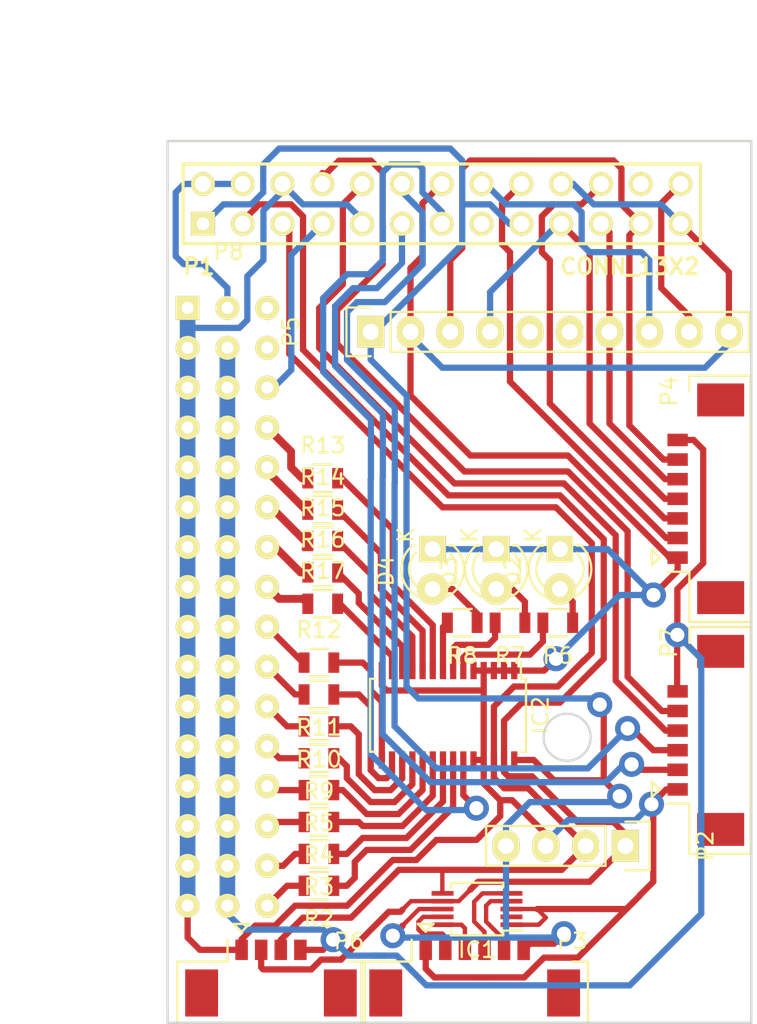
<source format=kicad_pcb>

(kicad_pcb
  (version 4)
  (host pcbnew 0.201505041002+5641~23~ubuntu14.04.1-product)
  (general
    (links 125)
    (no_connects 0)
    (area 56.924999 57.224999 94.325001 113.575001)
    (thickness 1.6)
    (drawings 29)
    (tracks 739)
    (zones 0)
    (modules 29)
    (nets 63))
  (page A4)
  (title_block
    (date "15 nov 2012"))
  (layers
    (0 F.Cu signal)
    (31 B.Cu signal)
    (32 B.Adhes user)
    (33 F.Adhes user)
    (34 B.Paste user)
    (35 F.Paste user)
    (36 B.SilkS user)
    (37 F.SilkS user)
    (38 B.Mask user)
    (39 F.Mask user)
    (40 Dwgs.User user)
    (41 Cmts.User user)
    (42 Eco1.User user)
    (43 Eco2.User user)
    (44 Edge.Cuts user))
  (setup
    (last_trace_width 0.4)
    (trace_clearance 0.2)
    (zone_clearance 0.508)
    (zone_45_only no)
    (trace_min 0.1524)
    (segment_width 0.15)
    (edge_width 0.15)
    (via_size 1.6)
    (via_drill 0.9)
    (via_min_size 0.8)
    (via_min_drill 0.5)
    (uvia_size 0.5)
    (uvia_drill 0.1)
    (uvias_allowed no)
    (uvia_min_size 0.5)
    (uvia_min_drill 0.1)
    (pcb_text_width 0.3)
    (pcb_text_size 1 1)
    (mod_edge_width 0.15)
    (mod_text_size 1 1)
    (mod_text_width 0.15)
    (pad_size 1 1)
    (pad_drill 0.6)
    (pad_to_mask_clearance 0)
    (aux_axis_origin 143.5 181)
    (visible_elements 7FFCFF7F)
    (pcbplotparams
      (layerselection 0x00030_80000001)
      (usegerberextensions true)
      (excludeedgelayer true)
      (linewidth 0.15)
      (plotframeref false)
      (viasonmask false)
      (mode 1)
      (useauxorigin false)
      (hpglpennumber 1)
      (hpglpenspeed 20)
      (hpglpendiameter 15)
      (hpglpenoverlay 2)
      (psnegative false)
      (psa4output false)
      (plotreference true)
      (plotvalue true)
      (plotinvisibletext false)
      (padsonsilk false)
      (subtractmaskfromsilk false)
      (outputformat 1)
      (mirror false)
      (drillshape 1)
      (scaleselection 1)
      (outputdirectory "")))
  (net 0 "")
  (net 1 +5V)
  (net 2 GND)
  (net 3 "/GPIO4(PPM)")
  (net 4 +3V3)
  (net 5 "Net-(IC1-Pad2)")
  (net 6 "Net-(IC1-Pad4)")
  (net 7 "Net-(IC1-Pad5)")
  (net 8 "/GPIO1(SCL)")
  (net 9 "/GPIO0(SDA)")
  (net 10 "Net-(IC1-Pad9)")
  (net 11 "Net-(IC1-Pad10)")
  (net 12 "Net-(IC2-Pad6)")
  (net 13 "Net-(IC2-Pad7)")
  (net 14 "Net-(IC2-Pad8)")
  (net 15 "Net-(IC2-Pad9)")
  (net 16 "Net-(IC2-Pad10)")
  (net 17 "Net-(IC2-Pad11)")
  (net 18 "Net-(IC2-Pad12)")
  (net 19 "Net-(IC2-Pad13)")
  (net 20 "Net-(IC2-Pad15)")
  (net 21 "Net-(IC2-Pad16)")
  (net 22 "Net-(IC2-Pad17)")
  (net 23 "Net-(IC2-Pad18)")
  (net 24 "Net-(IC2-Pad19)")
  (net 25 "Net-(IC2-Pad20)")
  (net 26 "Net-(IC2-Pad21)")
  (net 27 "Net-(IC2-Pad22)")
  (net 28 /GPIO27)
  (net 29 /TXD)
  (net 30 /RXD)
  (net 31 /GPIO17)
  (net 32 /GPIO18)
  (net 33 /GPIO22)
  (net 34 /GPIO23)
  (net 35 /GPIO24)
  (net 36 "/GPIO10(MOSI)")
  (net 37 "/GPIO9(MISO)")
  (net 38 /GPIO25)
  (net 39 "/GPIO11(SCLK)")
  (net 40 "/GPIO8(CE0)")
  (net 41 "/GPIO7(CE1)")
  (net 42 /BEC_5V)
  (net 43 "Net-(P5-Pad5)")
  (net 44 "Net-(P5-Pad6)")
  (net 45 "Net-(P8-Pad33)")
  (net 46 "Net-(P8-Pad34)")
  (net 47 /SERVO_S1)
  (net 48 /SERVO_S2)
  (net 49 /SERVO_S3)
  (net 50 /SERVO_S4)
  (net 51 /SERVO_S5)
  (net 52 /SERVO_S6)
  (net 53 /SERVO_S7)
  (net 54 /SERVO_S8)
  (net 55 /SERVO_S9)
  (net 56 /SERVO_S10)
  (net 57 /SERVO_S11)
  (net 58 /SERVO_S12)
  (net 59 /SERVO_S13)
  (net 60 "Net-(D2-Pad2)")
  (net 61 "Net-(D3-Pad2)")
  (net 62 "Net-(D4-Pad2)")
  (net_class Default "This is the default net class."
    (clearance 0.2)
    (trace_width 0.4)
    (via_dia 1.6)
    (via_drill 0.9)
    (uvia_dia 0.5)
    (uvia_drill 0.1)
    (add_net +3V3)
    (add_net +5V)
    (add_net /BEC_5V)
    (add_net "/GPIO0(SDA)")
    (add_net "/GPIO1(SCL)")
    (add_net "/GPIO10(MOSI)")
    (add_net "/GPIO11(SCLK)")
    (add_net /GPIO17)
    (add_net /GPIO18)
    (add_net /GPIO22)
    (add_net /GPIO23)
    (add_net /GPIO24)
    (add_net /GPIO25)
    (add_net /GPIO27)
    (add_net "/GPIO4(PPM)")
    (add_net "/GPIO7(CE1)")
    (add_net "/GPIO8(CE0)")
    (add_net "/GPIO9(MISO)")
    (add_net /RXD)
    (add_net /SERVO_S1)
    (add_net /SERVO_S10)
    (add_net /SERVO_S11)
    (add_net /SERVO_S12)
    (add_net /SERVO_S13)
    (add_net /SERVO_S2)
    (add_net /SERVO_S3)
    (add_net /SERVO_S4)
    (add_net /SERVO_S5)
    (add_net /SERVO_S6)
    (add_net /SERVO_S7)
    (add_net /SERVO_S8)
    (add_net /SERVO_S9)
    (add_net /TXD)
    (add_net GND)
    (add_net "Net-(D2-Pad2)")
    (add_net "Net-(D3-Pad2)")
    (add_net "Net-(D4-Pad2)")
    (add_net "Net-(IC2-Pad10)")
    (add_net "Net-(IC2-Pad11)")
    (add_net "Net-(IC2-Pad12)")
    (add_net "Net-(IC2-Pad13)")
    (add_net "Net-(IC2-Pad15)")
    (add_net "Net-(IC2-Pad16)")
    (add_net "Net-(IC2-Pad17)")
    (add_net "Net-(IC2-Pad18)")
    (add_net "Net-(IC2-Pad19)")
    (add_net "Net-(IC2-Pad20)")
    (add_net "Net-(IC2-Pad21)")
    (add_net "Net-(IC2-Pad22)")
    (add_net "Net-(IC2-Pad6)")
    (add_net "Net-(IC2-Pad7)")
    (add_net "Net-(IC2-Pad8)")
    (add_net "Net-(IC2-Pad9)")
    (add_net "Net-(P5-Pad5)")
    (add_net "Net-(P5-Pad6)")
    (add_net "Net-(P8-Pad33)")
    (add_net "Net-(P8-Pad34)"))
  (net_class Power ""
    (clearance 0.5)
    (trace_width 1)
    (via_dia 1)
    (via_drill 0.7)
    (uvia_dia 0.5)
    (uvia_drill 0.1))
  (net_class mini ""
    (clearance 0.2)
    (trace_width 0.28)
    (via_dia 0.9)
    (via_drill 0.6)
    (uvia_dia 0.5)
    (uvia_drill 0.1)
    (add_net "Net-(IC1-Pad10)")
    (add_net "Net-(IC1-Pad2)")
    (add_net "Net-(IC1-Pad4)")
    (add_net "Net-(IC1-Pad5)")
    (add_net "Net-(IC1-Pad9)"))
  (module pin_array_13x2
    (layer F.Cu)
    (tedit 50A55E7A)
    (tstamp 50A55DA3)
    (at 74.5 61.3)
    (descr "Double rangee de contacts 2 x 12 pins")
    (tags CONN)
    (path /554E1667)
    (fp_text reference P1
      (at -15.5 4)
      (layer F.SilkS)
      (effects
        (font
          (size 1.016 1.016)
          (thickness 0.2032))))
    (fp_text value CONN_13X2
      (at 12 4)
      (layer F.SilkS)
      (effects
        (font
          (size 1.016 1.016)
          (thickness 0.2032))))
    (fp_line
      (start -16.51 2.54)
      (end 16.51 2.54)
      (layer F.SilkS)
      (width 0.2032))
    (fp_line
      (start 16.51 -2.54)
      (end -16.51 -2.54)
      (layer F.SilkS)
      (width 0.2032))
    (fp_line
      (start -16.51 -2.54)
      (end -16.51 2.54)
      (layer F.SilkS)
      (width 0.2032))
    (fp_line
      (start 16.51 2.54)
      (end 16.51 -2.54)
      (layer F.SilkS)
      (width 0.2032))
    (pad 1 thru_hole rect
      (at -15.24 1.27)
      (size 1.524 1.524)
      (drill 0.8128)
      (layers *.Cu *.Mask F.SilkS)
      (net 4 +3V3))
    (pad 2 thru_hole circle
      (at -15.24 -1.27)
      (size 1.524 1.524)
      (drill 1.016)
      (layers *.Cu *.Mask F.SilkS)
      (net 1 +5V))
    (pad 3 thru_hole circle
      (at -12.7 1.27)
      (size 1.524 1.524)
      (drill 1.016)
      (layers *.Cu *.Mask F.SilkS)
      (net 9 "/GPIO0(SDA)"))
    (pad 4 thru_hole circle
      (at -12.7 -1.27)
      (size 1.524 1.524)
      (drill 1.016)
      (layers *.Cu *.Mask F.SilkS)
      (net 1 +5V))
    (pad 5 thru_hole circle
      (at -10.16 1.27)
      (size 1.524 1.524)
      (drill 1.016)
      (layers *.Cu *.Mask F.SilkS)
      (net 8 "/GPIO1(SCL)"))
    (pad 6 thru_hole circle
      (at -10.16 -1.27)
      (size 1.524 1.524)
      (drill 1.016)
      (layers *.Cu *.Mask F.SilkS)
      (net 2 GND))
    (pad 7 thru_hole circle
      (at -7.62 1.27)
      (size 1.524 1.524)
      (drill 1.016)
      (layers *.Cu *.Mask F.SilkS)
      (net 3 "/GPIO4(PPM)"))
    (pad 8 thru_hole circle
      (at -7.62 -1.27)
      (size 1.524 1.524)
      (drill 1.016)
      (layers *.Cu *.Mask F.SilkS)
      (net 29 /TXD))
    (pad 9 thru_hole circle
      (at -5.08 1.27)
      (size 1.524 1.524)
      (drill 1.016)
      (layers *.Cu *.Mask F.SilkS)
      (net 2 GND))
    (pad 10 thru_hole circle
      (at -5.08 -1.27)
      (size 1.524 1.524)
      (drill 1.016)
      (layers *.Cu *.Mask F.SilkS)
      (net 30 /RXD))
    (pad 11 thru_hole circle
      (at -2.54 1.27)
      (size 1.524 1.524)
      (drill 1.016)
      (layers *.Cu *.Mask F.SilkS)
      (net 31 /GPIO17))
    (pad 12 thru_hole circle
      (at -2.54 -1.27)
      (size 1.524 1.524)
      (drill 1.016)
      (layers *.Cu *.Mask F.SilkS)
      (net 32 /GPIO18))
    (pad 13 thru_hole circle
      (at 0 1.27)
      (size 1.524 1.524)
      (drill 1.016)
      (layers *.Cu *.Mask F.SilkS)
      (net 28 /GPIO27))
    (pad 14 thru_hole circle
      (at 0 -1.27)
      (size 1.524 1.524)
      (drill 1.016)
      (layers *.Cu *.Mask F.SilkS)
      (net 2 GND))
    (pad 15 thru_hole circle
      (at 2.54 1.27)
      (size 1.524 1.524)
      (drill 1.016)
      (layers *.Cu *.Mask F.SilkS)
      (net 33 /GPIO22))
    (pad 16 thru_hole circle
      (at 2.54 -1.27)
      (size 1.524 1.524)
      (drill 1.016)
      (layers *.Cu *.Mask F.SilkS)
      (net 34 /GPIO23))
    (pad 17 thru_hole circle
      (at 5.08 1.27)
      (size 1.524 1.524)
      (drill 1.016)
      (layers *.Cu *.Mask F.SilkS)
      (net 4 +3V3))
    (pad 18 thru_hole circle
      (at 5.08 -1.27)
      (size 1.524 1.524)
      (drill 1.016)
      (layers *.Cu *.Mask F.SilkS)
      (net 35 /GPIO24))
    (pad 19 thru_hole circle
      (at 7.62 1.27)
      (size 1.524 1.524)
      (drill 1.016)
      (layers *.Cu *.Mask F.SilkS)
      (net 36 "/GPIO10(MOSI)"))
    (pad 20 thru_hole circle
      (at 7.62 -1.27)
      (size 1.524 1.524)
      (drill 1.016)
      (layers *.Cu *.Mask F.SilkS)
      (net 2 GND))
    (pad 21 thru_hole circle
      (at 10.16 1.27)
      (size 1.524 1.524)
      (drill 1.016)
      (layers *.Cu *.Mask F.SilkS)
      (net 37 "/GPIO9(MISO)"))
    (pad 22 thru_hole circle
      (at 10.16 -1.27)
      (size 1.524 1.524)
      (drill 1.016)
      (layers *.Cu *.Mask F.SilkS)
      (net 38 /GPIO25))
    (pad 23 thru_hole circle
      (at 12.7 1.27)
      (size 1.524 1.524)
      (drill 1.016)
      (layers *.Cu *.Mask F.SilkS)
      (net 39 "/GPIO11(SCLK)"))
    (pad 24 thru_hole circle
      (at 12.7 -1.27)
      (size 1.524 1.524)
      (drill 1.016)
      (layers *.Cu *.Mask F.SilkS)
      (net 40 "/GPIO8(CE0)"))
    (pad 25 thru_hole circle
      (at 15.24 1.27)
      (size 1.524 1.524)
      (drill 1.016)
      (layers *.Cu *.Mask F.SilkS)
      (net 2 GND))
    (pad 26 thru_hole circle
      (at 15.24 -1.27)
      (size 1.524 1.524)
      (drill 1.016)
      (layers *.Cu *.Mask F.SilkS)
      (net 41 "/GPIO7(CE1)"))
    (model pin_array/pins_array_13x2.wrl
      (at
        (xyz 0 0 0))
      (scale
        (xyz 1 1 1))
      (rotate
        (xyz 0 0 0))))
  (module LEDs:LED-3MM
    (layer F.Cu)
    (tedit 5538DCEE)
    (tstamp 554F2DE7)
    (at 82.042 83.312 270)
    (descr "LED vertical 3mm")
    (tags "LED-3MM LED 3mm")
    (path /554E2142)
    (fp_text reference D2
      (at 1.4 3 270)
      (layer F.SilkS)
      (effects
        (font
          (size 1 1)
          (thickness 0.15))))
    (fp_text value YELLOW
      (at 0.65 -2.85 270)
      (layer F.Fab)
      (effects
        (font
          (size 1 1)
          (thickness 0.15))))
    (fp_text user K
      (at -0.9 1.7 270)
      (layer F.SilkS)
      (effects
        (font
          (size 1 1)
          (thickness 0.15))))
    (fp_line
      (start 3.8 -2.25)
      (end 3.8 2.3)
      (layer F.CrtYd)
      (width 0.05))
    (fp_line
      (start -1.1 -2.25)
      (end -1.1 2.3)
      (layer F.CrtYd)
      (width 0.05))
    (fp_line
      (start -1.1 2.3)
      (end 3.8 2.3)
      (layer F.CrtYd)
      (width 0.05))
    (fp_line
      (start -1.1 -2.25)
      (end 3.8 -2.25)
      (layer F.CrtYd)
      (width 0.05))
    (fp_line
      (start -0.23 1.28)
      (end -0.23 1.06)
      (layer F.SilkS)
      (width 0.15))
    (fp_line
      (start -0.23 -1.32)
      (end -0.23 -1.07)
      (layer F.SilkS)
      (width 0.15))
    (fp_arc
      (start 1.27 0)
      (end -0.23 -1.32)
      (angle 110)
      (layer F.SilkS)
      (width 0.15))
    (fp_arc
      (start 1.27 0)
      (end 0.23 -1.09)
      (angle 93)
      (layer F.SilkS)
      (width 0.15))
    (fp_arc
      (start 1.28 0)
      (end 3.02 0.96)
      (angle 110)
      (layer F.SilkS)
      (width 0.15))
    (fp_arc
      (start 1.27 0)
      (end 2.44 0.94)
      (angle 95.5)
      (layer F.SilkS)
      (width 0.15))
    (pad 1 thru_hole rect
      (at 0 0)
      (size 1.69926 1.69926)
      (drill 1.00076)
      (layers *.Cu *.Mask F.SilkS)
      (net 2 GND))
    (pad 2 thru_hole circle
      (at 2.54 0 270)
      (size 1.99898 1.99898)
      (drill 1.00076)
      (layers *.Cu *.Mask F.SilkS)
      (net 60 "Net-(D2-Pad2)"))
    (model LEDs.3dshapes/LED-3MM.wrl
      (at
        (xyz 0.05 0 0))
      (scale
        (xyz 1 1 1))
      (rotate
        (xyz 0 0 180))))
  (module LEDs:LED-3MM
    (layer F.Cu)
    (tedit 5538DCEE)
    (tstamp 554F2DED)
    (at 77.978 83.312 270)
    (descr "LED vertical 3mm")
    (tags "LED-3MM LED 3mm")
    (path /554E2143)
    (fp_text reference D3
      (at 1.4 3 270)
      (layer F.SilkS)
      (effects
        (font
          (size 1 1)
          (thickness 0.15))))
    (fp_text value RED
      (at 0.65 -2.85 270)
      (layer F.Fab)
      (effects
        (font
          (size 1 1)
          (thickness 0.15))))
    (fp_text user K
      (at -0.9 1.7 270)
      (layer F.SilkS)
      (effects
        (font
          (size 1 1)
          (thickness 0.15))))
    (fp_line
      (start 3.8 -2.25)
      (end 3.8 2.3)
      (layer F.CrtYd)
      (width 0.05))
    (fp_line
      (start -1.1 -2.25)
      (end -1.1 2.3)
      (layer F.CrtYd)
      (width 0.05))
    (fp_line
      (start -1.1 2.3)
      (end 3.8 2.3)
      (layer F.CrtYd)
      (width 0.05))
    (fp_line
      (start -1.1 -2.25)
      (end 3.8 -2.25)
      (layer F.CrtYd)
      (width 0.05))
    (fp_line
      (start -0.23 1.28)
      (end -0.23 1.06)
      (layer F.SilkS)
      (width 0.15))
    (fp_line
      (start -0.23 -1.32)
      (end -0.23 -1.07)
      (layer F.SilkS)
      (width 0.15))
    (fp_arc
      (start 1.27 0)
      (end -0.23 -1.32)
      (angle 110)
      (layer F.SilkS)
      (width 0.15))
    (fp_arc
      (start 1.27 0)
      (end 0.23 -1.09)
      (angle 93)
      (layer F.SilkS)
      (width 0.15))
    (fp_arc
      (start 1.28 0)
      (end 3.02 0.96)
      (angle 110)
      (layer F.SilkS)
      (width 0.15))
    (fp_arc
      (start 1.27 0)
      (end 2.44 0.94)
      (angle 95.5)
      (layer F.SilkS)
      (width 0.15))
    (pad 1 thru_hole rect
      (at 0 0)
      (size 1.69926 1.69926)
      (drill 1.00076)
      (layers *.Cu *.Mask F.SilkS)
      (net 2 GND))
    (pad 2 thru_hole circle
      (at 2.54 0 270)
      (size 1.99898 1.99898)
      (drill 1.00076)
      (layers *.Cu *.Mask F.SilkS)
      (net 61 "Net-(D3-Pad2)"))
    (model LEDs.3dshapes/LED-3MM.wrl
      (at
        (xyz 0.05 0 0))
      (scale
        (xyz 1 1 1))
      (rotate
        (xyz 0 0 180))))
  (module LEDs:LED-3MM
    (layer F.Cu)
    (tedit 5538DCEE)
    (tstamp 554F2DF3)
    (at 73.914 83.312 270)
    (descr "LED vertical 3mm")
    (tags "LED-3MM LED 3mm")
    (path /554E2147)
    (fp_text reference D4
      (at 1.4 3 270)
      (layer F.SilkS)
      (effects
        (font
          (size 1 1)
          (thickness 0.15))))
    (fp_text value BLUE
      (at 0.65 -2.85 270)
      (layer F.Fab)
      (effects
        (font
          (size 1 1)
          (thickness 0.15))))
    (fp_text user K
      (at -0.9 1.7 270)
      (layer F.SilkS)
      (effects
        (font
          (size 1 1)
          (thickness 0.15))))
    (fp_line
      (start 3.8 -2.25)
      (end 3.8 2.3)
      (layer F.CrtYd)
      (width 0.05))
    (fp_line
      (start -1.1 -2.25)
      (end -1.1 2.3)
      (layer F.CrtYd)
      (width 0.05))
    (fp_line
      (start -1.1 2.3)
      (end 3.8 2.3)
      (layer F.CrtYd)
      (width 0.05))
    (fp_line
      (start -1.1 -2.25)
      (end 3.8 -2.25)
      (layer F.CrtYd)
      (width 0.05))
    (fp_line
      (start -0.23 1.28)
      (end -0.23 1.06)
      (layer F.SilkS)
      (width 0.15))
    (fp_line
      (start -0.23 -1.32)
      (end -0.23 -1.07)
      (layer F.SilkS)
      (width 0.15))
    (fp_arc
      (start 1.27 0)
      (end -0.23 -1.32)
      (angle 110)
      (layer F.SilkS)
      (width 0.15))
    (fp_arc
      (start 1.27 0)
      (end 0.23 -1.09)
      (angle 93)
      (layer F.SilkS)
      (width 0.15))
    (fp_arc
      (start 1.28 0)
      (end 3.02 0.96)
      (angle 110)
      (layer F.SilkS)
      (width 0.15))
    (fp_arc
      (start 1.27 0)
      (end 2.44 0.94)
      (angle 95.5)
      (layer F.SilkS)
      (width 0.15))
    (pad 1 thru_hole rect
      (at 0 0)
      (size 1.69926 1.69926)
      (drill 1.00076)
      (layers *.Cu *.Mask F.SilkS)
      (net 2 GND))
    (pad 2 thru_hole circle
      (at 2.54 0 270)
      (size 1.99898 1.99898)
      (drill 1.00076)
      (layers *.Cu *.Mask F.SilkS)
      (net 62 "Net-(D4-Pad2)"))
    (model LEDs.3dshapes/LED-3MM.wrl
      (at
        (xyz 0.05 0 0))
      (scale
        (xyz 1 1 1))
      (rotate
        (xyz 0 0 180))))
  (module Housings_SSOP:TSSOP-28_4.4x9.7mm_Pitch0.65mm
    (layer F.Cu)
    (tedit 54130A77)
    (tstamp 554F2E25)
    (at 74.9 93.9 270)
    (descr "TSSOP28: plastic thin shrink small outline package; 28 leads; body width 4.4 mm; (see NXP SSOP-TSSOP-VSO-REFLOW.pdf and sot361-1_po.pdf)")
    (tags "SSOP 0.65")
    (path /554E213F)
    (attr smd)
    (fp_text reference IC2
      (at 0 -5.9 270)
      (layer F.SilkS)
      (effects
        (font
          (size 1 1)
          (thickness 0.15))))
    (fp_text value PCA9685
      (at 0 5.9 270)
      (layer F.Fab)
      (effects
        (font
          (size 1 1)
          (thickness 0.15))))
    (fp_line
      (start -3.65 -5.15)
      (end -3.65 5.15)
      (layer F.CrtYd)
      (width 0.05))
    (fp_line
      (start 3.65 -5.15)
      (end 3.65 5.15)
      (layer F.CrtYd)
      (width 0.05))
    (fp_line
      (start -3.65 -5.15)
      (end 3.65 -5.15)
      (layer F.CrtYd)
      (width 0.05))
    (fp_line
      (start -3.65 5.15)
      (end 3.65 5.15)
      (layer F.CrtYd)
      (width 0.05))
    (fp_line
      (start -2.325 -4.975)
      (end -2.325 -4.65)
      (layer F.SilkS)
      (width 0.15))
    (fp_line
      (start 2.325 -4.975)
      (end 2.325 -4.65)
      (layer F.SilkS)
      (width 0.15))
    (fp_line
      (start 2.325 4.975)
      (end 2.325 4.65)
      (layer F.SilkS)
      (width 0.15))
    (fp_line
      (start -2.325 4.975)
      (end -2.325 4.65)
      (layer F.SilkS)
      (width 0.15))
    (fp_line
      (start -2.325 -4.975)
      (end 2.325 -4.975)
      (layer F.SilkS)
      (width 0.15))
    (fp_line
      (start -2.325 4.975)
      (end 2.325 4.975)
      (layer F.SilkS)
      (width 0.15))
    (fp_line
      (start -2.325 -4.65)
      (end -3.4 -4.65)
      (layer F.SilkS)
      (width 0.15))
    (pad 1 smd rect
      (at -2.85 -4.225 270)
      (size 1.1 0.4)
      (layers F.Cu F.Paste F.Mask)
      (net 2 GND))
    (pad 2 smd rect
      (at -2.85 -3.575 270)
      (size 1.1 0.4)
      (layers F.Cu F.Paste F.Mask)
      (net 2 GND))
    (pad 3 smd rect
      (at -2.85 -2.925 270)
      (size 1.1 0.4)
      (layers F.Cu F.Paste F.Mask)
      (net 2 GND))
    (pad 4 smd rect
      (at -2.85 -2.275 270)
      (size 1.1 0.4)
      (layers F.Cu F.Paste F.Mask)
      (net 2 GND))
    (pad 5 smd rect
      (at -2.85 -1.625 270)
      (size 1.1 0.4)
      (layers F.Cu F.Paste F.Mask)
      (net 2 GND))
    (pad 6 smd rect
      (at -2.85 -0.975 270)
      (size 1.1 0.4)
      (layers F.Cu F.Paste F.Mask)
      (net 12 "Net-(IC2-Pad6)"))
    (pad 7 smd rect
      (at -2.85 -0.325 270)
      (size 1.1 0.4)
      (layers F.Cu F.Paste F.Mask)
      (net 13 "Net-(IC2-Pad7)"))
    (pad 8 smd rect
      (at -2.85 0.325 270)
      (size 1.1 0.4)
      (layers F.Cu F.Paste F.Mask)
      (net 14 "Net-(IC2-Pad8)"))
    (pad 9 smd rect
      (at -2.85 0.975 270)
      (size 1.1 0.4)
      (layers F.Cu F.Paste F.Mask)
      (net 15 "Net-(IC2-Pad9)"))
    (pad 10 smd rect
      (at -2.85 1.625 270)
      (size 1.1 0.4)
      (layers F.Cu F.Paste F.Mask)
      (net 16 "Net-(IC2-Pad10)"))
    (pad 11 smd rect
      (at -2.85 2.275 270)
      (size 1.1 0.4)
      (layers F.Cu F.Paste F.Mask)
      (net 17 "Net-(IC2-Pad11)"))
    (pad 12 smd rect
      (at -2.85 2.925 270)
      (size 1.1 0.4)
      (layers F.Cu F.Paste F.Mask)
      (net 18 "Net-(IC2-Pad12)"))
    (pad 13 smd rect
      (at -2.85 3.575 270)
      (size 1.1 0.4)
      (layers F.Cu F.Paste F.Mask)
      (net 19 "Net-(IC2-Pad13)"))
    (pad 14 smd rect
      (at -2.85 4.225 270)
      (size 1.1 0.4)
      (layers F.Cu F.Paste F.Mask)
      (net 2 GND))
    (pad 15 smd rect
      (at 2.85 4.225 270)
      (size 1.1 0.4)
      (layers F.Cu F.Paste F.Mask)
      (net 20 "Net-(IC2-Pad15)"))
    (pad 16 smd rect
      (at 2.85 3.575 270)
      (size 1.1 0.4)
      (layers F.Cu F.Paste F.Mask)
      (net 21 "Net-(IC2-Pad16)"))
    (pad 17 smd rect
      (at 2.85 2.925 270)
      (size 1.1 0.4)
      (layers F.Cu F.Paste F.Mask)
      (net 22 "Net-(IC2-Pad17)"))
    (pad 18 smd rect
      (at 2.85 2.275 270)
      (size 1.1 0.4)
      (layers F.Cu F.Paste F.Mask)
      (net 23 "Net-(IC2-Pad18)"))
    (pad 19 smd rect
      (at 2.85 1.625 270)
      (size 1.1 0.4)
      (layers F.Cu F.Paste F.Mask)
      (net 24 "Net-(IC2-Pad19)"))
    (pad 20 smd rect
      (at 2.85 0.975 270)
      (size 1.1 0.4)
      (layers F.Cu F.Paste F.Mask)
      (net 25 "Net-(IC2-Pad20)"))
    (pad 21 smd rect
      (at 2.85 0.325 270)
      (size 1.1 0.4)
      (layers F.Cu F.Paste F.Mask)
      (net 26 "Net-(IC2-Pad21)"))
    (pad 22 smd rect
      (at 2.85 -0.325 270)
      (size 1.1 0.4)
      (layers F.Cu F.Paste F.Mask)
      (net 27 "Net-(IC2-Pad22)"))
    (pad 23 smd rect
      (at 2.85 -0.975 270)
      (size 1.1 0.4)
      (layers F.Cu F.Paste F.Mask)
      (net 28 /GPIO27))
    (pad 24 smd rect
      (at 2.85 -1.625 270)
      (size 1.1 0.4)
      (layers F.Cu F.Paste F.Mask)
      (net 2 GND))
    (pad 25 smd rect
      (at 2.85 -2.275 270)
      (size 1.1 0.4)
      (layers F.Cu F.Paste F.Mask)
      (net 2 GND))
    (pad 26 smd rect
      (at 2.85 -2.925 270)
      (size 1.1 0.4)
      (layers F.Cu F.Paste F.Mask)
      (net 8 "/GPIO1(SCL)"))
    (pad 27 smd rect
      (at 2.85 -3.575 270)
      (size 1.1 0.4)
      (layers F.Cu F.Paste F.Mask)
      (net 9 "/GPIO0(SDA)"))
    (pad 28 smd rect
      (at 2.85 -4.225 270)
      (size 1.1 0.4)
      (layers F.Cu F.Paste F.Mask)
      (net 4 +3V3))
    (model Housings_SSOP.3dshapes/TSSOP-28_4.4x9.7mm_Pitch0.65mm.wrl
      (at
        (xyz 0 0 0))
      (scale
        (xyz 1 1 1))
      (rotate
        (xyz 0 0 0))))
  (module Pin_Headers:Pin_Header_Straight_1x04
    (layer F.Cu)
    (tedit 0)
    (tstamp 554F2E2D)
    (at 86.22 102.226 270)
    (descr "Through hole pin header")
    (tags "pin header")
    (path /554E2123)
    (fp_text reference P2
      (at 0 -5.1 270)
      (layer F.SilkS)
      (effects
        (font
          (size 1 1)
          (thickness 0.15))))
    (fp_text value BMP180
      (at 0 -3.1 270)
      (layer F.Fab)
      (effects
        (font
          (size 1 1)
          (thickness 0.15))))
    (fp_line
      (start -1.75 -1.75)
      (end -1.75 9.4)
      (layer F.CrtYd)
      (width 0.05))
    (fp_line
      (start 1.75 -1.75)
      (end 1.75 9.4)
      (layer F.CrtYd)
      (width 0.05))
    (fp_line
      (start -1.75 -1.75)
      (end 1.75 -1.75)
      (layer F.CrtYd)
      (width 0.05))
    (fp_line
      (start -1.75 9.4)
      (end 1.75 9.4)
      (layer F.CrtYd)
      (width 0.05))
    (fp_line
      (start -1.27 1.27)
      (end -1.27 8.89)
      (layer F.SilkS)
      (width 0.15))
    (fp_line
      (start 1.27 1.27)
      (end 1.27 8.89)
      (layer F.SilkS)
      (width 0.15))
    (fp_line
      (start 1.55 -1.55)
      (end 1.55 0)
      (layer F.SilkS)
      (width 0.15))
    (fp_line
      (start -1.27 8.89)
      (end 1.27 8.89)
      (layer F.SilkS)
      (width 0.15))
    (fp_line
      (start 1.27 1.27)
      (end -1.27 1.27)
      (layer F.SilkS)
      (width 0.15))
    (fp_line
      (start -1.55 0)
      (end -1.55 -1.55)
      (layer F.SilkS)
      (width 0.15))
    (fp_line
      (start -1.55 -1.55)
      (end 1.55 -1.55)
      (layer F.SilkS)
      (width 0.15))
    (pad 1 thru_hole rect
      (at 0 0 270)
      (size 2.032 1.7272)
      (drill 1.016)
      (layers *.Cu *.Mask F.SilkS)
      (net 9 "/GPIO0(SDA)"))
    (pad 2 thru_hole oval
      (at 0 2.54 270)
      (size 2.032 1.7272)
      (drill 1.016)
      (layers *.Cu *.Mask F.SilkS)
      (net 8 "/GPIO1(SCL)"))
    (pad 3 thru_hole oval
      (at 0 5.08 270)
      (size 2.032 1.7272)
      (drill 1.016)
      (layers *.Cu *.Mask F.SilkS)
      (net 2 GND))
    (pad 4 thru_hole oval
      (at 0 7.62 270)
      (size 2.032 1.7272)
      (drill 1.016)
      (layers *.Cu *.Mask F.SilkS)
      (net 4 +3V3))
    (model Pin_Headers.3dshapes/Pin_Header_Straight_1x04.wrl
      (at
        (xyz 0 -0.15 0))
      (scale
        (xyz 1 1 1))
      (rotate
        (xyz 0 0 90))))
  (module Connectors_Molex:Connector_Molex_PicoBlade_53398-0671
    (layer F.Cu)
    (tedit 0)
    (tstamp 554F2E39)
    (at 76.6 111.6)
    (descr "Molex PicoBlade 1.25mm shrouded header. Vertical, SMD. 6 ways")
    (path /554E215F)
    (fp_text reference P3
      (at 6.225 -3.3)
      (layer F.SilkS)
      (effects
        (font
          (size 1 1)
          (thickness 0.15))))
    (fp_text value ADC
      (at 0 3.3)
      (layer F.Fab)
      (effects
        (font
          (size 1 1)
          (thickness 0.15))))
    (fp_line
      (start -4.025 -3.4)
      (end -4.025 -2)
      (layer F.SilkS)
      (width 0.15))
    (fp_line
      (start -4.025 -2)
      (end -7.225 -2)
      (layer F.SilkS)
      (width 0.15))
    (fp_line
      (start -7.225 -2)
      (end -7.225 1.9)
      (layer F.SilkS)
      (width 0.15))
    (fp_line
      (start -7.225 1.9)
      (end 7.225 1.9)
      (layer F.SilkS)
      (width 0.15))
    (fp_line
      (start 7.225 1.9)
      (end 7.225 -2)
      (layer F.SilkS)
      (width 0.15))
    (fp_line
      (start 7.225 -2)
      (end 6.225 -2)
      (layer F.SilkS)
      (width 0.15))
    (fp_line
      (start -3.125 -3.9)
      (end -3.625 -4.4)
      (layer F.SilkS)
      (width 0.15))
    (fp_line
      (start -3.625 -4.4)
      (end -2.625 -4.4)
      (layer F.SilkS)
      (width 0.15))
    (fp_line
      (start -2.625 -4.4)
      (end -3.125 -3.9)
      (layer F.SilkS)
      (width 0.15))
    (fp_line
      (start -4.625 -2.1)
      (end -4.625 1.9)
      (layer F.Adhes)
      (width 0.2))
    (fp_line
      (start -4.625 1.9)
      (end 4.625 1.9)
      (layer F.Adhes)
      (width 0.2))
    (fp_line
      (start 4.625 1.9)
      (end 4.625 -2.1)
      (layer F.Adhes)
      (width 0.2))
    (fp_line
      (start 4.625 -2.1)
      (end -4.625 -2.1)
      (layer F.Adhes)
      (width 0.2))
    (fp_line
      (start 4.625 -1.5)
      (end 6.725 -1.5)
      (layer F.Adhes)
      (width 0.2))
    (fp_line
      (start 6.725 -1.5)
      (end 6.725 1.5)
      (layer F.Adhes)
      (width 0.2))
    (fp_line
      (start 6.725 1.5)
      (end 4.625 1.5)
      (layer F.Adhes)
      (width 0.2))
    (fp_line
      (start -4.625 -1.5)
      (end -6.725 -1.5)
      (layer F.Adhes)
      (width 0.2))
    (fp_line
      (start -6.725 -1.5)
      (end -6.725 1.5)
      (layer F.Adhes)
      (width 0.2))
    (fp_line
      (start -6.725 1.5)
      (end -4.625 1.5)
      (layer F.Adhes)
      (width 0.2))
    (fp_line
      (start -4.625 -2.1)
      (end -3.125 -0.6)
      (layer F.Adhes)
      (width 0.2))
    (fp_line
      (start -3.125 -0.6)
      (end -1.625 -2.1)
      (layer F.Adhes)
      (width 0.2))
    (pad 1 smd rect
      (at -3.125 -2.75)
      (size 0.8 1.3)
      (layers F.Cu F.Paste F.Mask)
      (net 2 GND))
    (pad 2 smd rect
      (at -1.875 -2.75)
      (size 0.8 1.3)
      (layers F.Cu F.Paste F.Mask)
      (net 10 "Net-(IC1-Pad9)"))
    (pad 3 smd rect
      (at -0.625 -2.75)
      (size 0.8 1.3)
      (layers F.Cu F.Paste F.Mask)
      (net 11 "Net-(IC1-Pad10)"))
    (pad 4 smd rect
      (at 0.625 -2.75)
      (size 0.8 1.3)
      (layers F.Cu F.Paste F.Mask)
      (net 7 "Net-(IC1-Pad5)"))
    (pad 5 smd rect
      (at 1.875 -2.75)
      (size 0.8 1.3)
      (layers F.Cu F.Paste F.Mask)
      (net 6 "Net-(IC1-Pad4)"))
    (pad 6 smd rect
      (at 3.125 -2.75)
      (size 0.8 1.3)
      (layers F.Cu F.Paste F.Mask)
      (net 4 +3V3))
    (pad "" smd rect
      (at -5.675 0)
      (size 2.1 3)
      (layers F.Cu F.Paste F.Mask))
    (pad "" smd rect
      (at 5.675 0)
      (size 2.1 3)
      (layers F.Cu F.Paste F.Mask)))
  (module Connectors_Molex:Connector_Molex_PicoBlade_53398-0771
    (layer F.Cu)
    (tedit 0)
    (tstamp 554F2E46)
    (at 92.3 80.1 90)
    (descr "Molex PicoBlade 1.25mm shrouded header. Vertical, SMD. 7 ways")
    (path /554E2164)
    (fp_text reference P4
      (at 6.85 -3.3 90)
      (layer F.SilkS)
      (effects
        (font
          (size 1 1)
          (thickness 0.15))))
    (fp_text value SPI
      (at 0 3.3 90)
      (layer F.Fab)
      (effects
        (font
          (size 1 1)
          (thickness 0.15))))
    (fp_line
      (start -4.65 -3.4)
      (end -4.65 -2)
      (layer F.SilkS)
      (width 0.15))
    (fp_line
      (start -4.65 -2)
      (end -7.85 -2)
      (layer F.SilkS)
      (width 0.15))
    (fp_line
      (start -7.85 -2)
      (end -7.85 1.9)
      (layer F.SilkS)
      (width 0.15))
    (fp_line
      (start -7.85 1.9)
      (end 7.85 1.9)
      (layer F.SilkS)
      (width 0.15))
    (fp_line
      (start 7.85 1.9)
      (end 7.85 -2)
      (layer F.SilkS)
      (width 0.15))
    (fp_line
      (start 7.85 -2)
      (end 6.85 -2)
      (layer F.SilkS)
      (width 0.15))
    (fp_line
      (start -3.75 -3.9)
      (end -4.25 -4.4)
      (layer F.SilkS)
      (width 0.15))
    (fp_line
      (start -4.25 -4.4)
      (end -3.25 -4.4)
      (layer F.SilkS)
      (width 0.15))
    (fp_line
      (start -3.25 -4.4)
      (end -3.75 -3.9)
      (layer F.SilkS)
      (width 0.15))
    (fp_line
      (start -5.25 -2.1)
      (end -5.25 1.9)
      (layer F.Adhes)
      (width 0.2))
    (fp_line
      (start -5.25 1.9)
      (end 5.25 1.9)
      (layer F.Adhes)
      (width 0.2))
    (fp_line
      (start 5.25 1.9)
      (end 5.25 -2.1)
      (layer F.Adhes)
      (width 0.2))
    (fp_line
      (start 5.25 -2.1)
      (end -5.25 -2.1)
      (layer F.Adhes)
      (width 0.2))
    (fp_line
      (start 5.25 -1.5)
      (end 7.35 -1.5)
      (layer F.Adhes)
      (width 0.2))
    (fp_line
      (start 7.35 -1.5)
      (end 7.35 1.5)
      (layer F.Adhes)
      (width 0.2))
    (fp_line
      (start 7.35 1.5)
      (end 5.25 1.5)
      (layer F.Adhes)
      (width 0.2))
    (fp_line
      (start -5.25 -1.5)
      (end -7.35 -1.5)
      (layer F.Adhes)
      (width 0.2))
    (fp_line
      (start -7.35 -1.5)
      (end -7.35 1.5)
      (layer F.Adhes)
      (width 0.2))
    (fp_line
      (start -7.35 1.5)
      (end -5.25 1.5)
      (layer F.Adhes)
      (width 0.2))
    (fp_line
      (start -5.25 -2.1)
      (end -3.75 -0.6)
      (layer F.Adhes)
      (width 0.2))
    (fp_line
      (start -3.75 -0.6)
      (end -2.25 -2.1)
      (layer F.Adhes)
      (width 0.2))
    (pad 1 smd rect
      (at -3.75 -2.75 90)
      (size 0.8 1.3)
      (layers F.Cu F.Paste F.Mask)
      (net 2 GND))
    (pad 2 smd rect
      (at -2.5 -2.75 90)
      (size 0.8 1.3)
      (layers F.Cu F.Paste F.Mask)
      (net 35 /GPIO24))
    (pad 3 smd rect
      (at -1.25 -2.75 90)
      (size 0.8 1.3)
      (layers F.Cu F.Paste F.Mask)
      (net 38 /GPIO25))
    (pad 4 smd rect
      (at 0 -2.75 90)
      (size 0.8 1.3)
      (layers F.Cu F.Paste F.Mask)
      (net 36 "/GPIO10(MOSI)"))
    (pad 5 smd rect
      (at 1.25 -2.75 90)
      (size 0.8 1.3)
      (layers F.Cu F.Paste F.Mask)
      (net 37 "/GPIO9(MISO)"))
    (pad 6 smd rect
      (at 2.5 -2.75 90)
      (size 0.8 1.3)
      (layers F.Cu F.Paste F.Mask)
      (net 39 "/GPIO11(SCLK)"))
    (pad 7 smd rect
      (at 3.75 -2.75 90)
      (size 0.8 1.3)
      (layers F.Cu F.Paste F.Mask)
      (net 42 /BEC_5V))
    (pad "" smd rect
      (at -6.3 0 90)
      (size 2.1 3)
      (layers F.Cu F.Paste F.Mask))
    (pad "" smd rect
      (at 6.3 0 90)
      (size 2.1 3)
      (layers F.Cu F.Paste F.Mask)))
  (module Pin_Headers:Pin_Header_Straight_1x10
    (layer F.Cu)
    (tedit 0)
    (tstamp 554F2E54)
    (at 69.964 69.46 90)
    (descr "Through hole pin header")
    (tags "pin header")
    (path /554E2120)
    (fp_text reference P5
      (at 0 -5.1 90)
      (layer F.SilkS)
      (effects
        (font
          (size 1 1)
          (thickness 0.15))))
    (fp_text value MPU9250
      (at 0 -3.1 90)
      (layer F.Fab)
      (effects
        (font
          (size 1 1)
          (thickness 0.15))))
    (fp_line
      (start -1.75 -1.75)
      (end -1.75 24.65)
      (layer F.CrtYd)
      (width 0.05))
    (fp_line
      (start 1.75 -1.75)
      (end 1.75 24.65)
      (layer F.CrtYd)
      (width 0.05))
    (fp_line
      (start -1.75 -1.75)
      (end 1.75 -1.75)
      (layer F.CrtYd)
      (width 0.05))
    (fp_line
      (start -1.75 24.65)
      (end 1.75 24.65)
      (layer F.CrtYd)
      (width 0.05))
    (fp_line
      (start 1.27 1.27)
      (end 1.27 24.13)
      (layer F.SilkS)
      (width 0.15))
    (fp_line
      (start 1.27 24.13)
      (end -1.27 24.13)
      (layer F.SilkS)
      (width 0.15))
    (fp_line
      (start -1.27 24.13)
      (end -1.27 1.27)
      (layer F.SilkS)
      (width 0.15))
    (fp_line
      (start 1.55 -1.55)
      (end 1.55 0)
      (layer F.SilkS)
      (width 0.15))
    (fp_line
      (start 1.27 1.27)
      (end -1.27 1.27)
      (layer F.SilkS)
      (width 0.15))
    (fp_line
      (start -1.55 0)
      (end -1.55 -1.55)
      (layer F.SilkS)
      (width 0.15))
    (fp_line
      (start -1.55 -1.55)
      (end 1.55 -1.55)
      (layer F.SilkS)
      (width 0.15))
    (pad 1 thru_hole rect
      (at 0 0 90)
      (size 2.032 1.7272)
      (drill 1.016)
      (layers *.Cu *.Mask F.SilkS)
      (net 4 +3V3))
    (pad 2 thru_hole oval
      (at 0 2.54 90)
      (size 2.032 1.7272)
      (drill 1.016)
      (layers *.Cu *.Mask F.SilkS)
      (net 2 GND))
    (pad 3 thru_hole oval
      (at 0 5.08 90)
      (size 2.032 1.7272)
      (drill 1.016)
      (layers *.Cu *.Mask F.SilkS)
      (net 39 "/GPIO11(SCLK)"))
    (pad 4 thru_hole oval
      (at 0 7.62 90)
      (size 2.032 1.7272)
      (drill 1.016)
      (layers *.Cu *.Mask F.SilkS)
      (net 36 "/GPIO10(MOSI)"))
    (pad 5 thru_hole oval
      (at 0 10.16 90)
      (size 2.032 1.7272)
      (drill 1.016)
      (layers *.Cu *.Mask F.SilkS)
      (net 43 "Net-(P5-Pad5)"))
    (pad 6 thru_hole oval
      (at 0 12.7 90)
      (size 2.032 1.7272)
      (drill 1.016)
      (layers *.Cu *.Mask F.SilkS)
      (net 44 "Net-(P5-Pad6)"))
    (pad 7 thru_hole oval
      (at 0 15.24 90)
      (size 2.032 1.7272)
      (drill 1.016)
      (layers *.Cu *.Mask F.SilkS)
      (net 37 "/GPIO9(MISO)"))
    (pad 8 thru_hole oval
      (at 0 17.78 90)
      (size 2.032 1.7272)
      (drill 1.016)
      (layers *.Cu *.Mask F.SilkS)
      (net 34 /GPIO23))
    (pad 9 thru_hole oval
      (at 0 20.32 90)
      (size 2.032 1.7272)
      (drill 1.016)
      (layers *.Cu *.Mask F.SilkS)
      (net 41 "/GPIO7(CE1)"))
    (pad 10 thru_hole oval
      (at 0 22.86 90)
      (size 2.032 1.7272)
      (drill 1.016)
      (layers *.Cu *.Mask F.SilkS)
      (net 2 GND))
    (model Pin_Headers.3dshapes/Pin_Header_Straight_1x10.wrl
      (at
        (xyz 0 -0.45 0))
      (scale
        (xyz 1 1 1))
      (rotate
        (xyz 0 0 90))))
  (module Connectors_Molex:Connector_Molex_PicoBlade_53398-0471
    (layer F.Cu)
    (tedit 0)
    (tstamp 554F2E5E)
    (at 63.6 111.6)
    (descr "Molex PicoBlade 1.25mm shrouded header. Vertical, SMD. 4 ways")
    (path /554E215A)
    (fp_text reference P6
      (at 4.975 -3.3)
      (layer F.SilkS)
      (effects
        (font
          (size 1 1)
          (thickness 0.15))))
    (fp_text value I2C
      (at 0 3.3)
      (layer F.Fab)
      (effects
        (font
          (size 1 1)
          (thickness 0.15))))
    (fp_line
      (start -2.775 -3.4)
      (end -2.775 -2)
      (layer F.SilkS)
      (width 0.15))
    (fp_line
      (start -2.775 -2)
      (end -5.975 -2)
      (layer F.SilkS)
      (width 0.15))
    (fp_line
      (start -5.975 -2)
      (end -5.975 1.9)
      (layer F.SilkS)
      (width 0.15))
    (fp_line
      (start -5.975 1.9)
      (end 5.975 1.9)
      (layer F.SilkS)
      (width 0.15))
    (fp_line
      (start 5.975 1.9)
      (end 5.975 -2)
      (layer F.SilkS)
      (width 0.15))
    (fp_line
      (start 5.975 -2)
      (end 4.975 -2)
      (layer F.SilkS)
      (width 0.15))
    (fp_line
      (start -1.875 -3.9)
      (end -2.375 -4.4)
      (layer F.SilkS)
      (width 0.15))
    (fp_line
      (start -2.375 -4.4)
      (end -1.375 -4.4)
      (layer F.SilkS)
      (width 0.15))
    (fp_line
      (start -1.375 -4.4)
      (end -1.875 -3.9)
      (layer F.SilkS)
      (width 0.15))
    (fp_line
      (start -3.375 -2.1)
      (end -3.375 1.9)
      (layer F.Adhes)
      (width 0.2))
    (fp_line
      (start -3.375 1.9)
      (end 3.375 1.9)
      (layer F.Adhes)
      (width 0.2))
    (fp_line
      (start 3.375 1.9)
      (end 3.375 -2.1)
      (layer F.Adhes)
      (width 0.2))
    (fp_line
      (start 3.375 -2.1)
      (end -3.375 -2.1)
      (layer F.Adhes)
      (width 0.2))
    (fp_line
      (start 3.375 -1.5)
      (end 5.475 -1.5)
      (layer F.Adhes)
      (width 0.2))
    (fp_line
      (start 5.475 -1.5)
      (end 5.475 1.5)
      (layer F.Adhes)
      (width 0.2))
    (fp_line
      (start 5.475 1.5)
      (end 3.375 1.5)
      (layer F.Adhes)
      (width 0.2))
    (fp_line
      (start -3.375 -1.5)
      (end -5.475 -1.5)
      (layer F.Adhes)
      (width 0.2))
    (fp_line
      (start -5.475 -1.5)
      (end -5.475 1.5)
      (layer F.Adhes)
      (width 0.2))
    (fp_line
      (start -5.475 1.5)
      (end -3.375 1.5)
      (layer F.Adhes)
      (width 0.2))
    (fp_line
      (start -3.375 -2.1)
      (end -1.875 -0.6)
      (layer F.Adhes)
      (width 0.2))
    (fp_line
      (start -1.875 -0.6)
      (end -0.375 -2.1)
      (layer F.Adhes)
      (width 0.2))
    (pad 1 smd rect
      (at -1.875 -2.75)
      (size 0.8 1.3)
      (layers F.Cu F.Paste F.Mask)
      (net 2 GND))
    (pad 2 smd rect
      (at -0.625 -2.75)
      (size 0.8 1.3)
      (layers F.Cu F.Paste F.Mask)
      (net 9 "/GPIO0(SDA)"))
    (pad 3 smd rect
      (at 0.625 -2.75)
      (size 0.8 1.3)
      (layers F.Cu F.Paste F.Mask)
      (net 8 "/GPIO1(SCL)"))
    (pad 4 smd rect
      (at 1.875 -2.75)
      (size 0.8 1.3)
      (layers F.Cu F.Paste F.Mask)
      (net 42 /BEC_5V))
    (pad "" smd rect
      (at -4.425 0)
      (size 2.1 3)
      (layers F.Cu F.Paste F.Mask))
    (pad "" smd rect
      (at 4.425 0)
      (size 2.1 3)
      (layers F.Cu F.Paste F.Mask)))
  (module Connectors_Molex:Connector_Molex_PicoBlade_53398-0671
    (layer F.Cu)
    (tedit 0)
    (tstamp 554F2E6A)
    (at 92.3 95.5 90)
    (descr "Molex PicoBlade 1.25mm shrouded header. Vertical, SMD. 6 ways")
    (path /554E2162)
    (fp_text reference P7
      (at 6.225 -3.3 90)
      (layer F.SilkS)
      (effects
        (font
          (size 1 1)
          (thickness 0.15))))
    (fp_text value UART
      (at 0 3.3 90)
      (layer F.Fab)
      (effects
        (font
          (size 1 1)
          (thickness 0.15))))
    (fp_line
      (start -4.025 -3.4)
      (end -4.025 -2)
      (layer F.SilkS)
      (width 0.15))
    (fp_line
      (start -4.025 -2)
      (end -7.225 -2)
      (layer F.SilkS)
      (width 0.15))
    (fp_line
      (start -7.225 -2)
      (end -7.225 1.9)
      (layer F.SilkS)
      (width 0.15))
    (fp_line
      (start -7.225 1.9)
      (end 7.225 1.9)
      (layer F.SilkS)
      (width 0.15))
    (fp_line
      (start 7.225 1.9)
      (end 7.225 -2)
      (layer F.SilkS)
      (width 0.15))
    (fp_line
      (start 7.225 -2)
      (end 6.225 -2)
      (layer F.SilkS)
      (width 0.15))
    (fp_line
      (start -3.125 -3.9)
      (end -3.625 -4.4)
      (layer F.SilkS)
      (width 0.15))
    (fp_line
      (start -3.625 -4.4)
      (end -2.625 -4.4)
      (layer F.SilkS)
      (width 0.15))
    (fp_line
      (start -2.625 -4.4)
      (end -3.125 -3.9)
      (layer F.SilkS)
      (width 0.15))
    (fp_line
      (start -4.625 -2.1)
      (end -4.625 1.9)
      (layer F.Adhes)
      (width 0.2))
    (fp_line
      (start -4.625 1.9)
      (end 4.625 1.9)
      (layer F.Adhes)
      (width 0.2))
    (fp_line
      (start 4.625 1.9)
      (end 4.625 -2.1)
      (layer F.Adhes)
      (width 0.2))
    (fp_line
      (start 4.625 -2.1)
      (end -4.625 -2.1)
      (layer F.Adhes)
      (width 0.2))
    (fp_line
      (start 4.625 -1.5)
      (end 6.725 -1.5)
      (layer F.Adhes)
      (width 0.2))
    (fp_line
      (start 6.725 -1.5)
      (end 6.725 1.5)
      (layer F.Adhes)
      (width 0.2))
    (fp_line
      (start 6.725 1.5)
      (end 4.625 1.5)
      (layer F.Adhes)
      (width 0.2))
    (fp_line
      (start -4.625 -1.5)
      (end -6.725 -1.5)
      (layer F.Adhes)
      (width 0.2))
    (fp_line
      (start -6.725 -1.5)
      (end -6.725 1.5)
      (layer F.Adhes)
      (width 0.2))
    (fp_line
      (start -6.725 1.5)
      (end -4.625 1.5)
      (layer F.Adhes)
      (width 0.2))
    (fp_line
      (start -4.625 -2.1)
      (end -3.125 -0.6)
      (layer F.Adhes)
      (width 0.2))
    (fp_line
      (start -3.125 -0.6)
      (end -1.625 -2.1)
      (layer F.Adhes)
      (width 0.2))
    (pad 1 smd rect
      (at -3.125 -2.75 90)
      (size 0.8 1.3)
      (layers F.Cu F.Paste F.Mask)
      (net 2 GND))
    (pad 2 smd rect
      (at -1.875 -2.75 90)
      (size 0.8 1.3)
      (layers F.Cu F.Paste F.Mask)
      (net 31 /GPIO17))
    (pad 3 smd rect
      (at -0.625 -2.75 90)
      (size 0.8 1.3)
      (layers F.Cu F.Paste F.Mask)
      (net 32 /GPIO18))
    (pad 4 smd rect
      (at 0.625 -2.75 90)
      (size 0.8 1.3)
      (layers F.Cu F.Paste F.Mask)
      (net 30 /RXD))
    (pad 5 smd rect
      (at 1.875 -2.75 90)
      (size 0.8 1.3)
      (layers F.Cu F.Paste F.Mask)
      (net 29 /TXD))
    (pad 6 smd rect
      (at 3.125 -2.75 90)
      (size 0.8 1.3)
      (layers F.Cu F.Paste F.Mask)
      (net 42 /BEC_5V))
    (pad "" smd rect
      (at -5.675 0 90)
      (size 2.1 3)
      (layers F.Cu F.Paste F.Mask))
    (pad "" smd rect
      (at 5.675 0 90)
      (size 2.1 3)
      (layers F.Cu F.Paste F.Mask)))
  (module Resistors_SMD:R_0805
    (layer F.Cu)
    (tedit 5415CDEB)
    (tstamp 554F2EAA)
    (at 66.662 104.766 180)
    (descr "Resistor SMD 0805, reflow soldering, Vishay (see dcrcw.pdf)")
    (tags "resistor 0805")
    (path /554E2157)
    (attr smd)
    (fp_text reference R2
      (at 0 -2.1 180)
      (layer F.SilkS)
      (effects
        (font
          (size 1 1)
          (thickness 0.15))))
    (fp_text value 200
      (at 0 2.1 180)
      (layer F.Fab)
      (effects
        (font
          (size 1 1)
          (thickness 0.15))))
    (fp_line
      (start -1.6 -1)
      (end 1.6 -1)
      (layer F.CrtYd)
      (width 0.05))
    (fp_line
      (start -1.6 1)
      (end 1.6 1)
      (layer F.CrtYd)
      (width 0.05))
    (fp_line
      (start -1.6 -1)
      (end -1.6 1)
      (layer F.CrtYd)
      (width 0.05))
    (fp_line
      (start 1.6 -1)
      (end 1.6 1)
      (layer F.CrtYd)
      (width 0.05))
    (fp_line
      (start 0.6 0.875)
      (end -0.6 0.875)
      (layer F.SilkS)
      (width 0.15))
    (fp_line
      (start -0.6 -0.875)
      (end 0.6 -0.875)
      (layer F.SilkS)
      (width 0.15))
    (pad 1 smd rect
      (at -0.95 0 180)
      (size 0.7 1.3)
      (layers F.Cu F.Paste F.Mask)
      (net 27 "Net-(IC2-Pad22)"))
    (pad 2 smd rect
      (at 0.95 0 180)
      (size 0.7 1.3)
      (layers F.Cu F.Paste F.Mask)
      (net 59 /SERVO_S13))
    (model Resistors_SMD.3dshapes/R_0805.wrl
      (at
        (xyz 0 0 0))
      (scale
        (xyz 1 1 1))
      (rotate
        (xyz 0 0 0))))
  (module Resistors_SMD:R_0805
    (layer F.Cu)
    (tedit 5415CDEB)
    (tstamp 554F2EB0)
    (at 66.662 102.734 180)
    (descr "Resistor SMD 0805, reflow soldering, Vishay (see dcrcw.pdf)")
    (tags "resistor 0805")
    (path /554E2156)
    (attr smd)
    (fp_text reference R3
      (at 0 -2.1 180)
      (layer F.SilkS)
      (effects
        (font
          (size 1 1)
          (thickness 0.15))))
    (fp_text value 200
      (at 0 2.1 180)
      (layer F.Fab)
      (effects
        (font
          (size 1 1)
          (thickness 0.15))))
    (fp_line
      (start -1.6 -1)
      (end 1.6 -1)
      (layer F.CrtYd)
      (width 0.05))
    (fp_line
      (start -1.6 1)
      (end 1.6 1)
      (layer F.CrtYd)
      (width 0.05))
    (fp_line
      (start -1.6 -1)
      (end -1.6 1)
      (layer F.CrtYd)
      (width 0.05))
    (fp_line
      (start 1.6 -1)
      (end 1.6 1)
      (layer F.CrtYd)
      (width 0.05))
    (fp_line
      (start 0.6 0.875)
      (end -0.6 0.875)
      (layer F.SilkS)
      (width 0.15))
    (fp_line
      (start -0.6 -0.875)
      (end 0.6 -0.875)
      (layer F.SilkS)
      (width 0.15))
    (pad 1 smd rect
      (at -0.95 0 180)
      (size 0.7 1.3)
      (layers F.Cu F.Paste F.Mask)
      (net 26 "Net-(IC2-Pad21)"))
    (pad 2 smd rect
      (at 0.95 0 180)
      (size 0.7 1.3)
      (layers F.Cu F.Paste F.Mask)
      (net 58 /SERVO_S12))
    (model Resistors_SMD.3dshapes/R_0805.wrl
      (at
        (xyz 0 0 0))
      (scale
        (xyz 1 1 1))
      (rotate
        (xyz 0 0 0))))
  (module Resistors_SMD:R_0805
    (layer F.Cu)
    (tedit 5415CDEB)
    (tstamp 554F2EB6)
    (at 66.662 100.702 180)
    (descr "Resistor SMD 0805, reflow soldering, Vishay (see dcrcw.pdf)")
    (tags "resistor 0805")
    (path /554E2155)
    (attr smd)
    (fp_text reference R4
      (at 0 -2.1 180)
      (layer F.SilkS)
      (effects
        (font
          (size 1 1)
          (thickness 0.15))))
    (fp_text value 200
      (at 0 2.1 180)
      (layer F.Fab)
      (effects
        (font
          (size 1 1)
          (thickness 0.15))))
    (fp_line
      (start -1.6 -1)
      (end 1.6 -1)
      (layer F.CrtYd)
      (width 0.05))
    (fp_line
      (start -1.6 1)
      (end 1.6 1)
      (layer F.CrtYd)
      (width 0.05))
    (fp_line
      (start -1.6 -1)
      (end -1.6 1)
      (layer F.CrtYd)
      (width 0.05))
    (fp_line
      (start 1.6 -1)
      (end 1.6 1)
      (layer F.CrtYd)
      (width 0.05))
    (fp_line
      (start 0.6 0.875)
      (end -0.6 0.875)
      (layer F.SilkS)
      (width 0.15))
    (fp_line
      (start -0.6 -0.875)
      (end 0.6 -0.875)
      (layer F.SilkS)
      (width 0.15))
    (pad 1 smd rect
      (at -0.95 0 180)
      (size 0.7 1.3)
      (layers F.Cu F.Paste F.Mask)
      (net 25 "Net-(IC2-Pad20)"))
    (pad 2 smd rect
      (at 0.95 0 180)
      (size 0.7 1.3)
      (layers F.Cu F.Paste F.Mask)
      (net 57 /SERVO_S11))
    (model Resistors_SMD.3dshapes/R_0805.wrl
      (at
        (xyz 0 0 0))
      (scale
        (xyz 1 1 1))
      (rotate
        (xyz 0 0 0))))
  (module Resistors_SMD:R_0805
    (layer F.Cu)
    (tedit 5415CDEB)
    (tstamp 554F2EBC)
    (at 66.662 98.67 180)
    (descr "Resistor SMD 0805, reflow soldering, Vishay (see dcrcw.pdf)")
    (tags "resistor 0805")
    (path /554E2154)
    (attr smd)
    (fp_text reference R5
      (at 0 -2.1 180)
      (layer F.SilkS)
      (effects
        (font
          (size 1 1)
          (thickness 0.15))))
    (fp_text value 200
      (at 0 2.1 180)
      (layer F.Fab)
      (effects
        (font
          (size 1 1)
          (thickness 0.15))))
    (fp_line
      (start -1.6 -1)
      (end 1.6 -1)
      (layer F.CrtYd)
      (width 0.05))
    (fp_line
      (start -1.6 1)
      (end 1.6 1)
      (layer F.CrtYd)
      (width 0.05))
    (fp_line
      (start -1.6 -1)
      (end -1.6 1)
      (layer F.CrtYd)
      (width 0.05))
    (fp_line
      (start 1.6 -1)
      (end 1.6 1)
      (layer F.CrtYd)
      (width 0.05))
    (fp_line
      (start 0.6 0.875)
      (end -0.6 0.875)
      (layer F.SilkS)
      (width 0.15))
    (fp_line
      (start -0.6 -0.875)
      (end 0.6 -0.875)
      (layer F.SilkS)
      (width 0.15))
    (pad 1 smd rect
      (at -0.95 0 180)
      (size 0.7 1.3)
      (layers F.Cu F.Paste F.Mask)
      (net 24 "Net-(IC2-Pad19)"))
    (pad 2 smd rect
      (at 0.95 0 180)
      (size 0.7 1.3)
      (layers F.Cu F.Paste F.Mask)
      (net 56 /SERVO_S10))
    (model Resistors_SMD.3dshapes/R_0805.wrl
      (at
        (xyz 0 0 0))
      (scale
        (xyz 1 1 1))
      (rotate
        (xyz 0 0 0))))
  (module Resistors_SMD:R_0805
    (layer F.Cu)
    (tedit 5415CDEB)
    (tstamp 554F2EC2)
    (at 81.902 88.002 180)
    (descr "Resistor SMD 0805, reflow soldering, Vishay (see dcrcw.pdf)")
    (tags "resistor 0805")
    (path /554E2144)
    (attr smd)
    (fp_text reference R6
      (at 0 -2.1 180)
      (layer F.SilkS)
      (effects
        (font
          (size 1 1)
          (thickness 0.15))))
    (fp_text value 200
      (at 0 2.1 180)
      (layer F.Fab)
      (effects
        (font
          (size 1 1)
          (thickness 0.15))))
    (fp_line
      (start -1.6 -1)
      (end 1.6 -1)
      (layer F.CrtYd)
      (width 0.05))
    (fp_line
      (start -1.6 1)
      (end 1.6 1)
      (layer F.CrtYd)
      (width 0.05))
    (fp_line
      (start -1.6 -1)
      (end -1.6 1)
      (layer F.CrtYd)
      (width 0.05))
    (fp_line
      (start 1.6 -1)
      (end 1.6 1)
      (layer F.CrtYd)
      (width 0.05))
    (fp_line
      (start 0.6 0.875)
      (end -0.6 0.875)
      (layer F.SilkS)
      (width 0.15))
    (fp_line
      (start -0.6 -0.875)
      (end 0.6 -0.875)
      (layer F.SilkS)
      (width 0.15))
    (pad 1 smd rect
      (at -0.95 0 180)
      (size 0.7 1.3)
      (layers F.Cu F.Paste F.Mask)
      (net 60 "Net-(D2-Pad2)"))
    (pad 2 smd rect
      (at 0.95 0 180)
      (size 0.7 1.3)
      (layers F.Cu F.Paste F.Mask)
      (net 12 "Net-(IC2-Pad6)"))
    (model Resistors_SMD.3dshapes/R_0805.wrl
      (at
        (xyz 0 0 0))
      (scale
        (xyz 1 1 1))
      (rotate
        (xyz 0 0 0))))
  (module Resistors_SMD:R_0805
    (layer F.Cu)
    (tedit 5415CDEB)
    (tstamp 554F2EC8)
    (at 78.854 88.002 180)
    (descr "Resistor SMD 0805, reflow soldering, Vishay (see dcrcw.pdf)")
    (tags "resistor 0805")
    (path /554E2146)
    (attr smd)
    (fp_text reference R7
      (at 0 -2.1 180)
      (layer F.SilkS)
      (effects
        (font
          (size 1 1)
          (thickness 0.15))))
    (fp_text value 200
      (at 0 2.1 180)
      (layer F.Fab)
      (effects
        (font
          (size 1 1)
          (thickness 0.15))))
    (fp_line
      (start -1.6 -1)
      (end 1.6 -1)
      (layer F.CrtYd)
      (width 0.05))
    (fp_line
      (start -1.6 1)
      (end 1.6 1)
      (layer F.CrtYd)
      (width 0.05))
    (fp_line
      (start -1.6 -1)
      (end -1.6 1)
      (layer F.CrtYd)
      (width 0.05))
    (fp_line
      (start 1.6 -1)
      (end 1.6 1)
      (layer F.CrtYd)
      (width 0.05))
    (fp_line
      (start 0.6 0.875)
      (end -0.6 0.875)
      (layer F.SilkS)
      (width 0.15))
    (fp_line
      (start -0.6 -0.875)
      (end 0.6 -0.875)
      (layer F.SilkS)
      (width 0.15))
    (pad 1 smd rect
      (at -0.95 0 180)
      (size 0.7 1.3)
      (layers F.Cu F.Paste F.Mask)
      (net 61 "Net-(D3-Pad2)"))
    (pad 2 smd rect
      (at 0.95 0 180)
      (size 0.7 1.3)
      (layers F.Cu F.Paste F.Mask)
      (net 13 "Net-(IC2-Pad7)"))
    (model Resistors_SMD.3dshapes/R_0805.wrl
      (at
        (xyz 0 0 0))
      (scale
        (xyz 1 1 1))
      (rotate
        (xyz 0 0 0))))
  (module Resistors_SMD:R_0805
    (layer F.Cu)
    (tedit 5415CDEB)
    (tstamp 554F2ECE)
    (at 75.806 88.002 180)
    (descr "Resistor SMD 0805, reflow soldering, Vishay (see dcrcw.pdf)")
    (tags "resistor 0805")
    (path /554E2145)
    (attr smd)
    (fp_text reference R8
      (at 0 -2.1 180)
      (layer F.SilkS)
      (effects
        (font
          (size 1 1)
          (thickness 0.15))))
    (fp_text value 200
      (at 0 2.1 180)
      (layer F.Fab)
      (effects
        (font
          (size 1 1)
          (thickness 0.15))))
    (fp_line
      (start -1.6 -1)
      (end 1.6 -1)
      (layer F.CrtYd)
      (width 0.05))
    (fp_line
      (start -1.6 1)
      (end 1.6 1)
      (layer F.CrtYd)
      (width 0.05))
    (fp_line
      (start -1.6 -1)
      (end -1.6 1)
      (layer F.CrtYd)
      (width 0.05))
    (fp_line
      (start 1.6 -1)
      (end 1.6 1)
      (layer F.CrtYd)
      (width 0.05))
    (fp_line
      (start 0.6 0.875)
      (end -0.6 0.875)
      (layer F.SilkS)
      (width 0.15))
    (fp_line
      (start -0.6 -0.875)
      (end 0.6 -0.875)
      (layer F.SilkS)
      (width 0.15))
    (pad 1 smd rect
      (at -0.95 0 180)
      (size 0.7 1.3)
      (layers F.Cu F.Paste F.Mask)
      (net 62 "Net-(D4-Pad2)"))
    (pad 2 smd rect
      (at 0.95 0 180)
      (size 0.7 1.3)
      (layers F.Cu F.Paste F.Mask)
      (net 14 "Net-(IC2-Pad8)"))
    (model Resistors_SMD.3dshapes/R_0805.wrl
      (at
        (xyz 0 0 0))
      (scale
        (xyz 1 1 1))
      (rotate
        (xyz 0 0 0))))
  (module Resistors_SMD:R_0805
    (layer F.Cu)
    (tedit 5415CDEB)
    (tstamp 554F2ED4)
    (at 66.662 96.638 180)
    (descr "Resistor SMD 0805, reflow soldering, Vishay (see dcrcw.pdf)")
    (tags "resistor 0805")
    (path /554E2153)
    (attr smd)
    (fp_text reference R9
      (at 0 -2.1 180)
      (layer F.SilkS)
      (effects
        (font
          (size 1 1)
          (thickness 0.15))))
    (fp_text value 200
      (at 0 2.1 180)
      (layer F.Fab)
      (effects
        (font
          (size 1 1)
          (thickness 0.15))))
    (fp_line
      (start -1.6 -1)
      (end 1.6 -1)
      (layer F.CrtYd)
      (width 0.05))
    (fp_line
      (start -1.6 1)
      (end 1.6 1)
      (layer F.CrtYd)
      (width 0.05))
    (fp_line
      (start -1.6 -1)
      (end -1.6 1)
      (layer F.CrtYd)
      (width 0.05))
    (fp_line
      (start 1.6 -1)
      (end 1.6 1)
      (layer F.CrtYd)
      (width 0.05))
    (fp_line
      (start 0.6 0.875)
      (end -0.6 0.875)
      (layer F.SilkS)
      (width 0.15))
    (fp_line
      (start -0.6 -0.875)
      (end 0.6 -0.875)
      (layer F.SilkS)
      (width 0.15))
    (pad 1 smd rect
      (at -0.95 0 180)
      (size 0.7 1.3)
      (layers F.Cu F.Paste F.Mask)
      (net 23 "Net-(IC2-Pad18)"))
    (pad 2 smd rect
      (at 0.95 0 180)
      (size 0.7 1.3)
      (layers F.Cu F.Paste F.Mask)
      (net 55 /SERVO_S9))
    (model Resistors_SMD.3dshapes/R_0805.wrl
      (at
        (xyz 0 0 0))
      (scale
        (xyz 1 1 1))
      (rotate
        (xyz 0 0 0))))
  (module Resistors_SMD:R_0805
    (layer F.Cu)
    (tedit 5415CDEB)
    (tstamp 554F2EDA)
    (at 66.662 94.606 180)
    (descr "Resistor SMD 0805, reflow soldering, Vishay (see dcrcw.pdf)")
    (tags "resistor 0805")
    (path /554E2152)
    (attr smd)
    (fp_text reference R10
      (at 0 -2.1 180)
      (layer F.SilkS)
      (effects
        (font
          (size 1 1)
          (thickness 0.15))))
    (fp_text value 200
      (at 0 2.1 180)
      (layer F.Fab)
      (effects
        (font
          (size 1 1)
          (thickness 0.15))))
    (fp_line
      (start -1.6 -1)
      (end 1.6 -1)
      (layer F.CrtYd)
      (width 0.05))
    (fp_line
      (start -1.6 1)
      (end 1.6 1)
      (layer F.CrtYd)
      (width 0.05))
    (fp_line
      (start -1.6 -1)
      (end -1.6 1)
      (layer F.CrtYd)
      (width 0.05))
    (fp_line
      (start 1.6 -1)
      (end 1.6 1)
      (layer F.CrtYd)
      (width 0.05))
    (fp_line
      (start 0.6 0.875)
      (end -0.6 0.875)
      (layer F.SilkS)
      (width 0.15))
    (fp_line
      (start -0.6 -0.875)
      (end 0.6 -0.875)
      (layer F.SilkS)
      (width 0.15))
    (pad 1 smd rect
      (at -0.95 0 180)
      (size 0.7 1.3)
      (layers F.Cu F.Paste F.Mask)
      (net 22 "Net-(IC2-Pad17)"))
    (pad 2 smd rect
      (at 0.95 0 180)
      (size 0.7 1.3)
      (layers F.Cu F.Paste F.Mask)
      (net 54 /SERVO_S8))
    (model Resistors_SMD.3dshapes/R_0805.wrl
      (at
        (xyz 0 0 0))
      (scale
        (xyz 1 1 1))
      (rotate
        (xyz 0 0 0))))
  (module Resistors_SMD:R_0805
    (layer F.Cu)
    (tedit 5415CDEB)
    (tstamp 554F2EE0)
    (at 66.662 92.574 180)
    (descr "Resistor SMD 0805, reflow soldering, Vishay (see dcrcw.pdf)")
    (tags "resistor 0805")
    (path /554E2151)
    (attr smd)
    (fp_text reference R11
      (at 0 -2.1 180)
      (layer F.SilkS)
      (effects
        (font
          (size 1 1)
          (thickness 0.15))))
    (fp_text value 200
      (at 0 2.1 180)
      (layer F.Fab)
      (effects
        (font
          (size 1 1)
          (thickness 0.15))))
    (fp_line
      (start -1.6 -1)
      (end 1.6 -1)
      (layer F.CrtYd)
      (width 0.05))
    (fp_line
      (start -1.6 1)
      (end 1.6 1)
      (layer F.CrtYd)
      (width 0.05))
    (fp_line
      (start -1.6 -1)
      (end -1.6 1)
      (layer F.CrtYd)
      (width 0.05))
    (fp_line
      (start 1.6 -1)
      (end 1.6 1)
      (layer F.CrtYd)
      (width 0.05))
    (fp_line
      (start 0.6 0.875)
      (end -0.6 0.875)
      (layer F.SilkS)
      (width 0.15))
    (fp_line
      (start -0.6 -0.875)
      (end 0.6 -0.875)
      (layer F.SilkS)
      (width 0.15))
    (pad 1 smd rect
      (at -0.95 0 180)
      (size 0.7 1.3)
      (layers F.Cu F.Paste F.Mask)
      (net 21 "Net-(IC2-Pad16)"))
    (pad 2 smd rect
      (at 0.95 0 180)
      (size 0.7 1.3)
      (layers F.Cu F.Paste F.Mask)
      (net 53 /SERVO_S7))
    (model Resistors_SMD.3dshapes/R_0805.wrl
      (at
        (xyz 0 0 0))
      (scale
        (xyz 1 1 1))
      (rotate
        (xyz 0 0 0))))
  (module Resistors_SMD:R_0805
    (layer F.Cu)
    (tedit 5415CDEB)
    (tstamp 554F2EE6)
    (at 66.662 90.542)
    (descr "Resistor SMD 0805, reflow soldering, Vishay (see dcrcw.pdf)")
    (tags "resistor 0805")
    (path /554E2150)
    (attr smd)
    (fp_text reference R12
      (at 0 -2.1)
      (layer F.SilkS)
      (effects
        (font
          (size 1 1)
          (thickness 0.15))))
    (fp_text value 200
      (at 0 2.1)
      (layer F.Fab)
      (effects
        (font
          (size 1 1)
          (thickness 0.15))))
    (fp_line
      (start -1.6 -1)
      (end 1.6 -1)
      (layer F.CrtYd)
      (width 0.05))
    (fp_line
      (start -1.6 1)
      (end 1.6 1)
      (layer F.CrtYd)
      (width 0.05))
    (fp_line
      (start -1.6 -1)
      (end -1.6 1)
      (layer F.CrtYd)
      (width 0.05))
    (fp_line
      (start 1.6 -1)
      (end 1.6 1)
      (layer F.CrtYd)
      (width 0.05))
    (fp_line
      (start 0.6 0.875)
      (end -0.6 0.875)
      (layer F.SilkS)
      (width 0.15))
    (fp_line
      (start -0.6 -0.875)
      (end 0.6 -0.875)
      (layer F.SilkS)
      (width 0.15))
    (pad 1 smd rect
      (at -0.95 0)
      (size 0.7 1.3)
      (layers F.Cu F.Paste F.Mask)
      (net 52 /SERVO_S6))
    (pad 2 smd rect
      (at 0.95 0)
      (size 0.7 1.3)
      (layers F.Cu F.Paste F.Mask)
      (net 20 "Net-(IC2-Pad15)"))
    (model Resistors_SMD.3dshapes/R_0805.wrl
      (at
        (xyz 0 0 0))
      (scale
        (xyz 1 1 1))
      (rotate
        (xyz 0 0 0))))
  (module Resistors_SMD:R_0805
    (layer F.Cu)
    (tedit 5415CDEB)
    (tstamp 554F2EEC)
    (at 66.904 78.792)
    (descr "Resistor SMD 0805, reflow soldering, Vishay (see dcrcw.pdf)")
    (tags "resistor 0805")
    (path /554E214B)
    (attr smd)
    (fp_text reference R13
      (at 0 -2.1)
      (layer F.SilkS)
      (effects
        (font
          (size 1 1)
          (thickness 0.15))))
    (fp_text value 200
      (at 0 2.1)
      (layer F.Fab)
      (effects
        (font
          (size 1 1)
          (thickness 0.15))))
    (fp_line
      (start -1.6 -1)
      (end 1.6 -1)
      (layer F.CrtYd)
      (width 0.05))
    (fp_line
      (start -1.6 1)
      (end 1.6 1)
      (layer F.CrtYd)
      (width 0.05))
    (fp_line
      (start -1.6 -1)
      (end -1.6 1)
      (layer F.CrtYd)
      (width 0.05))
    (fp_line
      (start 1.6 -1)
      (end 1.6 1)
      (layer F.CrtYd)
      (width 0.05))
    (fp_line
      (start 0.6 0.875)
      (end -0.6 0.875)
      (layer F.SilkS)
      (width 0.15))
    (fp_line
      (start -0.6 -0.875)
      (end 0.6 -0.875)
      (layer F.SilkS)
      (width 0.15))
    (pad 1 smd rect
      (at -0.95 0)
      (size 0.7 1.3)
      (layers F.Cu F.Paste F.Mask)
      (net 47 /SERVO_S1))
    (pad 2 smd rect
      (at 0.95 0)
      (size 0.7 1.3)
      (layers F.Cu F.Paste F.Mask)
      (net 15 "Net-(IC2-Pad9)"))
    (model Resistors_SMD.3dshapes/R_0805.wrl
      (at
        (xyz 0 0 0))
      (scale
        (xyz 1 1 1))
      (rotate
        (xyz 0 0 0))))
  (module Resistors_SMD:R_0805
    (layer F.Cu)
    (tedit 5415CDEB)
    (tstamp 554F2EF2)
    (at 66.904 80.792)
    (descr "Resistor SMD 0805, reflow soldering, Vishay (see dcrcw.pdf)")
    (tags "resistor 0805")
    (path /554E214C)
    (attr smd)
    (fp_text reference R14
      (at 0 -2.1)
      (layer F.SilkS)
      (effects
        (font
          (size 1 1)
          (thickness 0.15))))
    (fp_text value 200
      (at 0 2.1)
      (layer F.Fab)
      (effects
        (font
          (size 1 1)
          (thickness 0.15))))
    (fp_line
      (start -1.6 -1)
      (end 1.6 -1)
      (layer F.CrtYd)
      (width 0.05))
    (fp_line
      (start -1.6 1)
      (end 1.6 1)
      (layer F.CrtYd)
      (width 0.05))
    (fp_line
      (start -1.6 -1)
      (end -1.6 1)
      (layer F.CrtYd)
      (width 0.05))
    (fp_line
      (start 1.6 -1)
      (end 1.6 1)
      (layer F.CrtYd)
      (width 0.05))
    (fp_line
      (start 0.6 0.875)
      (end -0.6 0.875)
      (layer F.SilkS)
      (width 0.15))
    (fp_line
      (start -0.6 -0.875)
      (end 0.6 -0.875)
      (layer F.SilkS)
      (width 0.15))
    (pad 1 smd rect
      (at -0.95 0)
      (size 0.7 1.3)
      (layers F.Cu F.Paste F.Mask)
      (net 48 /SERVO_S2))
    (pad 2 smd rect
      (at 0.95 0)
      (size 0.7 1.3)
      (layers F.Cu F.Paste F.Mask)
      (net 16 "Net-(IC2-Pad10)"))
    (model Resistors_SMD.3dshapes/R_0805.wrl
      (at
        (xyz 0 0 0))
      (scale
        (xyz 1 1 1))
      (rotate
        (xyz 0 0 0))))
  (module Resistors_SMD:R_0805
    (layer F.Cu)
    (tedit 5415CDEB)
    (tstamp 554F2EF8)
    (at 66.904 82.792)
    (descr "Resistor SMD 0805, reflow soldering, Vishay (see dcrcw.pdf)")
    (tags "resistor 0805")
    (path /554E214D)
    (attr smd)
    (fp_text reference R15
      (at 0 -2.1)
      (layer F.SilkS)
      (effects
        (font
          (size 1 1)
          (thickness 0.15))))
    (fp_text value 200
      (at 0 2.1)
      (layer F.Fab)
      (effects
        (font
          (size 1 1)
          (thickness 0.15))))
    (fp_line
      (start -1.6 -1)
      (end 1.6 -1)
      (layer F.CrtYd)
      (width 0.05))
    (fp_line
      (start -1.6 1)
      (end 1.6 1)
      (layer F.CrtYd)
      (width 0.05))
    (fp_line
      (start -1.6 -1)
      (end -1.6 1)
      (layer F.CrtYd)
      (width 0.05))
    (fp_line
      (start 1.6 -1)
      (end 1.6 1)
      (layer F.CrtYd)
      (width 0.05))
    (fp_line
      (start 0.6 0.875)
      (end -0.6 0.875)
      (layer F.SilkS)
      (width 0.15))
    (fp_line
      (start -0.6 -0.875)
      (end 0.6 -0.875)
      (layer F.SilkS)
      (width 0.15))
    (pad 1 smd rect
      (at -0.95 0)
      (size 0.7 1.3)
      (layers F.Cu F.Paste F.Mask)
      (net 49 /SERVO_S3))
    (pad 2 smd rect
      (at 0.95 0)
      (size 0.7 1.3)
      (layers F.Cu F.Paste F.Mask)
      (net 17 "Net-(IC2-Pad11)"))
    (model Resistors_SMD.3dshapes/R_0805.wrl
      (at
        (xyz 0 0 0))
      (scale
        (xyz 1 1 1))
      (rotate
        (xyz 0 0 0))))
  (module Resistors_SMD:R_0805
    (layer F.Cu)
    (tedit 5415CDEB)
    (tstamp 554F2EFE)
    (at 66.904 84.792)
    (descr "Resistor SMD 0805, reflow soldering, Vishay (see dcrcw.pdf)")
    (tags "resistor 0805")
    (path /554E214E)
    (attr smd)
    (fp_text reference R16
      (at 0 -2.1)
      (layer F.SilkS)
      (effects
        (font
          (size 1 1)
          (thickness 0.15))))
    (fp_text value 200
      (at 0 2.1)
      (layer F.Fab)
      (effects
        (font
          (size 1 1)
          (thickness 0.15))))
    (fp_line
      (start -1.6 -1)
      (end 1.6 -1)
      (layer F.CrtYd)
      (width 0.05))
    (fp_line
      (start -1.6 1)
      (end 1.6 1)
      (layer F.CrtYd)
      (width 0.05))
    (fp_line
      (start -1.6 -1)
      (end -1.6 1)
      (layer F.CrtYd)
      (width 0.05))
    (fp_line
      (start 1.6 -1)
      (end 1.6 1)
      (layer F.CrtYd)
      (width 0.05))
    (fp_line
      (start 0.6 0.875)
      (end -0.6 0.875)
      (layer F.SilkS)
      (width 0.15))
    (fp_line
      (start -0.6 -0.875)
      (end 0.6 -0.875)
      (layer F.SilkS)
      (width 0.15))
    (pad 1 smd rect
      (at -0.95 0)
      (size 0.7 1.3)
      (layers F.Cu F.Paste F.Mask)
      (net 50 /SERVO_S4))
    (pad 2 smd rect
      (at 0.95 0)
      (size 0.7 1.3)
      (layers F.Cu F.Paste F.Mask)
      (net 18 "Net-(IC2-Pad12)"))
    (model Resistors_SMD.3dshapes/R_0805.wrl
      (at
        (xyz 0 0 0))
      (scale
        (xyz 1 1 1))
      (rotate
        (xyz 0 0 0))))
  (module Resistors_SMD:R_0805
    (layer F.Cu)
    (tedit 5415CDEB)
    (tstamp 554F2F04)
    (at 66.904 86.792)
    (descr "Resistor SMD 0805, reflow soldering, Vishay (see dcrcw.pdf)")
    (tags "resistor 0805")
    (path /554E214F)
    (attr smd)
    (fp_text reference R17
      (at 0 -2.1)
      (layer F.SilkS)
      (effects
        (font
          (size 1 1)
          (thickness 0.15))))
    (fp_text value 200
      (at 0 2.1)
      (layer F.Fab)
      (effects
        (font
          (size 1 1)
          (thickness 0.15))))
    (fp_line
      (start -1.6 -1)
      (end 1.6 -1)
      (layer F.CrtYd)
      (width 0.05))
    (fp_line
      (start -1.6 1)
      (end 1.6 1)
      (layer F.CrtYd)
      (width 0.05))
    (fp_line
      (start -1.6 -1)
      (end -1.6 1)
      (layer F.CrtYd)
      (width 0.05))
    (fp_line
      (start 1.6 -1)
      (end 1.6 1)
      (layer F.CrtYd)
      (width 0.05))
    (fp_line
      (start 0.6 0.875)
      (end -0.6 0.875)
      (layer F.SilkS)
      (width 0.15))
    (fp_line
      (start -0.6 -0.875)
      (end 0.6 -0.875)
      (layer F.SilkS)
      (width 0.15))
    (pad 1 smd rect
      (at -0.95 0)
      (size 0.7 1.3)
      (layers F.Cu F.Paste F.Mask)
      (net 51 /SERVO_S5))
    (pad 2 smd rect
      (at 0.95 0)
      (size 0.7 1.3)
      (layers F.Cu F.Paste F.Mask)
      (net 19 "Net-(IC2-Pad13)"))
    (model Resistors_SMD.3dshapes/R_0805.wrl
      (at
        (xyz 0 0 0))
      (scale
        (xyz 1 1 1))
      (rotate
        (xyz 0 0 0))))
  (module Housings_SSOP:MSOP-10_3x3mm_Pitch0.5mm
    (layer F.Cu)
    (tedit 54130A77)
    (tstamp 5550CD1C)
    (at 76.75 106.25 180)
    (descr "10-Lead Plastic Micro Small Outline Package (MS) [MSOP] (see Microchip Packaging Specification 00000049BS.pdf)")
    (tags "SSOP 0.5")
    (path /554E215C)
    (attr smd)
    (fp_text reference IC1
      (at 0 -2.6 180)
      (layer F.SilkS)
      (effects
        (font
          (size 1 1)
          (thickness 0.15))))
    (fp_text value ADS1115
      (at 0 2.6 180)
      (layer F.Fab)
      (effects
        (font
          (size 1 1)
          (thickness 0.15))))
    (fp_line
      (start -3.15 -1.85)
      (end -3.15 1.85)
      (layer F.CrtYd)
      (width 0.05))
    (fp_line
      (start 3.15 -1.85)
      (end 3.15 1.85)
      (layer F.CrtYd)
      (width 0.05))
    (fp_line
      (start -3.15 -1.85)
      (end 3.15 -1.85)
      (layer F.CrtYd)
      (width 0.05))
    (fp_line
      (start -3.15 1.85)
      (end 3.15 1.85)
      (layer F.CrtYd)
      (width 0.05))
    (fp_line
      (start -1.675 -1.675)
      (end -1.675 -1.375)
      (layer F.SilkS)
      (width 0.15))
    (fp_line
      (start 1.675 -1.675)
      (end 1.675 -1.375)
      (layer F.SilkS)
      (width 0.15))
    (fp_line
      (start 1.675 1.675)
      (end 1.675 1.375)
      (layer F.SilkS)
      (width 0.15))
    (fp_line
      (start -1.675 1.675)
      (end -1.675 1.375)
      (layer F.SilkS)
      (width 0.15))
    (fp_line
      (start -1.675 -1.675)
      (end 1.675 -1.675)
      (layer F.SilkS)
      (width 0.15))
    (fp_line
      (start -1.675 1.675)
      (end 1.675 1.675)
      (layer F.SilkS)
      (width 0.15))
    (fp_line
      (start -1.675 -1.375)
      (end -2.9 -1.375)
      (layer F.SilkS)
      (width 0.15))
    (pad 1 smd rect
      (at -2.2 -1 180)
      (size 1.4 0.3)
      (layers F.Cu F.Paste F.Mask)
      (net 2 GND))
    (pad 2 smd rect
      (at -2.2 -0.5 180)
      (size 1.4 0.3)
      (layers F.Cu F.Paste F.Mask)
      (net 5 "Net-(IC1-Pad2)"))
    (pad 3 smd rect
      (at -2.2 0 180)
      (size 1.4 0.3)
      (layers F.Cu F.Paste F.Mask)
      (net 2 GND))
    (pad 4 smd rect
      (at -2.2 0.5 180)
      (size 1.4 0.3)
      (layers F.Cu F.Paste F.Mask)
      (net 6 "Net-(IC1-Pad4)"))
    (pad 5 smd rect
      (at -2.2 1 180)
      (size 1.4 0.3)
      (layers F.Cu F.Paste F.Mask)
      (net 7 "Net-(IC1-Pad5)"))
    (pad 6 smd rect
      (at 2.2 1 180)
      (size 1.4 0.3)
      (layers F.Cu F.Paste F.Mask)
      (net 8 "/GPIO1(SCL)"))
    (pad 7 smd rect
      (at 2.2 0.5 180)
      (size 1.4 0.3)
      (layers F.Cu F.Paste F.Mask)
      (net 9 "/GPIO0(SDA)"))
    (pad 8 smd rect
      (at 2.2 0 180)
      (size 1.4 0.3)
      (layers F.Cu F.Paste F.Mask)
      (net 4 +3V3))
    (pad 9 smd rect
      (at 2.2 -0.5 180)
      (size 1.4 0.3)
      (layers F.Cu F.Paste F.Mask)
      (net 10 "Net-(IC1-Pad9)"))
    (pad 10 smd rect
      (at 2.2 -1 180)
      (size 1.4 0.3)
      (layers F.Cu F.Paste F.Mask)
      (net 11 "Net-(IC1-Pad10)"))
    (model Housings_SSOP.3dshapes/MSOP-10_3x3mm_Pitch0.5mm.wrl
      (at
        (xyz 0 0 0))
      (scale
        (xyz 1 1 1))
      (rotate
        (xyz 0 0 0))))
  (module library:Pin_Header_Straight_3x16
    (layer F.Cu)
    (tedit 554F205B)
    (tstamp 5554B0C6)
    (at 58.28 67.936)
    (path /554E48CD)
    (fp_text reference P8
      (at 2.6035 -3.5814)
      (layer F.SilkS)
      (effects
        (font
          (size 1 1)
          (thickness 0.15))))
    (fp_text value CONN_03X16
      (at 2.3241 -1.9558)
      (layer F.Fab)
      (effects
        (font
          (size 1 1)
          (thickness 0.15))))
    (pad 1 thru_hole rect
      (at 0 0)
      (size 1.524 1.524)
      (drill 0.762)
      (layers *.Cu *.Mask F.SilkS)
      (net 2 GND))
    (pad 2 thru_hole circle
      (at 0 2.54)
      (size 1.524 1.524)
      (drill 0.762)
      (layers *.Cu *.Mask F.SilkS)
      (net 2 GND))
    (pad 3 thru_hole circle
      (at 0 5.08)
      (size 1.524 1.524)
      (drill 0.762)
      (layers *.Cu *.Mask F.SilkS)
      (net 2 GND))
    (pad 4 thru_hole circle
      (at 0 7.62)
      (size 1.524 1.524)
      (drill 0.762)
      (layers *.Cu *.Mask F.SilkS)
      (net 2 GND))
    (pad 5 thru_hole circle
      (at 0 10.16)
      (size 1.524 1.524)
      (drill 0.762)
      (layers *.Cu *.Mask F.SilkS)
      (net 2 GND))
    (pad 6 thru_hole circle
      (at 0 12.7)
      (size 1.524 1.524)
      (drill 0.762)
      (layers *.Cu *.Mask F.SilkS)
      (net 2 GND))
    (pad 7 thru_hole circle
      (at 0 15.24)
      (size 1.524 1.524)
      (drill 0.762)
      (layers *.Cu *.Mask F.SilkS)
      (net 2 GND))
    (pad 8 thru_hole circle
      (at 0 17.78)
      (size 1.524 1.524)
      (drill 0.762)
      (layers *.Cu *.Mask F.SilkS)
      (net 2 GND))
    (pad 9 thru_hole circle
      (at 0 20.32)
      (size 1.524 1.524)
      (drill 0.762)
      (layers *.Cu *.Mask F.SilkS)
      (net 2 GND))
    (pad 10 thru_hole circle
      (at 0 22.86)
      (size 1.524 1.524)
      (drill 0.762)
      (layers *.Cu *.Mask F.SilkS)
      (net 2 GND))
    (pad 11 thru_hole circle
      (at 0 25.4)
      (size 1.524 1.524)
      (drill 0.762)
      (layers *.Cu *.Mask F.SilkS)
      (net 2 GND))
    (pad 12 thru_hole circle
      (at 0 27.94)
      (size 1.524 1.524)
      (drill 0.762)
      (layers *.Cu *.Mask F.SilkS)
      (net 2 GND))
    (pad 13 thru_hole circle
      (at 0 30.48)
      (size 1.524 1.524)
      (drill 0.762)
      (layers *.Cu *.Mask F.SilkS)
      (net 2 GND))
    (pad 14 thru_hole circle
      (at 0 33.02)
      (size 1.524 1.524)
      (drill 0.762)
      (layers *.Cu *.Mask F.SilkS)
      (net 2 GND))
    (pad 15 thru_hole circle
      (at 0 35.56)
      (size 1.524 1.524)
      (drill 0.762)
      (layers *.Cu *.Mask F.SilkS)
      (net 2 GND))
    (pad 16 thru_hole circle
      (at 0 38.1)
      (size 1.524 1.524)
      (drill 0.762)
      (layers *.Cu *.Mask F.SilkS)
      (net 2 GND))
    (pad 17 thru_hole circle
      (at 2.54 0)
      (size 1.524 1.524)
      (drill 0.762)
      (layers *.Cu *.Mask F.SilkS)
      (net 1 +5V))
    (pad 18 thru_hole circle
      (at 2.54 2.54)
      (size 1.524 1.524)
      (drill 0.762)
      (layers *.Cu *.Mask F.SilkS)
      (net 42 /BEC_5V))
    (pad 19 thru_hole circle
      (at 2.54 5.08)
      (size 1.524 1.524)
      (drill 0.762)
      (layers *.Cu *.Mask F.SilkS)
      (net 42 /BEC_5V))
    (pad 20 thru_hole circle
      (at 2.54 7.62)
      (size 1.524 1.524)
      (drill 0.762)
      (layers *.Cu *.Mask F.SilkS)
      (net 42 /BEC_5V))
    (pad 21 thru_hole circle
      (at 2.54 10.16)
      (size 1.524 1.524)
      (drill 0.762)
      (layers *.Cu *.Mask F.SilkS)
      (net 42 /BEC_5V))
    (pad 22 thru_hole circle
      (at 2.54 12.7)
      (size 1.524 1.524)
      (drill 0.762)
      (layers *.Cu *.Mask F.SilkS)
      (net 42 /BEC_5V))
    (pad 23 thru_hole circle
      (at 2.54 15.24)
      (size 1.524 1.524)
      (drill 0.762)
      (layers *.Cu *.Mask F.SilkS)
      (net 42 /BEC_5V))
    (pad 24 thru_hole circle
      (at 2.54 17.78)
      (size 1.524 1.524)
      (drill 0.762)
      (layers *.Cu *.Mask F.SilkS)
      (net 42 /BEC_5V))
    (pad 25 thru_hole circle
      (at 2.54 20.32)
      (size 1.524 1.524)
      (drill 0.762)
      (layers *.Cu *.Mask F.SilkS)
      (net 42 /BEC_5V))
    (pad 26 thru_hole circle
      (at 2.54 22.86)
      (size 1.524 1.524)
      (drill 0.762)
      (layers *.Cu *.Mask F.SilkS)
      (net 42 /BEC_5V))
    (pad 27 thru_hole circle
      (at 2.54 25.4)
      (size 1.524 1.524)
      (drill 0.762)
      (layers *.Cu *.Mask F.SilkS)
      (net 42 /BEC_5V))
    (pad 28 thru_hole circle
      (at 2.54 27.94)
      (size 1.524 1.524)
      (drill 0.762)
      (layers *.Cu *.Mask F.SilkS)
      (net 42 /BEC_5V))
    (pad 29 thru_hole circle
      (at 2.54 30.48)
      (size 1.524 1.524)
      (drill 0.762)
      (layers *.Cu *.Mask F.SilkS)
      (net 42 /BEC_5V))
    (pad 30 thru_hole circle
      (at 2.54 33.02)
      (size 1.524 1.524)
      (drill 0.762)
      (layers *.Cu *.Mask F.SilkS)
      (net 42 /BEC_5V))
    (pad 31 thru_hole circle
      (at 2.54 35.56)
      (size 1.524 1.524)
      (drill 0.762)
      (layers *.Cu *.Mask F.SilkS)
      (net 42 /BEC_5V))
    (pad 32 thru_hole circle
      (at 2.54 38.1)
      (size 1.524 1.524)
      (drill 0.762)
      (layers *.Cu *.Mask F.SilkS)
      (net 42 /BEC_5V))
    (pad 33 thru_hole circle
      (at 5.08 0)
      (size 1.524 1.524)
      (drill 0.762)
      (layers *.Cu *.Mask F.SilkS)
      (net 45 "Net-(P8-Pad33)"))
    (pad 34 thru_hole circle
      (at 5.08 2.54)
      (size 1.524 1.524)
      (drill 0.762)
      (layers *.Cu *.Mask F.SilkS)
      (net 46 "Net-(P8-Pad34)"))
    (pad 35 thru_hole circle
      (at 5.08 5.08)
      (size 1.524 1.524)
      (drill 0.762)
      (layers *.Cu *.Mask F.SilkS)
      (net 3 "/GPIO4(PPM)"))
    (pad 36 thru_hole circle
      (at 5.08 7.62)
      (size 1.524 1.524)
      (drill 0.762)
      (layers *.Cu *.Mask F.SilkS)
      (net 47 /SERVO_S1))
    (pad 37 thru_hole circle
      (at 5.08 10.16)
      (size 1.524 1.524)
      (drill 0.762)
      (layers *.Cu *.Mask F.SilkS)
      (net 48 /SERVO_S2))
    (pad 38 thru_hole circle
      (at 5.08 12.7)
      (size 1.524 1.524)
      (drill 0.762)
      (layers *.Cu *.Mask F.SilkS)
      (net 49 /SERVO_S3))
    (pad 39 thru_hole circle
      (at 5.08 15.24)
      (size 1.524 1.524)
      (drill 0.762)
      (layers *.Cu *.Mask F.SilkS)
      (net 50 /SERVO_S4))
    (pad 40 thru_hole circle
      (at 5.08 17.78)
      (size 1.524 1.524)
      (drill 0.762)
      (layers *.Cu *.Mask F.SilkS)
      (net 51 /SERVO_S5))
    (pad 41 thru_hole circle
      (at 5.08 20.32)
      (size 1.524 1.524)
      (drill 0.762)
      (layers *.Cu *.Mask F.SilkS)
      (net 52 /SERVO_S6))
    (pad 42 thru_hole circle
      (at 5.08 22.86)
      (size 1.524 1.524)
      (drill 0.762)
      (layers *.Cu *.Mask F.SilkS)
      (net 53 /SERVO_S7))
    (pad 43 thru_hole circle
      (at 5.08 25.4)
      (size 1.524 1.524)
      (drill 0.762)
      (layers *.Cu *.Mask F.SilkS)
      (net 54 /SERVO_S8))
    (pad 44 thru_hole circle
      (at 5.08 27.94)
      (size 1.524 1.524)
      (drill 0.762)
      (layers *.Cu *.Mask F.SilkS)
      (net 55 /SERVO_S9))
    (pad 45 thru_hole circle
      (at 5.08 30.48)
      (size 1.524 1.524)
      (drill 0.762)
      (layers *.Cu *.Mask F.SilkS)
      (net 56 /SERVO_S10))
    (pad 46 thru_hole circle
      (at 5.08 33.02)
      (size 1.524 1.524)
      (drill 0.762)
      (layers *.Cu *.Mask F.SilkS)
      (net 57 /SERVO_S11))
    (pad 47 thru_hole circle
      (at 5.08 35.56)
      (size 1.524 1.524)
      (drill 0.762)
      (layers *.Cu *.Mask F.SilkS)
      (net 58 /SERVO_S12))
    (pad 48 thru_hole circle
      (at 5.08 38.1)
      (size 1.524 1.524)
      (drill 0.762)
      (layers *.Cu *.Mask F.SilkS)
      (net 59 /SERVO_S13)))
  (gr_text "37 mm"
    (at 74.6 50.5)
    (layer Dwgs.User)
    (effects
      (font
        (size 3 3)
        (thickness 0.25))))
  (gr_text "56 mm"
    (at 48.5 86.3 90)
    (layer Dwgs.User)
    (effects
      (font
        (size 3 3)
        (thickness 0.25))))
  (gr_line
    (start 93.7 53.1)
    (end 93.6 53.2)
    (angle 90)
    (layer Dwgs.User)
    (width 0.15))
  (gr_line
    (start 94.2 52.6)
    (end 93.7 53.1)
    (angle 90)
    (layer Dwgs.User)
    (width 0.15))
  (gr_line
    (start 94.2 52.6)
    (end 93.6 52)
    (angle 90)
    (layer Dwgs.User)
    (width 0.15))
  (gr_line
    (start 57.5 53.1)
    (end 57.6 53.2)
    (angle 90)
    (layer Dwgs.User)
    (width 0.15))
  (gr_line
    (start 57 52.6)
    (end 57.5 53.1)
    (angle 90)
    (layer Dwgs.User)
    (width 0.15))
  (gr_line
    (start 57 52.6)
    (end 57.6 52)
    (angle 90)
    (layer Dwgs.User)
    (width 0.15))
  (gr_line
    (start 94.2 57.3)
    (end 94.2 51.8)
    (angle 90)
    (layer Dwgs.User)
    (width 0.15))
  (gr_line
    (start 57 52.6)
    (end 94.2 52.6)
    (angle 90)
    (layer Dwgs.User)
    (width 0.15))
  (gr_line
    (start 57 57.3)
    (end 57 51.3)
    (angle 90)
    (layer Dwgs.User)
    (width 0.15))
  (gr_line
    (start 50.406 57.268)
    (end 50.152 57.268)
    (angle 90)
    (layer Dwgs.User)
    (width 0.15))
  (gr_line
    (start 52.692 113.402)
    (end 50.152 113.402)
    (angle 90)
    (layer Dwgs.User)
    (width 0.15))
  (gr_line
    (start 51.676 113.402)
    (end 50.914 112.64)
    (angle 90)
    (layer Dwgs.User)
    (width 0.15))
  (gr_line
    (start 52.438 112.64)
    (end 51.676 113.402)
    (angle 90)
    (layer Dwgs.User)
    (width 0.15))
  (gr_line
    (start 51.676 113.402)
    (end 52.438 112.64)
    (angle 90)
    (layer Dwgs.User)
    (width 0.15))
  (gr_line
    (start 51.676 57.268)
    (end 51.676 113.402)
    (angle 90)
    (layer Dwgs.User)
    (width 0.15))
  (gr_line
    (start 52.438 58.03)
    (end 51.676 57.268)
    (angle 90)
    (layer Dwgs.User)
    (width 0.15))
  (gr_line
    (start 51.676 57.268)
    (end 52.438 58.03)
    (angle 90)
    (layer Dwgs.User)
    (width 0.15))
  (gr_line
    (start 50.914 58.03)
    (end 51.676 57.268)
    (angle 90)
    (layer Dwgs.User)
    (width 0.15))
  (gr_line
    (start 51.676 57.268)
    (end 50.914 58.03)
    (angle 90)
    (layer Dwgs.User)
    (width 0.15))
  (gr_line
    (start 57.01 113.402)
    (end 52.692 113.402)
    (angle 90)
    (layer Dwgs.User)
    (width 0.15))
  (gr_line
    (start 57.01 57.268)
    (end 50.406 57.268)
    (angle 90)
    (layer Dwgs.User)
    (width 0.15))
  (gr_line
    (start 57 57.3)
    (end 94.25 57.3)
    (angle 90)
    (layer Edge.Cuts)
    (width 0.15))
  (gr_line
    (start 57 113.5)
    (end 94.25 113.5)
    (angle 90)
    (layer Edge.Cuts)
    (width 0.15))
  (gr_line
    (start 94.25 113.5)
    (end 94.25 57.3)
    (angle 90)
    (layer Edge.Cuts)
    (width 0.15))
  (gr_line
    (start 57 112.75)
    (end 57 113.5)
    (angle 90)
    (layer Edge.Cuts)
    (width 0.15))
  (gr_line
    (start 57 57.3)
    (end 57 113.3)
    (angle 90)
    (layer Edge.Cuts)
    (width 0.15))
  (gr_circle
    (center 82.5 95.3)
    (end 84 95.3)
    (layer Edge.Cuts)
    (width 0.15))
  (segment
    (start 61.8 60.03)
    (end 61.832 60.062)
    (width 0.4)
    (layer B.Cu)
    (net 1)
    (tstamp 5554B433))
  (segment
    (start 59.26 60.03)
    (end 61.8 60.03)
    (width 0.4)
    (layer B.Cu)
    (net 1))
  (segment
    (start 60.82 66.666)
    (end 59.296 65.142)
    (width 0.4)
    (layer B.Cu)
    (net 1)
    (tstamp 5554B438))
  (segment
    (start 59.296 65.142)
    (end 58.026 65.142)
    (width 0.4)
    (layer B.Cu)
    (net 1)
    (tstamp 5554B439))
  (segment
    (start 58.026 65.142)
    (end 57.518 64.634)
    (width 0.4)
    (layer B.Cu)
    (net 1)
    (tstamp 5554B43A))
  (segment
    (start 57.518 64.634)
    (end 57.518 60.57)
    (width 0.4)
    (layer B.Cu)
    (net 1)
    (tstamp 5554B43B))
  (segment
    (start 57.518 60.57)
    (end 58.058 60.03)
    (width 0.4)
    (layer B.Cu)
    (net 1)
    (tstamp 5554B43C))
  (segment
    (start 58.058 60.03)
    (end 59.26 60.03)
    (width 0.4)
    (layer B.Cu)
    (net 1)
    (tstamp 5554B43D))
  (segment
    (start 60.82 67.936)
    (end 60.82 66.666)
    (width 0.4)
    (layer B.Cu)
    (net 1))
  (segment
    (start 73.914 83.312)
    (end 77.978 83.312)
    (width 0.4)
    (layer B.Cu)
    (net 2))
  (segment
    (start 77.978 83.312)
    (end 82.042 83.312)
    (width 0.4)
    (layer B.Cu)
    (net 2)
    (tstamp 556B3622))
  (segment
    (start 82.042 83.312)
    (end 85.09 83.312)
    (width 0.4)
    (layer B.Cu)
    (net 2)
    (tstamp 556B3623))
  (segment
    (start 85.09 83.312)
    (end 88.011 86.233)
    (width 0.4)
    (layer B.Cu)
    (net 2)
    (tstamp 556B3624))
  (segment
    (start 89.5 83.8)
    (end 89.55 83.85)
    (width 0.2)
    (layer F.Cu)
    (net 2)
    (tstamp 5550DA9F))
  (segment
    (start 81.14 102.226)
    (end 81.14 102.106)
    (width 0.2)
    (layer F.Cu)
    (net 2)
    (status 30))
  (segment
    (start 73.475 108.85)
    (end 73.475 108.775)
    (width 0.2)
    (layer F.Cu)
    (net 2))
  (segment
    (start 73.475 108.85)
    (end 73.29 108.85)
    (width 0.2)
    (layer F.Cu)
    (net 2)
    (status 30))
  (segment
    (start 69.42 62.22)
    (end 69.42 62.57)
    (width 0.2)
    (layer F.Cu)
    (net 2)
    (tstamp 554F54E9))
  (segment
    (start 69.42 62.02)
    (end 69.42 62.57)
    (width 0.2)
    (layer F.Cu)
    (net 2)
    (tstamp 554F5530))
  (segment
    (start 89.74 62.57)
    (end 89.74 62.54)
    (width 0.2)
    (layer B.Cu)
    (net 2))
  (segment
    (start 64.34 60.03)
    (end 64.34 60.14)
    (width 0.2)
    (layer B.Cu)
    (net 2))
  (segment
    (start 90.37 62.57)
    (end 89.74 62.57)
    (width 0.2)
    (layer F.Cu)
    (net 2)
    (tstamp 554F5E9E))
  (segment
    (start 76.5 91.075)
    (end 76.525 91.05)
    (width 0.2)
    (layer F.Cu)
    (net 2)
    (tstamp 554F66AD))
  (segment
    (start 76.6 91.125)
    (end 76.525 91.05)
    (width 0.2)
    (layer F.Cu)
    (net 2)
    (tstamp 554F66CE))
  (segment
    (start 90.17 62.57)
    (end 89.74 62.57)
    (width 0.2)
    (layer F.Cu)
    (net 2)
    (tstamp 554F6F23))
  (segment
    (start 92.824 69.46)
    (end 92.864 69.42)
    (width 0.2)
    (layer F.Cu)
    (net 2)
    (status 30))
  (segment
    (start 89.74 61.94)
    (end 89.74 62.57)
    (width 0.2)
    (layer F.Cu)
    (net 2)
    (tstamp 554F79A4))
  (segment
    (start 92.464 69.1)
    (end 92.824 69.46)
    (width 0.2)
    (layer F.Cu)
    (net 2)
    (tstamp 554F7CB8)
    (status 30))
  (segment
    (start 72.504 69.46)
    (end 72.504 69.22)
    (width 0.2)
    (layer F.Cu)
    (net 2)
    (status 30))
  (segment
    (start 58.28 80.636)
    (end 58.28 83.176)
    (width 1)
    (layer B.Cu)
    (net 2)
    (tstamp 5554B143))
  (segment
    (start 58.28 78.096)
    (end 58.28 80.636)
    (width 1)
    (layer B.Cu)
    (net 2)
    (tstamp 5554B142))
  (segment
    (start 58.28 75.556)
    (end 58.28 78.096)
    (width 1)
    (layer B.Cu)
    (net 2)
    (tstamp 5554B141))
  (segment
    (start 58.28 73.016)
    (end 58.28 75.556)
    (width 1)
    (layer B.Cu)
    (net 2)
    (tstamp 5554B140))
  (segment
    (start 58.28 70.476)
    (end 58.28 73.016)
    (width 1)
    (layer B.Cu)
    (net 2)
    (tstamp 5554B13F))
  (segment
    (start 58.28 69.206)
    (end 58.28 70.476)
    (width 1)
    (layer B.Cu)
    (net 2)
    (tstamp 5554CD93))
  (segment
    (start 58.28 67.936)
    (end 58.28 69.206)
    (width 1)
    (layer B.Cu)
    (net 2))
  (segment
    (start 58.28 103.496)
    (end 58.28 106.036)
    (width 1)
    (layer B.Cu)
    (net 2)
    (tstamp 5554B14D))
  (segment
    (start 58.28 100.956)
    (end 58.28 103.496)
    (width 1)
    (layer B.Cu)
    (net 2)
    (tstamp 5554B14C))
  (segment
    (start 58.28 98.416)
    (end 58.28 100.956)
    (width 1)
    (layer B.Cu)
    (net 2)
    (tstamp 5554B14B))
  (segment
    (start 58.28 95.876)
    (end 58.28 98.416)
    (width 1)
    (layer B.Cu)
    (net 2)
    (tstamp 5554B14A))
  (segment
    (start 58.28 93.336)
    (end 58.28 95.876)
    (width 1)
    (layer B.Cu)
    (net 2)
    (tstamp 5554B149))
  (segment
    (start 58.28 90.796)
    (end 58.28 93.336)
    (width 1)
    (layer B.Cu)
    (net 2)
    (tstamp 5554B148))
  (segment
    (start 58.28 88.256)
    (end 58.28 90.796)
    (width 1)
    (layer B.Cu)
    (net 2)
    (tstamp 5554B147))
  (segment
    (start 58.28 85.716)
    (end 58.28 88.256)
    (width 1)
    (layer B.Cu)
    (net 2)
    (tstamp 5554B146))
  (segment
    (start 58.28 83.176)
    (end 58.28 85.716)
    (width 1)
    (layer B.Cu)
    (net 2))
  (segment
    (start 78.854 91.05)
    (end 79.125 91.05)
    (width 0.4)
    (layer F.Cu)
    (net 2)
    (tstamp 5554B422))
  (segment
    (start 78.475 91.05)
    (end 78.854 91.05)
    (width 0.4)
    (layer F.Cu)
    (net 2)
    (tstamp 5554B415))
  (segment
    (start 77.825 91.05)
    (end 78.475 91.05)
    (width 0.4)
    (layer F.Cu)
    (net 2)
    (tstamp 5554B414))
  (segment
    (start 77.175 91.05)
    (end 77.825 91.05)
    (width 0.4)
    (layer F.Cu)
    (net 2)
    (tstamp 5554B413))
  (segment
    (start 76.525 91.05)
    (end 77.175 91.05)
    (width 0.4)
    (layer F.Cu)
    (net 2))
  (segment
    (start 64.34 60.03)
    (end 64.344 60.03)
    (width 0.4)
    (layer B.Cu)
    (net 2))
  (segment
    (start 74.5 59.518)
    (end 74.5 60.03)
    (width 0.4)
    (layer B.Cu)
    (net 2)
    (tstamp 5554BA61))
  (segment
    (start 88.502 61.332)
    (end 89.74 62.57)
    (width 0.4)
    (layer B.Cu)
    (net 2)
    (tstamp 5554BA73))
  (segment
    (start 86.728 61.332)
    (end 88.502 61.332)
    (width 0.4)
    (layer B.Cu)
    (net 2)
    (tstamp 5554C06E))
  (segment
    (start 82.12 60.03)
    (end 82.124 60.03)
    (width 0.4)
    (layer B.Cu)
    (net 2))
  (segment
    (start 92.824 65.654)
    (end 89.74 62.57)
    (width 0.4)
    (layer F.Cu)
    (net 2)
    (tstamp 5554BA97))
  (segment
    (start 92.824 69.46)
    (end 92.824 65.654)
    (width 0.4)
    (layer F.Cu)
    (net 2))
  (segment
    (start 76.525 96.75)
    (end 76.568 96.793)
    (width 0.4)
    (layer F.Cu)
    (net 2)
    (tstamp 5554BBEC))
  (segment
    (start 77.175 96.75)
    (end 76.525 96.75)
    (width 0.4)
    (layer F.Cu)
    (net 2))
  (segment
    (start 58.28 108.068)
    (end 58.28 106.036)
    (width 0.4)
    (layer F.Cu)
    (net 2)
    (tstamp 5554BC17))
  (segment
    (start 59.062 108.85)
    (end 58.28 108.068)
    (width 0.4)
    (layer F.Cu)
    (net 2)
    (tstamp 5554BC15))
  (segment
    (start 61.725 108.85)
    (end 59.062 108.85)
    (width 0.4)
    (layer F.Cu)
    (net 2))
  (segment
    (start 70.675 92.015)
    (end 70.98 92.32)
    (width 0.4)
    (layer F.Cu)
    (net 2)
    (tstamp 5554BED6))
  (segment
    (start 70.98 92.32)
    (end 75.806 92.32)
    (width 0.4)
    (layer F.Cu)
    (net 2)
    (tstamp 5554BED8))
  (segment
    (start 70.675 91.05)
    (end 70.675 92.015)
    (width 0.4)
    (layer F.Cu)
    (net 2))
  (segment
    (start 84.188 61.332)
    (end 82.886 60.03)
    (width 0.4)
    (layer B.Cu)
    (net 2)
    (tstamp 5554C070))
  (segment
    (start 82.886 60.03)
    (end 82.12 60.03)
    (width 0.4)
    (layer B.Cu)
    (net 2)
    (tstamp 5554C071))
  (segment
    (start 86.728 61.332)
    (end 84.188 61.332)
    (width 0.4)
    (layer B.Cu)
    (net 2))
  (segment
    (start 73.266 61.264)
    (end 74.5 60.03)
    (width 0.4)
    (layer F.Cu)
    (net 2)
    (tstamp 5554C220))
  (segment
    (start 73.266 64.634)
    (end 73.266 61.264)
    (width 0.4)
    (layer F.Cu)
    (net 2)
    (tstamp 5554C21E))
  (segment
    (start 72.504 65.396)
    (end 73.266 64.634)
    (width 0.4)
    (layer F.Cu)
    (net 2)
    (tstamp 5554C21B))
  (segment
    (start 72.504 69.46)
    (end 72.504 65.396)
    (width 0.4)
    (layer F.Cu)
    (net 2))
  (segment
    (start 89.55 83.85)
    (end 89.01253 83.85)
    (width 0.4)
    (layer F.Cu)
    (net 2))
  (segment
    (start 81.02 101.344)
    (end 81.14 102.226)
    (width 0.4)
    (layer F.Cu)
    (net 2)
    (tstamp 5554BBF6)
    (status 20))
  (segment
    (start 77.175 92.32)
    (end 77.175 91.05)
    (width 0.4)
    (layer F.Cu)
    (net 2)
    (tstamp 5554C560))
  (segment
    (start 77.175 96.75)
    (end 77.175 92.32)
    (width 0.4)
    (layer F.Cu)
    (net 2))
  (segment
    (start 75.806 92.32)
    (end 77.175 92.32)
    (width 0.4)
    (layer F.Cu)
    (net 2))
  (segment
    (start 81.14 102.226)
    (end 81.02 101.584)
    (width 0.4)
    (layer B.Cu)
    (net 2)
    (status 10))
  (segment
    (start 73.475 110.055)
    (end 74.028 110.608)
    (width 0.4)
    (layer F.Cu)
    (net 2)
    (tstamp 5554C738))
  (segment
    (start 74.028 110.608)
    (end 76.581 110.608)
    (width 0.4)
    (layer F.Cu)
    (net 2)
    (tstamp 5554C739))
  (segment
    (start 73.475 108.85)
    (end 73.475 110.055)
    (width 0.4)
    (layer F.Cu)
    (net 2))
  (segment
    (start 81.14 102.226)
    (end 81.14 101.972)
    (width 0.4)
    (layer B.Cu)
    (net 2))
  (segment
    (start 89.55 83.85)
    (end 89.55 84.164)
    (width 0.4)
    (layer F.Cu)
    (net 2))
  (segment
    (start 62.09 68.698)
    (end 61.582 69.206)
    (width 0.4)
    (layer B.Cu)
    (net 2)
    (tstamp 5554CD8F))
  (segment
    (start 61.582 69.206)
    (end 58.28 69.206)
    (width 0.4)
    (layer B.Cu)
    (net 2)
    (tstamp 5554CD90))
  (segment
    (start 92.824 70.222)
    (end 92.824 69.46)
    (width 0.4)
    (layer B.Cu)
    (net 2)
    (tstamp 5554CDBB))
  (segment
    (start 74.536 71.746)
    (end 91.3 71.746)
    (width 0.4)
    (layer B.Cu)
    (net 2)
    (tstamp 5554CDB8))
  (segment
    (start 91.3 71.746)
    (end 92.824 70.222)
    (width 0.4)
    (layer B.Cu)
    (net 2)
    (tstamp 5554CDBA))
  (segment
    (start 72.504 69.714)
    (end 74.536 71.746)
    (width 0.4)
    (layer B.Cu)
    (net 2)
    (tstamp 5554CDB6))
  (segment
    (start 72.504 69.46)
    (end 72.504 69.714)
    (width 0.4)
    (layer B.Cu)
    (net 2))
  (segment
    (start 69.42 62.57)
    (end 69.42 62.312)
    (width 0.4)
    (layer B.Cu)
    (net 2))
  (segment
    (start 80.592 106.25)
    (end 81.14 106.798)
    (width 0.28)
    (layer F.Cu)
    (net 2)
    (tstamp 5554D0AC))
  (segment
    (start 78.95 106.25)
    (end 80.592 106.25)
    (width 0.28)
    (layer F.Cu)
    (net 2))
  (segment
    (start 80.688 107.25)
    (end 81.14 106.798)
    (width 0.28)
    (layer F.Cu)
    (net 2)
    (tstamp 5554D0B2))
  (segment
    (start 78.95 107.25)
    (end 80.688 107.25)
    (width 0.28)
    (layer F.Cu)
    (net 2))
  (segment
    (start 72.504 72.39)
    (end 72.504 69.46)
    (width 0.4)
    (layer F.Cu)
    (net 2)
    (tstamp 5555126B))
  (segment
    (start 81.14 102.226)
    (end 81.416 102.226)
    (width 0.4)
    (layer B.Cu)
    (net 2))
  (segment
    (start 87.884 99.568)
    (end 88.827 98.625)
    (width 0.4)
    (layer F.Cu)
    (net 2)
    (tstamp 55550EC5))
  (segment
    (start 88.827 98.625)
    (end 89.55 98.625)
    (width 0.4)
    (layer F.Cu)
    (net 2)
    (tstamp 55550EC6))
  (segment
    (start 86.868 100.584)
    (end 87.884 99.568)
    (width 0.4)
    (layer B.Cu)
    (net 2)
    (tstamp 55550EBC))
  (segment
    (start 82.55 100.584)
    (end 86.868 100.584)
    (width 0.4)
    (layer B.Cu)
    (net 2)
    (tstamp 55550EB9))
  (segment
    (start 81.14 101.994)
    (end 82.55 100.584)
    (width 0.4)
    (layer B.Cu)
    (net 2)
    (tstamp 55550EB6))
  (segment
    (start 81.14 102.226)
    (end 81.14 101.994)
    (width 0.4)
    (layer B.Cu)
    (net 2))
  (segment
    (start 87.998 104.512)
    (end 87.122 105.388)
    (width 0.4)
    (layer F.Cu)
    (net 2)
    (tstamp 5554C725))
  (segment
    (start 87.998 101.346)
    (end 87.998 104.512)
    (width 0.4)
    (layer F.Cu)
    (net 2)
    (tstamp 55550ECB))
  (segment
    (start 87.998 99.682)
    (end 87.884 99.568)
    (width 0.4)
    (layer F.Cu)
    (net 2)
    (tstamp 55550ECD))
  (segment
    (start 87.998 101.346)
    (end 87.998 99.682)
    (width 0.4)
    (layer F.Cu)
    (net 2))
  (segment
    (start 80.01 100.334)
    (end 81.02 101.344)
    (width 0.4)
    (layer F.Cu)
    (net 2)
    (tstamp 55550F6E))
  (segment
    (start 78.232 99.314)
    (end 78.994 99.314)
    (width 0.4)
    (layer F.Cu)
    (net 2)
    (tstamp 55550F6A))
  (segment
    (start 78.994 99.314)
    (end 80.01 100.33)
    (width 0.4)
    (layer F.Cu)
    (net 2)
    (tstamp 55550F6B))
  (segment
    (start 80.01 100.33)
    (end 80.01 100.334)
    (width 0.4)
    (layer F.Cu)
    (net 2)
    (tstamp 55550F6D))
  (segment
    (start 77.175 97.536)
    (end 77.175 96.75)
    (width 0.4)
    (layer F.Cu)
    (net 2)
    (tstamp 55550F67))
  (segment
    (start 77.175 98.257)
    (end 78.232 99.314)
    (width 0.4)
    (layer F.Cu)
    (net 2)
    (tstamp 55550F69))
  (segment
    (start 77.175 97.536)
    (end 77.175 98.257)
    (width 0.4)
    (layer F.Cu)
    (net 2))
  (segment
    (start 63.36 107.306)
    (end 63.868 107.306)
    (width 0.4)
    (layer F.Cu)
    (net 2))
  (segment
    (start 65.138 106.036)
    (end 66.154 106.036)
    (width 0.4)
    (layer F.Cu)
    (net 2)
    (tstamp 5554C77E))
  (segment
    (start 63.868 107.306)
    (end 65.138 106.036)
    (width 0.4)
    (layer F.Cu)
    (net 2)
    (tstamp 5554C77D))
  (segment
    (start 61.725 108.85)
    (end 61.725 108.179)
    (width 0.4)
    (layer F.Cu)
    (net 2))
  (segment
    (start 66.154 106.036)
    (end 68.072 106.036)
    (width 0.4)
    (layer F.Cu)
    (net 2)
    (tstamp 5554C781))
  (segment
    (start 62.598 107.306)
    (end 63.36 107.306)
    (width 0.4)
    (layer F.Cu)
    (net 2)
    (tstamp 5554C75E))
  (segment
    (start 61.725 108.179)
    (end 62.598 107.306)
    (width 0.4)
    (layer F.Cu)
    (net 2)
    (tstamp 5554C75C))
  (segment
    (start 74.157 101.843)
    (end 74.676 101.843)
    (width 0.4)
    (layer F.Cu)
    (net 2))
  (segment
    (start 76.719 101.843)
    (end 78.232 100.33)
    (width 0.4)
    (layer F.Cu)
    (net 2)
    (tstamp 55550F86))
  (segment
    (start 78.232 100.33)
    (end 78.232 99.314)
    (width 0.4)
    (layer F.Cu)
    (net 2)
    (tstamp 55550F87))
  (segment
    (start 74.676 101.843)
    (end 76.719 101.843)
    (width 0.4)
    (layer F.Cu)
    (net 2))
  (segment
    (start 72.876 103.124)
    (end 74.157 101.843)
    (width 0.4)
    (layer F.Cu)
    (net 2)
    (tstamp 5555103B))
  (segment
    (start 68.462 106.036)
    (end 71.374 103.124)
    (width 0.4)
    (layer F.Cu)
    (net 2)
    (tstamp 55551037))
  (segment
    (start 71.374 103.124)
    (end 72.876 103.124)
    (width 0.4)
    (layer F.Cu)
    (net 2)
    (tstamp 55551038))
  (segment
    (start 68.072 106.036)
    (end 68.462 106.036)
    (width 0.4)
    (layer F.Cu)
    (net 2))
  (segment
    (start 76.581 110.608)
    (end 77.343 110.608)
    (width 0.4)
    (layer F.Cu)
    (net 2))
  (segment
    (start 87.122 105.41)
    (end 87.122 105.388)
    (width 0.4)
    (layer F.Cu)
    (net 2)
    (tstamp 5555109B))
  (segment
    (start 86.741 105.791)
    (end 87.122 105.41)
    (width 0.4)
    (layer F.Cu)
    (net 2)
    (tstamp 555510B3))
  (segment
    (start 86.282 106.25)
    (end 86.741 105.791)
    (width 0.4)
    (layer F.Cu)
    (net 2)
    (tstamp 55551097))
  (segment
    (start 82.804 106.25)
    (end 86.282 106.25)
    (width 0.4)
    (layer F.Cu)
    (net 2)
    (tstamp 555510A5))
  (segment
    (start 80.592 106.25)
    (end 82.804 106.25)
    (width 0.4)
    (layer F.Cu)
    (net 2))
  (segment
    (start 82.042 109.347)
    (end 83.185 109.347)
    (width 0.4)
    (layer F.Cu)
    (net 2)
    (tstamp 55551648))
  (segment
    (start 83.185 109.347)
    (end 86.741 105.791)
    (width 0.4)
    (layer F.Cu)
    (net 2)
    (tstamp 555510AE))
  (segment
    (start 88.011 86.233)
    (end 89.55 84.694)
    (width 0.4)
    (layer F.Cu)
    (net 2)
    (tstamp 5555112E))
  (segment
    (start 89.55 84.694)
    (end 89.55 83.85)
    (width 0.4)
    (layer F.Cu)
    (net 2)
    (tstamp 5555112F))
  (segment
    (start 89.057 83.85)
    (end 89.55 83.85)
    (width 0.4)
    (layer F.Cu)
    (net 2)
    (tstamp 55551181))
  (segment
    (start 85.852 80.645)
    (end 89.057 83.85)
    (width 0.4)
    (layer F.Cu)
    (net 2)
    (tstamp 555511C1))
  (segment
    (start 84.201 78.994)
    (end 85.852 80.645)
    (width 0.4)
    (layer F.Cu)
    (net 2)
    (tstamp 55551275))
  (segment
    (start 72.504 73.52)
    (end 76.327 77.343)
    (width 0.4)
    (layer F.Cu)
    (net 2)
    (tstamp 5555126D))
  (segment
    (start 76.327 77.343)
    (end 82.55 77.343)
    (width 0.4)
    (layer F.Cu)
    (net 2)
    (tstamp 5555126E))
  (segment
    (start 82.55 77.343)
    (end 84.201 78.994)
    (width 0.4)
    (layer F.Cu)
    (net 2)
    (tstamp 55551270))
  (segment
    (start 72.504 72.39)
    (end 72.504 73.52)
    (width 0.4)
    (layer F.Cu)
    (net 2))
  (segment
    (start 68.44 61.332)
    (end 65.642 61.332)
    (width 0.4)
    (layer B.Cu)
    (net 2)
    (tstamp 5554CDC9))
  (segment
    (start 69.42 62.312)
    (end 68.44 61.332)
    (width 0.4)
    (layer B.Cu)
    (net 2)
    (tstamp 5554CDC7))
  (segment
    (start 62.09 67.31)
    (end 62.09 68.698)
    (width 0.4)
    (layer B.Cu)
    (net 2)
    (tstamp 555513EE))
  (segment
    (start 65.642 61.332)
    (end 64.34 60.03)
    (width 0.4)
    (layer B.Cu)
    (net 2)
    (tstamp 5554CDCA))
  (segment
    (start 62.09 67.31)
    (end 62.09 65.913)
    (width 0.4)
    (layer B.Cu)
    (net 2))
  (segment
    (start 64.34 60.501)
    (end 64.34 60.03)
    (width 0.4)
    (layer B.Cu)
    (net 2)
    (tstamp 5555150F))
  (segment
    (start 63.119 64.884)
    (end 63.119 61.722)
    (width 0.4)
    (layer B.Cu)
    (net 2)
    (tstamp 5555150B))
  (segment
    (start 63.119 61.722)
    (end 64.34 60.501)
    (width 0.4)
    (layer B.Cu)
    (net 2)
    (tstamp 5555150E))
  (segment
    (start 62.09 65.913)
    (end 63.119 64.884)
    (width 0.4)
    (layer B.Cu)
    (net 2))
  (segment
    (start 81.035 91.05)
    (end 81.788 90.297)
    (width 0.4)
    (layer F.Cu)
    (net 2)
    (tstamp 5555156D))
  (segment
    (start 81.788 90.297)
    (end 85.852 86.233)
    (width 0.4)
    (layer B.Cu)
    (net 2)
    (tstamp 55551573))
  (segment
    (start 85.852 86.233)
    (end 88.011 86.233)
    (width 0.4)
    (layer B.Cu)
    (net 2)
    (tstamp 55551574))
  (segment
    (start 78.854 91.05)
    (end 81.035 91.05)
    (width 0.4)
    (layer F.Cu)
    (net 2))
  (segment
    (start 79.765 110.608)
    (end 81.026 109.347)
    (width 0.4)
    (layer F.Cu)
    (net 2)
    (tstamp 55551641))
  (segment
    (start 81.026 109.347)
    (end 82.042 109.347)
    (width 0.4)
    (layer F.Cu)
    (net 2)
    (tstamp 55551645))
  (segment
    (start 77.343 110.608)
    (end 79.765 110.608)
    (width 0.4)
    (layer F.Cu)
    (net 2))
  (segment
    (start 64.897 71.882)
    (end 63.763 73.016)
    (width 0.4)
    (layer B.Cu)
    (net 3))
  (segment
    (start 63.763 73.016)
    (end 63.36 73.016)
    (width 0.4)
    (layer B.Cu)
    (net 3)
    (tstamp 556B3522))
  (segment
    (start 64.897 69.977)
    (end 64.897 64.553)
    (width 0.4)
    (layer B.Cu)
    (net 3))
  (segment
    (start 64.897 64.553)
    (end 66.88 62.57)
    (width 0.4)
    (layer B.Cu)
    (net 3)
    (tstamp 5555151B))
  (segment
    (start 64.897 70.485)
    (end 64.897 71.882)
    (width 0.4)
    (layer B.Cu)
    (net 3))
  (segment
    (start 64.897 70.485)
    (end 64.897 69.977)
    (width 0.4)
    (layer B.Cu)
    (net 3)
    (tstamp 55551335))
  (segment
    (start 66.935 62.625)
    (end 66.88 62.57)
    (width 0.4)
    (layer F.Cu)
    (net 3)
    (tstamp 5554B7CB))
  (segment
    (start 79.175 96.7)
    (end 79.125 96.75)
    (width 0.2)
    (layer F.Cu)
    (net 4)
    (tstamp 5550DA67))
  (segment
    (start 78.6 102.226)
    (end 78.77 102.226)
    (width 0.2)
    (layer F.Cu)
    (net 4)
    (status 30))
  (segment
    (start 78.6 102.046)
    (end 78.6 102.226)
    (width 0.2)
    (layer F.Cu)
    (net 4)
    (tstamp 5550D0BF)
    (status 30))
  (segment
    (start 59.26 62.57)
    (end 59.26 62.86)
    (width 0.2)
    (layer B.Cu)
    (net 4))
  (segment
    (start 79.9 62.89)
    (end 79.58 62.57)
    (width 0.2)
    (layer F.Cu)
    (net 4)
    (tstamp 554F5B01))
  (segment
    (start 69.929 69.425)
    (end 69.964 69.46)
    (width 0.2)
    (layer F.Cu)
    (net 4)
    (tstamp 554F6FA6)
    (status 30))
  (segment
    (start 59.26 62.86)
    (end 59.26 62.57)
    (width 0.2)
    (layer F.Cu)
    (net 4)
    (tstamp 554F7185))
  (segment
    (start 79.725 108.85)
    (end 79.725 108.675)
    (width 0.2)
    (layer F.Cu)
    (net 4))
  (segment
    (start 78.87 101.956)
    (end 78.6 102.226)
    (width 0.2)
    (layer F.Cu)
    (net 4)
    (tstamp 554F9D5A)
    (status 30))
  (segment
    (start 79.58 62.57)
    (end 79.58 63.146)
    (width 0.4)
    (layer F.Cu)
    (net 4))
  (segment
    (start 78.822 62.57)
    (end 79.58 62.57)
    (width 0.4)
    (layer B.Cu)
    (net 4)
    (tstamp 5554C033))
  (segment
    (start 77.584 61.332)
    (end 78.822 62.57)
    (width 0.4)
    (layer B.Cu)
    (net 4)
    (tstamp 5554C031))
  (segment
    (start 77.33 61.332)
    (end 77.584 61.332)
    (width 0.4)
    (layer B.Cu)
    (net 4)
    (tstamp 5554CDEF))
  (segment
    (start 75.806 63.872)
    (end 75.806 62.348)
    (width 0.4)
    (layer B.Cu)
    (net 4)
    (tstamp 5554C1FD))
  (segment
    (start 70.218 69.46)
    (end 75.806 63.872)
    (width 0.4)
    (layer B.Cu)
    (net 4)
    (tstamp 5554C1FA))
  (segment
    (start 69.964 69.46)
    (end 70.218 69.46)
    (width 0.4)
    (layer B.Cu)
    (net 4))
  (segment
    (start 78.6 100.956)
    (end 79.616 99.94)
    (width 0.4)
    (layer B.Cu)
    (net 4)
    (tstamp 5554C817))
  (segment
    (start 80.886 99.432)
    (end 80.124 99.432)
    (width 0.4)
    (layer B.Cu)
    (net 4)
    (tstamp 5554C828))
  (segment
    (start 80.124 99.432)
    (end 79.616 99.94)
    (width 0.4)
    (layer B.Cu)
    (net 4)
    (tstamp 5554C438))
  (segment
    (start 80.124 99.432)
    (end 80.886 99.432)
    (width 0.4)
    (layer B.Cu)
    (net 4)
    (tstamp 5554C825))
  (segment
    (start 78.6 100.956)
    (end 80.124 99.432)
    (width 0.4)
    (layer B.Cu)
    (net 4)
    (tstamp 5554C824))
  (segment
    (start 78.6 102.226)
    (end 78.6 100.956)
    (width 0.4)
    (layer B.Cu)
    (net 4))
  (segment
    (start 78.6 102.226)
    (end 78.6 104.648)
    (width 0.4)
    (layer B.Cu)
    (net 4))
  (segment
    (start 75.806 61.332)
    (end 75.806 62.348)
    (width 0.4)
    (layer B.Cu)
    (net 4)
    (tstamp 5554CDF3))
  (segment
    (start 75.806 58.538)
    (end 75.806 61.332)
    (width 0.4)
    (layer B.Cu)
    (net 4)
    (tstamp 5554CDEA))
  (segment
    (start 75.044 57.776)
    (end 75.806 58.538)
    (width 0.4)
    (layer B.Cu)
    (net 4)
    (tstamp 5554CDE5))
  (segment
    (start 64.122 57.776)
    (end 75.044 57.776)
    (width 0.4)
    (layer B.Cu)
    (net 4)
    (tstamp 5554CDE4))
  (segment
    (start 63.106 58.792)
    (end 64.122 57.776)
    (width 0.4)
    (layer B.Cu)
    (net 4)
    (tstamp 5554CDE1))
  (segment
    (start 63.106 60.57)
    (end 63.106 58.792)
    (width 0.4)
    (layer B.Cu)
    (net 4)
    (tstamp 5554CDE0))
  (segment
    (start 62.344 61.332)
    (end 63.106 60.57)
    (width 0.4)
    (layer B.Cu)
    (net 4)
    (tstamp 5554CDDE))
  (segment
    (start 60.566 61.332)
    (end 62.344 61.332)
    (width 0.4)
    (layer B.Cu)
    (net 4)
    (tstamp 5554CDDC))
  (segment
    (start 59.328 62.57)
    (end 60.566 61.332)
    (width 0.4)
    (layer B.Cu)
    (net 4)
    (tstamp 5554CDDB))
  (segment
    (start 59.26 62.57)
    (end 59.328 62.57)
    (width 0.4)
    (layer B.Cu)
    (net 4))
  (segment
    (start 77.33 61.332)
    (end 75.806 61.332)
    (width 0.4)
    (layer B.Cu)
    (net 4))
  (segment
    (start 85.852 99.06)
    (end 85.48 99.432)
    (width 0.4)
    (layer B.Cu)
    (net 4)
    (tstamp 55550EA7))
  (segment
    (start 84.836 98.044)
    (end 85.852 99.06)
    (width 0.4)
    (layer F.Cu)
    (net 4)
    (tstamp 55550EA4))
  (segment
    (start 82.804 99.432)
    (end 80.886 99.432)
    (width 0.4)
    (layer B.Cu)
    (net 4)
    (tstamp 55550EAB))
  (segment
    (start 85.48 99.432)
    (end 82.804 99.432)
    (width 0.4)
    (layer B.Cu)
    (net 4)
    (tstamp 55550EA8))
  (segment
    (start 84.836 93.472)
    (end 84.836 98.044)
    (width 0.4)
    (layer F.Cu)
    (net 4)
    (tstamp 55550EA3))
  (segment
    (start 84.582 93.218)
    (end 84.836 93.472)
    (width 0.4)
    (layer F.Cu)
    (net 4)
    (tstamp 55550EA2))
  (segment
    (start 84.192 92.828)
    (end 84.582 93.218)
    (width 0.4)
    (layer B.Cu)
    (net 4)
    (tstamp 55550EA0))
  (segment
    (start 72.25 77.597)
    (end 72.25 92.066)
    (width 0.4)
    (layer B.Cu)
    (net 4)
    (tstamp 5555121F))
  (segment
    (start 72.25 92.066)
    (end 73.012 92.828)
    (width 0.4)
    (layer B.Cu)
    (net 4)
    (tstamp 5554C97E))
  (segment
    (start 73.012 92.828)
    (end 83.058 92.828)
    (width 0.4)
    (layer B.Cu)
    (net 4)
    (tstamp 5554C99C))
  (segment
    (start 83.058 92.828)
    (end 84.192 92.828)
    (width 0.4)
    (layer B.Cu)
    (net 4))
  (segment
    (start 80.117 108.458)
    (end 79.725 108.85)
    (width 0.4)
    (layer F.Cu)
    (net 4)
    (tstamp 555510D5))
  (segment
    (start 81.661 108.458)
    (end 80.117 108.458)
    (width 0.4)
    (layer F.Cu)
    (net 4)
    (tstamp 555510D4))
  (segment
    (start 82.296 107.823)
    (end 81.661 108.458)
    (width 0.4)
    (layer F.Cu)
    (net 4)
    (tstamp 555510D3))
  (segment
    (start 82.051 108.068)
    (end 82.296 107.823)
    (width 0.4)
    (layer B.Cu)
    (net 4)
    (tstamp 555510CE))
  (segment
    (start 78.6 108.068)
    (end 82.051 108.068)
    (width 0.4)
    (layer B.Cu)
    (net 4)
    (tstamp 555510000000000.0))
  (segment
    (start 71.996 107.306)
    (end 71.996 107.328)
    (width 0.4)
    (layer F.Cu)
    (net 4))
  (segment
    (start 71.996 107.328)
    (end 71.374 107.95)
    (width 0.4)
    (layer F.Cu)
    (net 4)
    (tstamp 5555104D))
  (segment
    (start 71.374 107.95)
    (end 71.492 108.068)
    (width 0.4)
    (layer B.Cu)
    (net 4)
    (tstamp 5555105F))
  (segment
    (start 71.492 108.068)
    (end 72.517 108.068)
    (width 0.4)
    (layer B.Cu)
    (net 4)
    (tstamp 55551060))
  (segment
    (start 74.55 106.25)
    (end 73.052 106.25)
    (width 0.28)
    (layer F.Cu)
    (net 4))
  (segment
    (start 73.052 106.25)
    (end 71.996 107.306)
    (width 0.28)
    (layer F.Cu)
    (net 4)
    (tstamp 5554CBEA))
  (segment
    (start 72.517 108.068)
    (end 78.6 108.068)
    (width 0.4)
    (layer B.Cu)
    (net 4))
  (segment
    (start 78.6 104.648)
    (end 78.6 108.068)
    (width 0.4)
    (layer B.Cu)
    (net 4))
  (segment
    (start 80.367 96.75)
    (end 81.661 98.044)
    (width 0.4)
    (layer F.Cu)
    (net 4)
    (tstamp 555510F7))
  (segment
    (start 81.661 98.044)
    (end 84.836 98.044)
    (width 0.4)
    (layer F.Cu)
    (net 4)
    (tstamp 555510F9))
  (segment
    (start 79.125 96.75)
    (end 80.367 96.75)
    (width 0.4)
    (layer F.Cu)
    (net 4))
  (segment
    (start 69.964 71.234)
    (end 72.263 73.533)
    (width 0.4)
    (layer B.Cu)
    (net 4)
    (tstamp 55551217))
  (segment
    (start 72.263 73.533)
    (end 72.263 77.597)
    (width 0.4)
    (layer B.Cu)
    (net 4)
    (tstamp 5555121A))
  (segment
    (start 72.263 77.597)
    (end 72.25 77.597)
    (width 0.4)
    (layer B.Cu)
    (net 4)
    (tstamp 5555121E))
  (segment
    (start 69.964 69.46)
    (end 69.964 71.234)
    (width 0.4)
    (layer B.Cu)
    (net 4))
  (segment
    (start 78.475 108.197)
    (end 78.475 108.85)
    (width 0.3)
    (layer F.Cu)
    (net 6)
    (tstamp 5554CAD2))
  (segment
    (start 78.475 108.197)
    (end 78.475 108.85)
    (width 0.28)
    (layer F.Cu)
    (net 6)
    (tstamp 5554CFAE))
  (segment
    (start 77.838 107.56)
    (end 78.475 108.197)
    (width 0.28)
    (layer F.Cu)
    (net 6)
    (tstamp 5554D0AA))
  (segment
    (start 78.95 105.75)
    (end 78.092 105.75)
    (width 0.28)
    (layer F.Cu)
    (net 6))
  (segment
    (start 77.616 105.75)
    (end 77.33 106.036)
    (width 0.28)
    (layer F.Cu)
    (net 6)
    (tstamp 5554D0A5))
  (segment
    (start 77.33 106.036)
    (end 77.33 107.052)
    (width 0.28)
    (layer F.Cu)
    (net 6)
    (tstamp 5554D0A6))
  (segment
    (start 77.33 107.052)
    (end 77.838 107.56)
    (width 0.28)
    (layer F.Cu)
    (net 6)
    (tstamp 5554D0A7))
  (segment
    (start 78.092 105.75)
    (end 77.616 105.75)
    (width 0.28)
    (layer F.Cu)
    (net 6))
  (segment
    (start 77.1 105.25)
    (end 76.568 105.782)
    (width 0.28)
    (layer F.Cu)
    (net 7)
    (tstamp 5554CF9B))
  (segment
    (start 76.568 105.782)
    (end 76.568 107.052)
    (width 0.28)
    (layer F.Cu)
    (net 7)
    (tstamp 5554CF9E))
  (segment
    (start 76.568 107.052)
    (end 77.225 107.709)
    (width 0.28)
    (layer F.Cu)
    (net 7)
    (tstamp 5554CFA0))
  (segment
    (start 77.225 107.709)
    (end 77.225 108.85)
    (width 0.28)
    (layer F.Cu)
    (net 7)
    (tstamp 5554CFA4))
  (segment
    (start 78.95 105.25)
    (end 77.1 105.25)
    (width 0.28)
    (layer F.Cu)
    (net 7))
  (segment
    (start 83.57 102.116)
    (end 83.68 102.226)
    (width 0.2)
    (layer F.Cu)
    (net 8)
    (tstamp 5550D002)
    (status 30))
  (segment
    (start 77.75 96.825)
    (end 77.825 96.75)
    (width 0.2)
    (layer F.Cu)
    (net 8)
    (tstamp 5550CDC5))
  (segment
    (start 83.566 90.402)
    (end 82.41 91.558)
    (width 0.4)
    (layer F.Cu)
    (net 8)
    (tstamp 55551146))
  (segment
    (start 77.825 93.349)
    (end 77.825 96.75)
    (width 0.4)
    (layer F.Cu)
    (net 8)
    (tstamp 5554B7A7))
  (segment
    (start 79.108 92.066)
    (end 77.825 93.349)
    (width 0.4)
    (layer F.Cu)
    (net 8)
    (tstamp 5554B7A3))
  (segment
    (start 81.902 92.066)
    (end 79.108 92.066)
    (width 0.4)
    (layer F.Cu)
    (net 8)
    (tstamp 5554B79F))
  (segment
    (start 82.41 91.558)
    (end 81.902 92.066)
    (width 0.4)
    (layer F.Cu)
    (net 8)
    (tstamp 5554C29B))
  (segment
    (start 64.225 108.85)
    (end 64.225 108.219)
    (width 0.4)
    (layer F.Cu)
    (net 8))
  (segment
    (start 83.68 102.226)
    (end 83.136 102.226)
    (width 0.4)
    (layer F.Cu)
    (net 8))
  (segment
    (start 82.156 103.75)
    (end 74.536 103.75)
    (width 0.4)
    (layer F.Cu)
    (net 8)
    (tstamp 5554C83C))
  (segment
    (start 83.68 102.226)
    (end 82.156 103.75)
    (width 0.4)
    (layer F.Cu)
    (net 8))
  (segment
    (start 77.825 97.79)
    (end 77.825 96.75)
    (width 0.4)
    (layer F.Cu)
    (net 8)
    (tstamp 55550F5D))
  (segment
    (start 83.68 102.226)
    (end 81.28 99.826)
    (width 0.4)
    (layer F.Cu)
    (net 8))
  (segment
    (start 74.536 105.236)
    (end 74.536 103.75)
    (width 0.28)
    (layer F.Cu)
    (net 8)
    (tstamp 5554CBAD))
  (segment
    (start 74.55 105.25)
    (end 74.536 105.236)
    (width 0.28)
    (layer F.Cu)
    (net 8))
  (segment
    (start 77.825 97.891)
    (end 78.486 98.552)
    (width 0.4)
    (layer F.Cu)
    (net 8)
    (tstamp 55550F5F))
  (segment
    (start 78.486 98.552)
    (end 80.01 98.552)
    (width 0.4)
    (layer F.Cu)
    (net 8)
    (tstamp 55550F60))
  (segment
    (start 80.01 98.552)
    (end 81.28 99.822)
    (width 0.4)
    (layer F.Cu)
    (net 8)
    (tstamp 55550F61))
  (segment
    (start 81.28 99.822)
    (end 81.28 99.826)
    (width 0.4)
    (layer F.Cu)
    (net 8)
    (tstamp 55550F64))
  (segment
    (start 77.825 97.79)
    (end 77.825 97.891)
    (width 0.4)
    (layer F.Cu)
    (net 8))
  (segment
    (start 65.646 106.798)
    (end 67.818 106.798)
    (width 0.4)
    (layer F.Cu)
    (net 8)
    (tstamp 5554C784))
  (segment
    (start 64.225 108.219)
    (end 65.646 106.798)
    (width 0.4)
    (layer F.Cu)
    (net 8)
    (tstamp 5554C783))
  (segment
    (start 68.716 106.798)
    (end 71.764 103.75)
    (width 0.4)
    (layer F.Cu)
    (net 8)
    (tstamp 5555103F))
  (segment
    (start 71.764 103.75)
    (end 74.536 103.75)
    (width 0.4)
    (layer F.Cu)
    (net 8)
    (tstamp 55551040))
  (segment
    (start 67.818 106.798)
    (end 68.716 106.798)
    (width 0.4)
    (layer F.Cu)
    (net 8))
  (segment
    (start 83.312 82.169)
    (end 84.074 82.931)
    (width 0.4)
    (layer F.Cu)
    (net 8)
    (tstamp 555512AD))
  (segment
    (start 84.074 82.931)
    (end 84.074 89.916)
    (width 0.4)
    (layer F.Cu)
    (net 8)
    (tstamp 55551141))
  (segment
    (start 84.074 89.916)
    (end 83.566 90.424)
    (width 0.4)
    (layer F.Cu)
    (net 8)
    (tstamp 55551142))
  (segment
    (start 83.566 90.424)
    (end 83.566 90.402)
    (width 0.4)
    (layer F.Cu)
    (net 8)
    (tstamp 55551145))
  (segment
    (start 66.548 72.644)
    (end 74.549 80.645)
    (width 0.4)
    (layer F.Cu)
    (net 8)
    (tstamp 55551466))
  (segment
    (start 74.549 80.645)
    (end 81.788 80.645)
    (width 0.4)
    (layer F.Cu)
    (net 8)
    (tstamp 555512A8))
  (segment
    (start 81.788 80.645)
    (end 83.312 82.169)
    (width 0.4)
    (layer F.Cu)
    (net 8)
    (tstamp 555512AA))
  (segment
    (start 64.643 62.873)
    (end 64.34 62.57)
    (width 0.4)
    (layer F.Cu)
    (net 8)
    (tstamp 5555146C))
  (segment
    (start 66.548 72.644)
    (end 65.913 72.009)
    (width 0.4)
    (layer F.Cu)
    (net 8))
  (segment
    (start 64.77 70.866)
    (end 65.913 72.009)
    (width 0.4)
    (layer F.Cu)
    (net 8)
    (tstamp 555514F7))
  (segment
    (start 64.77 63)
    (end 64.77 70.866)
    (width 0.4)
    (layer F.Cu)
    (net 8)
    (tstamp 555514F5))
  (segment
    (start 64.34 62.57)
    (end 64.77 63)
    (width 0.4)
    (layer F.Cu)
    (net 8))
  (segment
    (start 61.8 62.57)
    (end 61.83 62.57)
    (width 0.2)
    (layer F.Cu)
    (net 9))
  (segment
    (start 78.475 96.225)
    (end 78.475 96.75)
    (width 0.2)
    (layer F.Cu)
    (net 9)
    (tstamp 554F7D5A))
  (segment
    (start 78.475 96.75)
    (end 78.5 96.725)
    (width 0.2)
    (layer F.Cu)
    (net 9))
  (segment
    (start 65.646 62.094)
    (end 65.646 63.373)
    (width 0.4)
    (layer F.Cu)
    (net 9)
    (tstamp 5554B44F))
  (segment
    (start 64.884 61.332)
    (end 65.646 62.094)
    (width 0.4)
    (layer F.Cu)
    (net 9)
    (tstamp 5554B44E))
  (segment
    (start 62.852 61.332)
    (end 64.884 61.332)
    (width 0.4)
    (layer F.Cu)
    (net 9)
    (tstamp 5554B44D))
  (segment
    (start 61.8 62.384)
    (end 62.852 61.332)
    (width 0.4)
    (layer F.Cu)
    (net 9)
    (tstamp 5554B44C))
  (segment
    (start 61.8 62.57)
    (end 61.8 62.384)
    (width 0.4)
    (layer F.Cu)
    (net 9))
  (segment
    (start 78.475 94.245)
    (end 78.475 96.75)
    (width 0.4)
    (layer F.Cu)
    (net 9)
    (tstamp 55551158))
  (segment
    (start 81.026 98.556)
    (end 83.172 100.702)
    (width 0.4)
    (layer F.Cu)
    (net 9)
    (tstamp 55550F56))
  (segment
    (start 83.172 100.702)
    (end 85.458 100.702)
    (width 0.4)
    (layer F.Cu)
    (net 9)
    (tstamp 5554BEF2))
  (segment
    (start 85.458 100.702)
    (end 86.1 101.344)
    (width 0.4)
    (layer F.Cu)
    (net 9)
    (tstamp 5554BEF4))
  (segment
    (start 86.1 101.344)
    (end 86.22 102.226)
    (width 0.4)
    (layer F.Cu)
    (net 9)
    (tstamp 5554BEF5)
    (status 20))
  (segment
    (start 86.22 102.226)
    (end 86.22 101.464)
    (width 0.4)
    (layer F.Cu)
    (net 9))
  (segment
    (start 76.568 104.766)
    (end 76.314 105.02)
    (width 0.4)
    (layer F.Cu)
    (net 9)
    (tstamp 5554CBB6))
  (segment
    (start 76.822 104.512)
    (end 76.568 104.766)
    (width 0.4)
    (layer F.Cu)
    (net 9)
    (tstamp 5554C84C))
  (segment
    (start 83.934 104.512)
    (end 76.822 104.512)
    (width 0.4)
    (layer F.Cu)
    (net 9)
    (tstamp 5554C847))
  (segment
    (start 86.22 102.226)
    (end 83.934 104.512)
    (width 0.4)
    (layer F.Cu)
    (net 9))
  (segment
    (start 75.584 105.75)
    (end 76.568 104.766)
    (width 0.28)
    (layer F.Cu)
    (net 9)
    (tstamp 5554CBB3))
  (segment
    (start 74.55 105.75)
    (end 75.584 105.75)
    (width 0.28)
    (layer F.Cu)
    (net 9))
  (segment
    (start 78.475 97.525)
    (end 78.74 97.79)
    (width 0.4)
    (layer F.Cu)
    (net 9)
    (tstamp 55550F4F))
  (segment
    (start 78.74 97.79)
    (end 80.264 97.79)
    (width 0.4)
    (layer F.Cu)
    (net 9)
    (tstamp 55550F51))
  (segment
    (start 80.264 97.79)
    (end 81.026 98.552)
    (width 0.4)
    (layer F.Cu)
    (net 9)
    (tstamp 55550F52))
  (segment
    (start 81.026 98.552)
    (end 81.026 98.556)
    (width 0.4)
    (layer F.Cu)
    (net 9)
    (tstamp 55550F55))
  (segment
    (start 78.475 96.75)
    (end 78.475 97.525)
    (width 0.4)
    (layer F.Cu)
    (net 9))
  (segment
    (start 71.86 106.426)
    (end 71.996 106.29)
    (width 0.4)
    (layer F.Cu)
    (net 9)
    (tstamp 5555104A))
  (segment
    (start 64.77 110.1)
    (end 66.154 110.1)
    (width 0.4)
    (layer F.Cu)
    (net 9))
  (segment
    (start 66.154 110.1)
    (end 66.176 110.1)
    (width 0.4)
    (layer F.Cu)
    (net 9)
    (tstamp 55550FB1))
  (segment
    (start 66.802 109.474)
    (end 67.31 109.474)
    (width 0.4)
    (layer F.Cu)
    (net 9)
    (tstamp 55550FB3))
  (segment
    (start 66.176 110.1)
    (end 66.802 109.474)
    (width 0.4)
    (layer F.Cu)
    (net 9)
    (tstamp 55550FB2))
  (segment
    (start 71.996 106.29)
    (end 72.536 105.75)
    (width 0.28)
    (layer F.Cu)
    (net 9))
  (segment
    (start 72.536 105.75)
    (end 74.55 105.75)
    (width 0.28)
    (layer F.Cu)
    (net 9)
    (tstamp 5554CBE5))
  (segment
    (start 62.975 109.969)
    (end 63.106 110.1)
    (width 0.4)
    (layer F.Cu)
    (net 9)
    (tstamp 5554C796))
  (segment
    (start 63.106 110.1)
    (end 64.77 110.1)
    (width 0.4)
    (layer F.Cu)
    (net 9)
    (tstamp 5554C798))
  (segment
    (start 62.975 109.969)
    (end 62.975 108.85)
    (width 0.4)
    (layer F.Cu)
    (net 9))
  (segment
    (start 68.072 109.474)
    (end 71.12 106.426)
    (width 0.4)
    (layer F.Cu)
    (net 9)
    (tstamp 55551046))
  (segment
    (start 71.12 106.426)
    (end 71.86 106.426)
    (width 0.4)
    (layer F.Cu)
    (net 9)
    (tstamp 55551047))
  (segment
    (start 67.31 109.474)
    (end 68.072 109.474)
    (width 0.4)
    (layer F.Cu)
    (net 9))
  (segment
    (start 83.693 81.534)
    (end 84.836 82.677)
    (width 0.4)
    (layer F.Cu)
    (net 9)
    (tstamp 555511EA))
  (segment
    (start 84.836 82.677)
    (end 84.836 90.297)
    (width 0.4)
    (layer F.Cu)
    (net 9)
    (tstamp 5555114B))
  (segment
    (start 84.836 90.297)
    (end 82.042 93.091)
    (width 0.4)
    (layer F.Cu)
    (net 9)
    (tstamp 5555114C))
  (segment
    (start 82.042 93.091)
    (end 79.629 93.091)
    (width 0.4)
    (layer F.Cu)
    (net 9)
    (tstamp 55551151))
  (segment
    (start 79.629 93.091)
    (end 78.475 94.245)
    (width 0.4)
    (layer F.Cu)
    (net 9)
    (tstamp 55551155))
  (segment
    (start 83.312 81.153)
    (end 83.693 81.534)
    (width 0.4)
    (layer F.Cu)
    (net 9)
    (tstamp 555512A3))
  (segment
    (start 66.548 71.501)
    (end 74.93 79.883)
    (width 0.4)
    (layer F.Cu)
    (net 9)
    (tstamp 55551473))
  (segment
    (start 74.93 79.883)
    (end 82.042 79.883)
    (width 0.4)
    (layer F.Cu)
    (net 9)
    (tstamp 5555129E))
  (segment
    (start 82.042 79.883)
    (end 83.312 81.153)
    (width 0.4)
    (layer F.Cu)
    (net 9)
    (tstamp 555512A0))
  (segment
    (start 65.646 70.599)
    (end 66.548 71.501)
    (width 0.4)
    (layer F.Cu)
    (net 9)
    (tstamp 555514F2))
  (segment
    (start 65.646 63.373)
    (end 65.646 70.599)
    (width 0.4)
    (layer F.Cu)
    (net 9))
  (segment
    (start 74.725 108.467)
    (end 74.725 108.85)
    (width 0.2)
    (layer F.Cu)
    (net 10)
    (tstamp 554F4D2F)
    (status 30))
  (segment
    (start 74.725 108.285)
    (end 74.725 108.85)
    (width 0.2)
    (layer F.Cu)
    (net 10)
    (tstamp 554F5066)
    (status 30))
  (segment
    (start 73.314 106.75)
    (end 73.012 107.052)
    (width 0.28)
    (layer F.Cu)
    (net 10)
    (tstamp 5554CBBC))
  (segment
    (start 73.012 107.052)
    (end 73.012 107.56)
    (width 0.28)
    (layer F.Cu)
    (net 10)
    (tstamp 5554CBBD))
  (segment
    (start 73.012 107.56)
    (end 73.266 107.814)
    (width 0.28)
    (layer F.Cu)
    (net 10)
    (tstamp 5554CBBE))
  (segment
    (start 73.266 107.814)
    (end 74.536 107.814)
    (width 0.28)
    (layer F.Cu)
    (net 10)
    (tstamp 5554CBBF))
  (segment
    (start 74.536 107.814)
    (end 74.725 108.003)
    (width 0.28)
    (layer F.Cu)
    (net 10)
    (tstamp 5554CBC0))
  (segment
    (start 74.725 108.003)
    (end 74.725 108.85)
    (width 0.28)
    (layer F.Cu)
    (net 10)
    (tstamp 5554CBC1))
  (segment
    (start 74.55 106.75)
    (end 73.314 106.75)
    (width 0.28)
    (layer F.Cu)
    (net 10))
  (segment
    (start 75.716 108.591)
    (end 75.975 108.85)
    (width 0.2)
    (layer F.Cu)
    (net 11)
    (tstamp 554F4C17)
    (status 30))
  (segment
    (start 75.975 108.535)
    (end 75.975 108.85)
    (width 0.2)
    (layer F.Cu)
    (net 11)
    (tstamp 554F506D)
    (status 30))
  (segment
    (start 75.75 107.25)
    (end 75.975 107.475)
    (width 0.28)
    (layer F.Cu)
    (net 11)
    (tstamp 5554CBB8))
  (segment
    (start 75.975 107.475)
    (end 75.975 108.85)
    (width 0.28)
    (layer F.Cu)
    (net 11)
    (tstamp 5554CBB9))
  (segment
    (start 74.55 107.25)
    (end 75.75 107.25)
    (width 0.28)
    (layer F.Cu)
    (net 11))
  (segment
    (start 75.875 90.219)
    (end 76.06 90.034)
    (width 0.4)
    (layer F.Cu)
    (net 12)
    (tstamp 5554B3F8))
  (segment
    (start 76.06 90.034)
    (end 80.124 90.034)
    (width 0.4)
    (layer F.Cu)
    (net 12)
    (tstamp 5554B3F9))
  (segment
    (start 80.124 90.034)
    (end 80.952 89.206)
    (width 0.4)
    (layer F.Cu)
    (net 12)
    (tstamp 5554B3FA))
  (segment
    (start 80.952 89.206)
    (end 80.952 88.002)
    (width 0.4)
    (layer F.Cu)
    (net 12)
    (tstamp 5554B3FB))
  (segment
    (start 75.875 91.05)
    (end 75.875 90.219)
    (width 0.4)
    (layer F.Cu)
    (net 12))
  (segment
    (start 75.225 91.05)
    (end 75.225 89.621)
    (width 0.4)
    (layer F.Cu)
    (net 13))
  (segment
    (start 77.904 88.974)
    (end 77.904 88.002)
    (width 0.4)
    (layer F.Cu)
    (net 13)
    (tstamp 556B3604))
  (segment
    (start 77.47 89.408)
    (end 77.904 88.974)
    (width 0.4)
    (layer F.Cu)
    (net 13)
    (tstamp 556B3603))
  (segment
    (start 75.438 89.408)
    (end 77.47 89.408)
    (width 0.4)
    (layer F.Cu)
    (net 13)
    (tstamp 556B3602))
  (segment
    (start 75.225 89.621)
    (end 75.438 89.408)
    (width 0.4)
    (layer F.Cu)
    (net 13)
    (tstamp 556B3601))
  (segment
    (start 74.575 91.05)
    (end 74.575 88.283)
    (width 0.4)
    (layer F.Cu)
    (net 14))
  (segment
    (start 74.575 88.283)
    (end 74.856 88.002)
    (width 0.4)
    (layer F.Cu)
    (net 14)
    (tstamp 556B360C))
  (segment
    (start 67.854 78.792)
    (end 68.124 78.792)
    (width 0.4)
    (layer F.Cu)
    (net 15))
  (segment
    (start 68.124 78.792)
    (end 71.374 82.042)
    (width 0.4)
    (layer F.Cu)
    (net 15)
    (tstamp 556B3636))
  (segment
    (start 71.374 82.042)
    (end 71.374 85.598)
    (width 0.4)
    (layer F.Cu)
    (net 15)
    (tstamp 556B3637))
  (segment
    (start 71.374 85.598)
    (end 73.925 88.149)
    (width 0.4)
    (layer F.Cu)
    (net 15)
    (tstamp 556B3639))
  (segment
    (start 73.925 88.149)
    (end 73.925 91.05)
    (width 0.4)
    (layer F.Cu)
    (net 15)
    (tstamp 556B363A))
  (segment
    (start 67.854 80.792)
    (end 67.854 80.808)
    (width 0.4)
    (layer F.Cu)
    (net 16))
  (segment
    (start 67.854 80.808)
    (end 70.612 83.566)
    (width 0.4)
    (layer F.Cu)
    (net 16)
    (tstamp 556B362D))
  (segment
    (start 70.612 83.566)
    (end 70.612 85.852)
    (width 0.4)
    (layer F.Cu)
    (net 16)
    (tstamp 556B362E))
  (segment
    (start 70.612 85.852)
    (end 73.275 88.515)
    (width 0.4)
    (layer F.Cu)
    (net 16)
    (tstamp 556B3630))
  (segment
    (start 73.275 88.515)
    (end 73.275 91.05)
    (width 0.4)
    (layer F.Cu)
    (net 16)
    (tstamp 556B3632))
  (segment
    (start 72.625 88.885)
    (end 69.964 86.224)
    (width 0.4)
    (layer F.Cu)
    (net 17)
    (tstamp 5554B38A))
  (segment
    (start 69.964 86.224)
    (end 69.964 84.902)
    (width 0.4)
    (layer F.Cu)
    (net 17)
    (tstamp 5554B38B))
  (segment
    (start 69.964 84.902)
    (end 67.854 82.792)
    (width 0.4)
    (layer F.Cu)
    (net 17)
    (tstamp 5554B38C))
  (segment
    (start 72.625 91.05)
    (end 72.625 88.885)
    (width 0.4)
    (layer F.Cu)
    (net 17))
  (segment
    (start 67.854 84.792)
    (end 68.004 84.792)
    (width 0.2)
    (layer F.Cu)
    (net 18)
    (status 30))
  (segment
    (start 67.854 85.342)
    (end 67.854 84.792)
    (width 0.2)
    (layer F.Cu)
    (net 18)
    (tstamp 554F9F69))
  (segment
    (start 71.975 89.505)
    (end 69.202 86.732)
    (width 0.4)
    (layer F.Cu)
    (net 18)
    (tstamp 5554B385))
  (segment
    (start 69.202 86.732)
    (end 69.202 86.14)
    (width 0.4)
    (layer F.Cu)
    (net 18)
    (tstamp 5554B386))
  (segment
    (start 69.202 86.14)
    (end 67.854 84.792)
    (width 0.4)
    (layer F.Cu)
    (net 18)
    (tstamp 5554B387))
  (segment
    (start 71.975 91.05)
    (end 71.975 89.505)
    (width 0.4)
    (layer F.Cu)
    (net 18))
  (segment
    (start 67.854 86.792)
    (end 67.854 86.372)
    (width 0.2)
    (layer F.Cu)
    (net 19)
    (status 30))
  (segment
    (start 67.854 87.196)
    (end 67.854 86.792)
    (width 0.2)
    (layer F.Cu)
    (net 19)
    (tstamp 554F64DD)
    (status 30))
  (segment
    (start 67.992 86.792)
    (end 67.854 86.792)
    (width 0.4)
    (layer F.Cu)
    (net 19)
    (tstamp 5554B381))
  (segment
    (start 71.325 90.125)
    (end 67.992 86.792)
    (width 0.4)
    (layer F.Cu)
    (net 19)
    (tstamp 5554B380))
  (segment
    (start 71.325 91.05)
    (end 71.325 90.125)
    (width 0.4)
    (layer F.Cu)
    (net 19))
  (segment
    (start 70.675 93.031)
    (end 69.964 92.32)
    (width 0.4)
    (layer F.Cu)
    (net 20)
    (tstamp 5554B32D))
  (segment
    (start 69.964 92.32)
    (end 69.964 91.05)
    (width 0.4)
    (layer F.Cu)
    (net 20)
    (tstamp 5554B32E))
  (segment
    (start 69.964 91.05)
    (end 69.456 90.542)
    (width 0.4)
    (layer F.Cu)
    (net 20)
    (tstamp 5554B32F))
  (segment
    (start 69.456 90.542)
    (end 67.612 90.542)
    (width 0.4)
    (layer F.Cu)
    (net 20)
    (tstamp 5554B330))
  (segment
    (start 70.675 96.75)
    (end 70.675 93.031)
    (width 0.4)
    (layer F.Cu)
    (net 20))
  (segment
    (start 67.612 92.574)
    (end 67.612 92.924)
    (width 0.2)
    (layer F.Cu)
    (net 21)
    (status 30))
  (segment
    (start 71.325 97.563)
    (end 70.98 97.908)
    (width 0.4)
    (layer F.Cu)
    (net 21)
    (tstamp 5554B333))
  (segment
    (start 70.98 97.908)
    (end 70.472 97.908)
    (width 0.4)
    (layer F.Cu)
    (net 21)
    (tstamp 5554B334))
  (segment
    (start 70.472 97.908)
    (end 69.964 97.4)
    (width 0.4)
    (layer F.Cu)
    (net 21)
    (tstamp 5554B335))
  (segment
    (start 69.964 97.4)
    (end 69.964 93.336)
    (width 0.4)
    (layer F.Cu)
    (net 21)
    (tstamp 5554B336))
  (segment
    (start 69.964 93.336)
    (end 69.202 92.574)
    (width 0.4)
    (layer F.Cu)
    (net 21)
    (tstamp 5554B337))
  (segment
    (start 69.202 92.574)
    (end 67.612 92.574)
    (width 0.4)
    (layer F.Cu)
    (net 21)
    (tstamp 5554B338))
  (segment
    (start 71.325 96.75)
    (end 71.325 97.563)
    (width 0.4)
    (layer F.Cu)
    (net 21))
  (segment
    (start 71.975 97.929)
    (end 71.234 98.67)
    (width 0.4)
    (layer F.Cu)
    (net 22)
    (tstamp 5554B33B))
  (segment
    (start 71.234 98.67)
    (end 70.218 98.67)
    (width 0.4)
    (layer F.Cu)
    (net 22)
    (tstamp 5554B33C))
  (segment
    (start 70.218 98.67)
    (end 69.202 97.654)
    (width 0.4)
    (layer F.Cu)
    (net 22)
    (tstamp 5554B33D))
  (segment
    (start 69.202 97.654)
    (end 69.202 95.114)
    (width 0.4)
    (layer F.Cu)
    (net 22)
    (tstamp 5554B33E))
  (segment
    (start 69.202 95.114)
    (end 68.694 94.606)
    (width 0.4)
    (layer F.Cu)
    (net 22)
    (tstamp 5554B33F))
  (segment
    (start 68.694 94.606)
    (end 67.612 94.606)
    (width 0.4)
    (layer F.Cu)
    (net 22)
    (tstamp 5554B340))
  (segment
    (start 71.975 96.75)
    (end 71.975 97.929)
    (width 0.4)
    (layer F.Cu)
    (net 22))
  (segment
    (start 67.932 96.638)
    (end 67.612 96.638)
    (width 0.4)
    (layer F.Cu)
    (net 23)
    (tstamp 5554B348))
  (segment
    (start 72.625 98.295)
    (end 71.488 99.432)
    (width 0.4)
    (layer F.Cu)
    (net 23)
    (tstamp 5554B343))
  (segment
    (start 71.488 99.432)
    (end 69.964 99.432)
    (width 0.4)
    (layer F.Cu)
    (net 23)
    (tstamp 5554B344))
  (segment
    (start 69.964 99.432)
    (end 68.44 97.908)
    (width 0.4)
    (layer F.Cu)
    (net 23)
    (tstamp 5554B345))
  (segment
    (start 68.44 97.908)
    (end 68.44 97.146)
    (width 0.4)
    (layer F.Cu)
    (net 23)
    (tstamp 5554B346))
  (segment
    (start 68.44 97.146)
    (end 67.932 96.638)
    (width 0.4)
    (layer F.Cu)
    (net 23)
    (tstamp 5554B347))
  (segment
    (start 72.625 96.75)
    (end 72.625 98.295)
    (width 0.4)
    (layer F.Cu)
    (net 23))
  (segment
    (start 67.708 98.67)
    (end 67.612 98.67)
    (width 0.2)
    (layer F.Cu)
    (net 24)
    (tstamp 554F63E2)
    (status 30))
  (segment
    (start 73.275 98.661)
    (end 71.742 100.194)
    (width 0.4)
    (layer F.Cu)
    (net 24)
    (tstamp 5554B34B))
  (segment
    (start 71.742 100.194)
    (end 69.71 100.194)
    (width 0.4)
    (layer F.Cu)
    (net 24)
    (tstamp 5554B34C))
  (segment
    (start 69.71 100.194)
    (end 68.186 98.67)
    (width 0.4)
    (layer F.Cu)
    (net 24)
    (tstamp 5554B34D))
  (segment
    (start 68.186 98.67)
    (end 67.612 98.67)
    (width 0.4)
    (layer F.Cu)
    (net 24)
    (tstamp 5554B34E))
  (segment
    (start 73.275 96.75)
    (end 73.275 98.661)
    (width 0.4)
    (layer F.Cu)
    (net 24))
  (segment
    (start 67.612 100.702)
    (end 67.612 100.442)
    (width 0.2)
    (layer F.Cu)
    (net 25)
    (status 30))
  (segment
    (start 73.925 99.027)
    (end 71.996 100.956)
    (width 0.4)
    (layer F.Cu)
    (net 25)
    (tstamp 5554B351))
  (segment
    (start 71.996 100.956)
    (end 69.456 100.956)
    (width 0.4)
    (layer F.Cu)
    (net 25)
    (tstamp 5554B352))
  (segment
    (start 69.456 100.956)
    (end 69.202 100.702)
    (width 0.4)
    (layer F.Cu)
    (net 25)
    (tstamp 5554B353))
  (segment
    (start 69.202 100.702)
    (end 67.612 100.702)
    (width 0.4)
    (layer F.Cu)
    (net 25)
    (tstamp 5554B354))
  (segment
    (start 73.925 96.75)
    (end 73.925 99.027)
    (width 0.4)
    (layer F.Cu)
    (net 25))
  (segment
    (start 74.575 99.393)
    (end 72.25 101.718)
    (width 0.4)
    (layer F.Cu)
    (net 26)
    (tstamp 5554B357))
  (segment
    (start 72.25 101.718)
    (end 69.456 101.718)
    (width 0.4)
    (layer F.Cu)
    (net 26)
    (tstamp 5554B358))
  (segment
    (start 69.456 101.718)
    (end 68.44 102.734)
    (width 0.4)
    (layer F.Cu)
    (net 26)
    (tstamp 5554B35A))
  (segment
    (start 68.44 102.734)
    (end 67.612 102.734)
    (width 0.4)
    (layer F.Cu)
    (net 26)
    (tstamp 5554B35B))
  (segment
    (start 74.575 96.75)
    (end 74.575 99.393)
    (width 0.4)
    (layer F.Cu)
    (net 26))
  (segment
    (start 67.612 104.766)
    (end 67.672 104.766)
    (width 0.2)
    (layer F.Cu)
    (net 27)
    (status 30))
  (segment
    (start 75.225 99.759)
    (end 72.504 102.48)
    (width 0.4)
    (layer F.Cu)
    (net 27)
    (tstamp 5554B35E))
  (segment
    (start 72.504 102.48)
    (end 69.71 102.48)
    (width 0.4)
    (layer F.Cu)
    (net 27)
    (tstamp 5554B35F))
  (segment
    (start 69.71 102.48)
    (end 68.948 103.242)
    (width 0.4)
    (layer F.Cu)
    (net 27)
    (tstamp 5554B361))
  (segment
    (start 68.948 103.242)
    (end 68.948 104.258)
    (width 0.4)
    (layer F.Cu)
    (net 27)
    (tstamp 5554B362))
  (segment
    (start 68.948 104.258)
    (end 68.44 104.766)
    (width 0.4)
    (layer F.Cu)
    (net 27)
    (tstamp 5554B363))
  (segment
    (start 68.44 104.766)
    (end 67.612 104.766)
    (width 0.4)
    (layer F.Cu)
    (net 27)
    (tstamp 5554B364))
  (segment
    (start 75.225 96.75)
    (end 75.225 99.759)
    (width 0.4)
    (layer F.Cu)
    (net 27))
  (segment
    (start 74.5 61.804)
    (end 73.266 60.57)
    (width 0.4)
    (layer B.Cu)
    (net 28)
    (tstamp 5554C508))
  (segment
    (start 73.266 60.57)
    (end 73.266 59.046)
    (width 0.4)
    (layer B.Cu)
    (net 28)
    (tstamp 5554C509))
  (segment
    (start 73.266 59.046)
    (end 73.012 58.792)
    (width 0.4)
    (layer B.Cu)
    (net 28)
    (tstamp 5554C50C))
  (segment
    (start 73.012 58.792)
    (end 71.234 58.792)
    (width 0.4)
    (layer B.Cu)
    (net 28)
    (tstamp 5554C50E))
  (segment
    (start 71.234 58.792)
    (end 70.726 59.3)
    (width 0.4)
    (layer B.Cu)
    (net 28)
    (tstamp 5554C511))
  (segment
    (start 70.726 59.3)
    (end 70.726 62.738)
    (width 0.4)
    (layer B.Cu)
    (net 28)
    (tstamp 5554C512))
  (segment
    (start 74.5 62.57)
    (end 74.5 61.804)
    (width 0.4)
    (layer B.Cu)
    (net 28))
  (segment
    (start 69.964 78.867)
    (end 69.964 96.384)
    (width 0.4)
    (layer B.Cu)
    (net 28)
    (tstamp 5555125C))
  (segment
    (start 69.964 96.384)
    (end 73.52 99.94)
    (width 0.4)
    (layer B.Cu)
    (net 28)
    (tstamp 5554C956))
  (segment
    (start 75.875 98.989)
    (end 76.708 99.822)
    (width 0.4)
    (layer F.Cu)
    (net 28)
    (tstamp 55550F08))
  (segment
    (start 76.708 99.822)
    (end 76.59 99.94)
    (width 0.4)
    (layer B.Cu)
    (net 28)
    (tstamp 55550F12))
  (segment
    (start 76.59 99.94)
    (end 73.52 99.94)
    (width 0.4)
    (layer B.Cu)
    (net 28)
    (tstamp 55550F13))
  (segment
    (start 75.875 96.75)
    (end 75.875 98.989)
    (width 0.4)
    (layer F.Cu)
    (net 28))
  (segment
    (start 69.977 76.962)
    (end 69.977 78.867)
    (width 0.4)
    (layer B.Cu)
    (net 28)
    (tstamp 55551436))
  (segment
    (start 69.977 78.867)
    (end 69.964 78.867)
    (width 0.4)
    (layer B.Cu)
    (net 28)
    (tstamp 5555125B))
  (segment
    (start 66.929 72.009)
    (end 66.929 67.31)
    (width 0.4)
    (layer B.Cu)
    (net 28)
    (tstamp 5555143B))
  (segment
    (start 66.929 67.31)
    (end 68.453 65.786)
    (width 0.4)
    (layer B.Cu)
    (net 28)
    (tstamp 5555143C))
  (segment
    (start 68.453 65.786)
    (end 69.85 65.786)
    (width 0.4)
    (layer B.Cu)
    (net 28)
    (tstamp 5555143F))
  (segment
    (start 69.85 65.786)
    (end 70.739 64.897)
    (width 0.4)
    (layer B.Cu)
    (net 28)
    (tstamp 55551441))
  (segment
    (start 70.739 64.897)
    (end 70.739 62.738)
    (width 0.4)
    (layer B.Cu)
    (net 28)
    (tstamp 55551446))
  (segment
    (start 70.739 62.738)
    (end 70.726 62.738)
    (width 0.4)
    (layer B.Cu)
    (net 28)
    (tstamp 55551449))
  (segment
    (start 69.977 75.057)
    (end 66.929 72.009)
    (width 0.4)
    (layer B.Cu)
    (net 28)
    (tstamp 55551438))
  (segment
    (start 69.977 76.962)
    (end 69.977 75.057)
    (width 0.4)
    (layer B.Cu)
    (net 28))
  (segment
    (start 66.88 60.03)
    (end 66.948 60.03)
    (width 0.4)
    (layer F.Cu)
    (net 29))
  (segment
    (start 66.88 60.03)
    (end 66.88 59.336)
    (width 0.4)
    (layer F.Cu)
    (net 29))
  (segment
    (start 68.199 70.612)
    (end 69.088 71.501)
    (width 0.4)
    (layer F.Cu)
    (net 29)
    (tstamp 555516F5))
  (segment
    (start 69.723 72.136)
    (end 69.088 71.501)
    (width 0.4)
    (layer F.Cu)
    (net 29))
  (segment
    (start 86.36 82.169)
    (end 86.36 91.44)
    (width 0.4)
    (layer F.Cu)
    (net 29)
    (tstamp 55551175))
  (segment
    (start 84.455 80.264)
    (end 86.36 82.169)
    (width 0.4)
    (layer F.Cu)
    (net 29)
    (tstamp 555511CA))
  (segment
    (start 88.545 93.625)
    (end 89.55 93.625)
    (width 0.4)
    (layer F.Cu)
    (net 29)
    (tstamp 55550DD6))
  (segment
    (start 86.868 91.948)
    (end 88.545 93.625)
    (width 0.4)
    (layer F.Cu)
    (net 29)
    (tstamp 5555117C))
  (segment
    (start 86.36 91.44)
    (end 86.868 91.948)
    (width 0.4)
    (layer F.Cu)
    (net 29)
    (tstamp 55551177))
  (segment
    (start 69.723 72.136)
    (end 75.946 78.359)
    (width 0.4)
    (layer F.Cu)
    (net 29)
    (tstamp 555514B1))
  (segment
    (start 75.946 78.359)
    (end 82.55 78.359)
    (width 0.4)
    (layer F.Cu)
    (net 29)
    (tstamp 5555127A))
  (segment
    (start 82.55 78.359)
    (end 84.455 80.264)
    (width 0.4)
    (layer F.Cu)
    (net 29)
    (tstamp 5555127C))
  (segment
    (start 67.945 58.547)
    (end 69.977 58.547)
    (width 0.4)
    (layer F.Cu)
    (net 29)
    (tstamp 5555160000.0))
  (segment
    (start 69.977 58.547)
    (end 70.726 59.296)
    (width 0.4)
    (layer F.Cu)
    (net 29)
    (tstamp 555516000000.0))
  (segment
    (start 70.726 59.296)
    (end 70.726 65.164)
    (width 0.4)
    (layer F.Cu)
    (net 29)
    (tstamp 555516000000000.0))
  (segment
    (start 70.726 65.164)
    (end 67.818 68.072)
    (width 0.4)
    (layer F.Cu)
    (net 29)
    (tstamp 555516EA))
  (segment
    (start 67.818 68.072)
    (end 67.818 70.231)
    (width 0.4)
    (layer F.Cu)
    (net 29)
    (tstamp 555516F0))
  (segment
    (start 67.818 70.231)
    (end 68.199 70.612)
    (width 0.4)
    (layer F.Cu)
    (net 29)
    (tstamp 555516F2))
  (segment
    (start 66.88 59.612)
    (end 67.945 58.547)
    (width 0.4)
    (layer F.Cu)
    (net 29)
    (tstamp 555516000.0))
  (segment
    (start 66.88 60.03)
    (end 66.88 59.612)
    (width 0.4)
    (layer F.Cu)
    (net 29))
  (segment
    (start 69.42 60.03)
    (end 69.42 60.098)
    (width 0.4)
    (layer F.Cu)
    (net 30))
  (segment
    (start 69.42 60.098)
    (end 68.186 61.332)
    (width 0.4)
    (layer F.Cu)
    (net 30)
    (tstamp 5554B80E))
  (segment
    (start 68.186 61.332)
    (end 68.186 62.865)
    (width 0.4)
    (layer F.Cu)
    (net 30)
    (tstamp 5554B810))
  (segment
    (start 71.1835 74.9935)
    (end 69.723 73.533)
    (width 0.4)
    (layer F.Cu)
    (net 30))
  (segment
    (start 82.296 79.121)
    (end 83.566 80.391)
    (width 0.4)
    (layer F.Cu)
    (net 30)
    (tstamp 55551294))
  (segment
    (start 75.311 79.121)
    (end 82.296 79.121)
    (width 0.4)
    (layer F.Cu)
    (net 30)
    (tstamp 55551291))
  (segment
    (start 71.1835 74.9935)
    (end 75.311 79.121)
    (width 0.4)
    (layer F.Cu)
    (net 30)
    (tstamp 55551497))
  (segment
    (start 83.566 80.391)
    (end 84.455 81.28)
    (width 0.4)
    (layer F.Cu)
    (net 30)
    (tstamp 55551299))
  (segment
    (start 85.598 91.694)
    (end 86.233 92.329)
    (width 0.4)
    (layer F.Cu)
    (net 30)
    (tstamp 5555116B))
  (segment
    (start 85.598 82.423)
    (end 85.598 91.694)
    (width 0.4)
    (layer F.Cu)
    (net 30)
    (tstamp 55551167))
  (segment
    (start 84.455 81.28)
    (end 85.598 82.423)
    (width 0.4)
    (layer F.Cu)
    (net 30)
    (tstamp 555511DA))
  (segment
    (start 88.779 94.875)
    (end 89.55 94.875)
    (width 0.4)
    (layer F.Cu)
    (net 30)
    (tstamp 55550DDC))
  (segment
    (start 86.233 92.329)
    (end 88.779 94.875)
    (width 0.4)
    (layer F.Cu)
    (net 30)
    (tstamp 55551170))
  (segment
    (start 69.723 73.533)
    (end 68.199 72.009)
    (width 0.4)
    (layer F.Cu)
    (net 30))
  (segment
    (start 68.186 62.865)
    (end 68.186 63.119)
    (width 0.4)
    (layer F.Cu)
    (net 30))
  (segment
    (start 67.183 70.993)
    (end 68.199 72.009)
    (width 0.4)
    (layer F.Cu)
    (net 30)
    (tstamp 55551706))
  (segment
    (start 68.186 66.434)
    (end 66.675 67.945)
    (width 0.4)
    (layer F.Cu)
    (net 30)
    (tstamp 555516FF))
  (segment
    (start 66.675 67.945)
    (end 66.675 70.485)
    (width 0.4)
    (layer F.Cu)
    (net 30)
    (tstamp 55551700))
  (segment
    (start 66.675 70.485)
    (end 67.183 70.993)
    (width 0.4)
    (layer F.Cu)
    (net 30)
    (tstamp 55551703))
  (segment
    (start 68.186 63.119)
    (end 68.186 66.434)
    (width 0.4)
    (layer F.Cu)
    (net 30))
  (segment
    (start 71.9 62.63)
    (end 71.96 62.57)
    (width 0.2)
    (layer F.Cu)
    (net 31)
    (tstamp 554F8AED))
  (segment
    (start 76.314 98.162)
    (end 82.296 98.162)
    (width 0.4)
    (layer B.Cu)
    (net 31)
    (tstamp 5554C4C4))
  (segment
    (start 71.96 62.57)
    (end 71.774 62.57)
    (width 0.4)
    (layer B.Cu)
    (net 31))
  (segment
    (start 75.806 98.162)
    (end 76.314 98.162)
    (width 0.4)
    (layer B.Cu)
    (net 31)
    (tstamp 5554C96B))
  (segment
    (start 70.726 78.74)
    (end 70.726 95.114)
    (width 0.4)
    (layer B.Cu)
    (net 31)
    (tstamp 55551248))
  (segment
    (start 70.726 95.114)
    (end 73.774 98.162)
    (width 0.4)
    (layer B.Cu)
    (net 31)
    (tstamp 5554C965))
  (segment
    (start 73.774 98.162)
    (end 75.806 98.162)
    (width 0.4)
    (layer B.Cu)
    (net 31)
    (tstamp 5554C967))
  (segment
    (start 84.972 98.162)
    (end 86.106 97.028)
    (width 0.4)
    (layer B.Cu)
    (net 31)
    (tstamp 5.555e+87))
  (segment
    (start 86.106 97.028)
    (end 86.614 97.028)
    (width 0.4)
    (layer B.Cu)
    (net 31)
    (tstamp 55550E8B))
  (segment
    (start 86.614 97.028)
    (end 86.961 97.375)
    (width 0.4)
    (layer F.Cu)
    (net 31)
    (tstamp 5.555e+94))
  (segment
    (start 86.961 97.375)
    (end 89.55 97.375)
    (width 0.4)
    (layer F.Cu)
    (net 31)
    (tstamp 5.555e+95))
  (segment
    (start 82.296 98.162)
    (end 84.972 98.162)
    (width 0.4)
    (layer B.Cu)
    (net 31))
  (segment
    (start 70.739 75.946)
    (end 70.739 78.74)
    (width 0.4)
    (layer B.Cu)
    (net 31)
    (tstamp 55551420))
  (segment
    (start 70.739 78.74)
    (end 70.726 78.74)
    (width 0.4)
    (layer B.Cu)
    (net 31)
    (tstamp 55551247))
  (segment
    (start 67.691 71.628)
    (end 67.691 67.818)
    (width 0.4)
    (layer B.Cu)
    (net 31)
    (tstamp 55551423))
  (segment
    (start 67.691 67.818)
    (end 68.834 66.675)
    (width 0.4)
    (layer B.Cu)
    (net 31)
    (tstamp 55551425))
  (segment
    (start 68.834 66.675)
    (end 70.358 66.675)
    (width 0.4)
    (layer B.Cu)
    (net 31)
    (tstamp 55551427))
  (segment
    (start 70.358 66.675)
    (end 71.96 65.073)
    (width 0.4)
    (layer B.Cu)
    (net 31)
    (tstamp 55551428))
  (segment
    (start 71.96 65.073)
    (end 71.96 62.57)
    (width 0.4)
    (layer B.Cu)
    (net 31)
    (tstamp 55551429))
  (segment
    (start 70.739 74.676)
    (end 67.691 71.628)
    (width 0.4)
    (layer B.Cu)
    (net 31)
    (tstamp 55551422))
  (segment
    (start 70.739 75.946)
    (end 70.739 74.676)
    (width 0.4)
    (layer B.Cu)
    (net 31))
  (segment
    (start 71.96 60.03)
    (end 72.23 60.03)
    (width 0.2)
    (layer F.Cu)
    (net 32))
  (segment
    (start 71.96 60.03)
    (end 72.03 60.03)
    (width 0.2)
    (layer F.Cu)
    (net 32))
  (segment
    (start 71.96 60.03)
    (end 71.96 60.098)
    (width 0.4)
    (layer B.Cu)
    (net 32))
  (segment
    (start 71.96 60.03)
    (end 72.218 60.03)
    (width 0.4)
    (layer B.Cu)
    (net 32))
  (segment
    (start 71.96 60.03)
    (end 71.96 60.534)
    (width 0.4)
    (layer B.Cu)
    (net 32))
  (segment
    (start 71.488 79.121)
    (end 71.488 93.98)
    (width 0.4)
    (layer B.Cu)
    (net 32)
    (tstamp 5555122B))
  (segment
    (start 71.488 94.602)
    (end 74.168 97.282)
    (width 0.4)
    (layer B.Cu)
    (net 32)
    (tstamp 55550E5E))
  (segment
    (start 74.168 97.282)
    (end 83.82 97.282)
    (width 0.4)
    (layer B.Cu)
    (net 32)
    (tstamp 55550E5F))
  (segment
    (start 83.82 97.282)
    (end 86.36 94.742)
    (width 0.4)
    (layer B.Cu)
    (net 32)
    (tstamp 5.555e+66))
  (segment
    (start 86.36 94.742)
    (end 86.868 94.742)
    (width 0.4)
    (layer F.Cu)
    (net 32)
    (tstamp 55550E6F))
  (segment
    (start 86.868 94.742)
    (end 86.868 94.996)
    (width 0.4)
    (layer F.Cu)
    (net 32)
    (tstamp 5.555e+74))
  (segment
    (start 86.868 94.996)
    (end 87.997 96.125)
    (width 0.4)
    (layer F.Cu)
    (net 32)
    (tstamp 5.555e+77))
  (segment
    (start 87.997 96.125)
    (end 89.55 96.125)
    (width 0.4)
    (layer F.Cu)
    (net 32)
    (tstamp 5.555e+78))
  (segment
    (start 71.488 93.98)
    (end 71.488 94.602)
    (width 0.4)
    (layer B.Cu)
    (net 32))
  (segment
    (start 69.5325 72.3265)
    (end 71.501 74.295)
    (width 0.4)
    (layer B.Cu)
    (net 32)
    (tstamp 5555140E))
  (segment
    (start 71.501 74.295)
    (end 71.501 79.121)
    (width 0.4)
    (layer B.Cu)
    (net 32)
    (tstamp 55551227))
  (segment
    (start 71.501 79.121)
    (end 71.488 79.121)
    (width 0.4)
    (layer B.Cu)
    (net 32)
    (tstamp 5555122A))
  (segment
    (start 71.96 60.534)
    (end 73.266 61.84)
    (width 0.4)
    (layer B.Cu)
    (net 32)
    (tstamp 5554C4F8))
  (segment
    (start 73.266 61.84)
    (end 73.266 62.484)
    (width 0.4)
    (layer B.Cu)
    (net 32)
    (tstamp 5554C4FC))
  (segment
    (start 73.279 62.484)
    (end 73.266 62.484)
    (width 0.4)
    (layer B.Cu)
    (net 32)
    (tstamp 55551406))
  (segment
    (start 68.453 71.247)
    (end 68.453 68.199)
    (width 0.4)
    (layer B.Cu)
    (net 32)
    (tstamp 55551410))
  (segment
    (start 68.453 68.199)
    (end 69.088 67.564)
    (width 0.4)
    (layer B.Cu)
    (net 32)
    (tstamp 55551411))
  (segment
    (start 69.088 67.564)
    (end 70.866 67.564)
    (width 0.4)
    (layer B.Cu)
    (net 32)
    (tstamp 55551414))
  (segment
    (start 70.866 67.564)
    (end 73.279 65.151)
    (width 0.4)
    (layer B.Cu)
    (net 32)
    (tstamp 55551419))
  (segment
    (start 73.279 65.151)
    (end 73.279 62.484)
    (width 0.4)
    (layer B.Cu)
    (net 32)
    (tstamp 5555141C))
  (segment
    (start 69.5325 72.3265)
    (end 68.453 71.247)
    (width 0.4)
    (layer B.Cu)
    (net 32))
  (segment
    (start 77.11 60.1)
    (end 77.04 60.03)
    (width 0.2)
    (layer F.Cu)
    (net 34)
    (tstamp 554F5BAF))
  (segment
    (start 77.04 60.03)
    (end 77.04 59.96)
    (width 0.2)
    (layer F.Cu)
    (net 34))
  (segment
    (start 77.298 60.03)
    (end 77.04 60.03)
    (width 0.4)
    (layer B.Cu)
    (net 34)
    (tstamp 5554C044))
  (segment
    (start 87.744 64.888)
    (end 87.236 64.38)
    (width 0.4)
    (layer B.Cu)
    (net 34)
    (tstamp 5554C038))
  (segment
    (start 87.236 64.38)
    (end 84.95 64.38)
    (width 0.4)
    (layer B.Cu)
    (net 34)
    (tstamp 5554C03A))
  (segment
    (start 79.616 61.332)
    (end 78.6 61.332)
    (width 0.4)
    (layer B.Cu)
    (net 34)
    (tstamp 5554C080))
  (segment
    (start 78.6 61.332)
    (end 77.298 60.03)
    (width 0.4)
    (layer B.Cu)
    (net 34)
    (tstamp 5554C041))
  (segment
    (start 87.744 69.46)
    (end 87.744 64.888)
    (width 0.4)
    (layer B.Cu)
    (net 34))
  (segment
    (start 83.934 64.38)
    (end 83.426 63.872)
    (width 0.4)
    (layer B.Cu)
    (net 34)
    (tstamp 5554C07A))
  (segment
    (start 83.426 63.872)
    (end 83.426 61.84)
    (width 0.4)
    (layer B.Cu)
    (net 34)
    (tstamp 5554C07B))
  (segment
    (start 83.426 61.84)
    (end 82.918 61.332)
    (width 0.4)
    (layer B.Cu)
    (net 34)
    (tstamp 5554C07C))
  (segment
    (start 82.918 61.332)
    (end 79.616 61.332)
    (width 0.4)
    (layer B.Cu)
    (net 34)
    (tstamp 5554C07D))
  (segment
    (start 84.95 64.38)
    (end 83.934 64.38)
    (width 0.4)
    (layer B.Cu)
    (net 34))
  (segment
    (start 79.58 60.03)
    (end 79.58 60.42)
    (width 0.2)
    (layer F.Cu)
    (net 35))
  (segment
    (start 79.58 60.03)
    (end 79.58 60.22)
    (width 0.2)
    (layer F.Cu)
    (net 35))
  (segment
    (start 89.55 82.6)
    (end 89.2 82.6)
    (width 0.2)
    (layer F.Cu)
    (net 35))
  (segment
    (start 89.2 82.6)
    (end 89.55 82.6)
    (width 0.2)
    (layer F.Cu)
    (net 35)
    (tstamp 554F8F0B))
  (segment
    (start 78.854 71.746)
    (end 78.854 71.238)
    (width 0.4)
    (layer F.Cu)
    (net 35)
    (tstamp 5554C239))
  (segment
    (start 78.854 64.38)
    (end 78.346 63.872)
    (width 0.4)
    (layer F.Cu)
    (net 35)
    (tstamp 5554C23B))
  (segment
    (start 78.346 63.872)
    (end 78.346 61.264)
    (width 0.4)
    (layer F.Cu)
    (net 35)
    (tstamp 5554C23C))
  (segment
    (start 78.346 61.264)
    (end 79.58 60.03)
    (width 0.4)
    (layer F.Cu)
    (net 35)
    (tstamp 5554C23D))
  (segment
    (start 78.854 71.247)
    (end 78.854 64.38)
    (width 0.4)
    (layer F.Cu)
    (net 35)
    (tstamp 5555118C))
  (segment
    (start 78.854 71.746)
    (end 78.854 71.247)
    (width 0.4)
    (layer F.Cu)
    (net 35))
  (segment
    (start 78.854 72.631)
    (end 88.823 82.6)
    (width 0.4)
    (layer F.Cu)
    (net 35)
    (tstamp 5555118E))
  (segment
    (start 88.823 82.6)
    (end 89.55 82.6)
    (width 0.4)
    (layer F.Cu)
    (net 35)
    (tstamp 55551194))
  (segment
    (start 78.854 71.247)
    (end 78.854 72.631)
    (width 0.4)
    (layer F.Cu)
    (net 35))
  (segment
    (start 82.3 62.75)
    (end 82.12 62.57)
    (width 0.2)
    (layer F.Cu)
    (net 36)
    (tstamp 554F77FD))
  (segment
    (start 89.55 80.1)
    (end 89.1 80.1)
    (width 0.2)
    (layer F.Cu)
    (net 36))
  (segment
    (start 89.55 80.1)
    (end 89.1 80.1)
    (width 0.2)
    (layer F.Cu)
    (net 36))
  (segment
    (start 89.55 80.1)
    (end 89.25 80.1)
    (width 0.2)
    (layer F.Cu)
    (net 36))
  (segment
    (start 81.934 62.57)
    (end 82.12 62.57)
    (width 0.4)
    (layer B.Cu)
    (net 36)
    (tstamp 5554C117))
  (segment
    (start 77.584 66.92)
    (end 81.934 62.57)
    (width 0.4)
    (layer B.Cu)
    (net 36)
    (tstamp 5554C116))
  (segment
    (start 77.584 69.46)
    (end 77.584 66.92)
    (width 0.4)
    (layer B.Cu)
    (net 36))
  (segment
    (start 88.732 80.1)
    (end 83.934 75.302)
    (width 0.4)
    (layer F.Cu)
    (net 36)
    (tstamp 5554C16E))
  (segment
    (start 83.934 67.936)
    (end 83.934 67.682)
    (width 0.4)
    (layer F.Cu)
    (net 36)
    (tstamp 5554C188))
  (segment
    (start 83.934 75.302)
    (end 83.934 67.936)
    (width 0.4)
    (layer F.Cu)
    (net 36)
    (tstamp 5554C16F))
  (segment
    (start 89.55 80.1)
    (end 88.732 80.1)
    (width 0.4)
    (layer F.Cu)
    (net 36))
  (segment
    (start 83.934 64.384)
    (end 82.12 62.57)
    (width 0.4)
    (layer F.Cu)
    (net 36)
    (tstamp 5554C18A))
  (segment
    (start 83.934 67.936)
    (end 83.934 64.384)
    (width 0.4)
    (layer F.Cu)
    (net 36))
  (segment
    (start 84.74 62.65)
    (end 84.66 62.57)
    (width 0.2)
    (layer F.Cu)
    (net 37)
    (tstamp 554F5A32))
  (segment
    (start 84.7 62.61)
    (end 84.66 62.57)
    (width 0.2)
    (layer F.Cu)
    (net 37)
    (tstamp 554F74AE))
  (segment
    (start 89.55 78.85)
    (end 89.5 78.9)
    (width 0.2)
    (layer F.Cu)
    (net 37))
  (segment
    (start 89.55 78.85)
    (end 89.25 78.85)
    (width 0.2)
    (layer F.Cu)
    (net 37))
  (segment
    (start 89.05 78.85)
    (end 89.55 78.85)
    (width 0.2)
    (layer F.Cu)
    (net 37)
    (tstamp 554F8EB4))
  (segment
    (start 89.55 78.85)
    (end 89.2 78.85)
    (width 0.2)
    (layer F.Cu)
    (net 37))
  (segment
    (start 85.204 63.114)
    (end 84.66 62.57)
    (width 0.4)
    (layer F.Cu)
    (net 37)
    (tstamp 5554BA9C))
  (segment
    (start 85.204 69.46)
    (end 85.204 63.114)
    (width 0.4)
    (layer F.Cu)
    (net 37))
  (segment
    (start 85.204 72.762)
    (end 85.204 69.46)
    (width 0.4)
    (layer F.Cu)
    (net 37)
    (tstamp 5554C16C))
  (segment
    (start 88.752 78.85)
    (end 85.204 75.302)
    (width 0.4)
    (layer F.Cu)
    (net 37)
    (tstamp 5554C167))
  (segment
    (start 85.204 75.302)
    (end 85.204 72.762)
    (width 0.4)
    (layer F.Cu)
    (net 37)
    (tstamp 5554C168))
  (segment
    (start 89.55 78.85)
    (end 88.752 78.85)
    (width 0.4)
    (layer F.Cu)
    (net 37))
  (segment
    (start 84.66 60.03)
    (end 84.66 60.04)
    (width 0.2)
    (layer F.Cu)
    (net 38))
  (segment
    (start 89.55 81.35)
    (end 89.25 81.35)
    (width 0.2)
    (layer F.Cu)
    (net 38))
  (segment
    (start 84.66 60.098)
    (end 83.426 61.332)
    (width 0.4)
    (layer F.Cu)
    (net 38)
    (tstamp 5554C126))
  (segment
    (start 84.66 60.03)
    (end 84.66 60.098)
    (width 0.4)
    (layer F.Cu)
    (net 38))
  (segment
    (start 81.394 69.714)
    (end 81.394 72.263)
    (width 0.4)
    (layer F.Cu)
    (net 38)
    (tstamp 5554C17A))
  (segment
    (start 81.394 64.888)
    (end 80.886 64.38)
    (width 0.4)
    (layer F.Cu)
    (net 38)
    (tstamp 5554C17C))
  (segment
    (start 80.886 64.38)
    (end 80.886 62.094)
    (width 0.4)
    (layer F.Cu)
    (net 38)
    (tstamp 5554C17F))
  (segment
    (start 80.886 62.094)
    (end 81.648 61.332)
    (width 0.4)
    (layer F.Cu)
    (net 38)
    (tstamp 5554C181))
  (segment
    (start 81.648 61.332)
    (end 83.426 61.332)
    (width 0.4)
    (layer F.Cu)
    (net 38)
    (tstamp 5554C182))
  (segment
    (start 81.394 69.714)
    (end 81.394 64.888)
    (width 0.4)
    (layer F.Cu)
    (net 38))
  (segment
    (start 89.55 81.35)
    (end 88.966 81.35)
    (width 0.4)
    (layer F.Cu)
    (net 38))
  (segment
    (start 81.394 74.028)
    (end 88.716 81.35)
    (width 0.4)
    (layer F.Cu)
    (net 38)
    (tstamp 5555119F))
  (segment
    (start 88.716 81.35)
    (end 89.55 81.35)
    (width 0.4)
    (layer F.Cu)
    (net 38)
    (tstamp 555511A3))
  (segment
    (start 81.394 72.263)
    (end 81.394 74.028)
    (width 0.4)
    (layer F.Cu)
    (net 38))
  (segment
    (start 89.55 77.6)
    (end 89.1 77.6)
    (width 0.2)
    (layer F.Cu)
    (net 39))
  (segment
    (start 89.1 77.6)
    (end 89.55 77.6)
    (width 0.2)
    (layer F.Cu)
    (net 39)
    (tstamp 554F8EAD))
  (segment
    (start 86.474 71.247)
    (end 86.474 63.296)
    (width 0.4)
    (layer F.Cu)
    (net 39)
    (tstamp 555511AB))
  (segment
    (start 86.474 63.296)
    (end 87.2 62.57)
    (width 0.4)
    (layer F.Cu)
    (net 39)
    (tstamp 5554B9EA))
  (segment
    (start 80.124 58.538)
    (end 85.458 58.538)
    (width 0.4)
    (layer F.Cu)
    (net 39)
    (tstamp 5554BBA8))
  (segment
    (start 85.458 58.538)
    (end 85.966 59.046)
    (width 0.4)
    (layer F.Cu)
    (net 39)
    (tstamp 5554BA0B))
  (segment
    (start 85.966 59.046)
    (end 85.966 61.336)
    (width 0.4)
    (layer F.Cu)
    (net 39)
    (tstamp 5554BA0C))
  (segment
    (start 85.966 61.336)
    (end 87.2 62.57)
    (width 0.4)
    (layer F.Cu)
    (net 39)
    (tstamp 5554BA0D))
  (segment
    (start 79.616 58.538)
    (end 80.124 58.538)
    (width 0.4)
    (layer F.Cu)
    (net 39)
    (tstamp 5554BD48))
  (segment
    (start 75.044 64.888)
    (end 75.806 64.126)
    (width 0.4)
    (layer F.Cu)
    (net 39)
    (tstamp 5554C223))
  (segment
    (start 75.806 64.126)
    (end 75.806 59.046)
    (width 0.4)
    (layer F.Cu)
    (net 39)
    (tstamp 5554C224))
  (segment
    (start 75.806 59.046)
    (end 76.314 58.538)
    (width 0.4)
    (layer F.Cu)
    (net 39)
    (tstamp 5554C225))
  (segment
    (start 76.314 58.538)
    (end 79.616 58.538)
    (width 0.4)
    (layer F.Cu)
    (net 39)
    (tstamp 5554C229))
  (segment
    (start 75.044 69.46)
    (end 75.044 64.888)
    (width 0.4)
    (layer F.Cu)
    (net 39))
  (segment
    (start 86.474 75.425)
    (end 88.649 77.6)
    (width 0.4)
    (layer F.Cu)
    (net 39)
    (tstamp 555511AD))
  (segment
    (start 88.649 77.6)
    (end 89.55 77.6)
    (width 0.4)
    (layer F.Cu)
    (net 39)
    (tstamp 555511B0))
  (segment
    (start 86.474 71.247)
    (end 86.474 75.425)
    (width 0.4)
    (layer F.Cu)
    (net 39))
  (segment
    (start 89.74 60.03)
    (end 89.74 60.03)
    (width 0.2)
    (layer F.Cu)
    (net 41)
    (tstamp 554F5DE3))
  (segment
    (start 90.284 69.56)
    (end 90.284 68.78)
    (width 0.2)
    (layer F.Cu)
    (net 41)
    (status 30))
  (segment
    (start 88.506 61.264)
    (end 89.74 60.03)
    (width 0.4)
    (layer F.Cu)
    (net 41)
    (tstamp 5554BA94))
  (segment
    (start 88.506 66.666)
    (end 88.506 61.264)
    (width 0.4)
    (layer F.Cu)
    (net 41)
    (tstamp 5554BA92))
  (segment
    (start 90.284 68.444)
    (end 88.506 66.666)
    (width 0.4)
    (layer F.Cu)
    (net 41)
    (tstamp 5554BA86))
  (segment
    (start 90.284 69.46)
    (end 90.284 68.444)
    (width 0.4)
    (layer F.Cu)
    (net 41))
  (segment
    (start 60.82 103.496)
    (end 60.82 106.036)
    (width 1)
    (layer B.Cu)
    (net 42)
    (tstamp 5554B13C))
  (segment
    (start 60.82 100.956)
    (end 60.82 103.496)
    (width 1)
    (layer B.Cu)
    (net 42)
    (tstamp 5554B13B))
  (segment
    (start 60.82 98.416)
    (end 60.82 100.956)
    (width 1)
    (layer B.Cu)
    (net 42)
    (tstamp 5554B13A))
  (segment
    (start 60.82 95.876)
    (end 60.82 98.416)
    (width 1)
    (layer B.Cu)
    (net 42)
    (tstamp 5554B139))
  (segment
    (start 60.82 93.336)
    (end 60.82 95.876)
    (width 1)
    (layer B.Cu)
    (net 42)
    (tstamp 5554B138))
  (segment
    (start 60.82 90.796)
    (end 60.82 93.336)
    (width 1)
    (layer B.Cu)
    (net 42)
    (tstamp 5554B137))
  (segment
    (start 60.82 88.256)
    (end 60.82 90.796)
    (width 1)
    (layer B.Cu)
    (net 42)
    (tstamp 5554B136))
  (segment
    (start 60.82 85.716)
    (end 60.82 88.256)
    (width 1)
    (layer B.Cu)
    (net 42)
    (tstamp 5554B135))
  (segment
    (start 60.82 83.176)
    (end 60.82 85.716)
    (width 1)
    (layer B.Cu)
    (net 42)
    (tstamp 5554B134))
  (segment
    (start 60.82 80.636)
    (end 60.82 83.176)
    (width 1)
    (layer B.Cu)
    (net 42)
    (tstamp 5554B133))
  (segment
    (start 60.82 78.096)
    (end 60.82 80.636)
    (width 1)
    (layer B.Cu)
    (net 42)
    (tstamp 5554B132))
  (segment
    (start 60.82 75.556)
    (end 60.82 78.096)
    (width 1)
    (layer B.Cu)
    (net 42)
    (tstamp 5554B131))
  (segment
    (start 60.82 73.016)
    (end 60.82 75.556)
    (width 1)
    (layer B.Cu)
    (net 42)
    (tstamp 5554B130))
  (segment
    (start 60.82 70.476)
    (end 60.82 73.016)
    (width 1)
    (layer B.Cu)
    (net 42))
  (segment
    (start 60.82 106.036)
    (end 60.82 106.544)
    (width 0.4)
    (layer B.Cu)
    (net 42))
  (segment
    (start 89.522 92.347)
    (end 89.55 92.375)
    (width 0.4)
    (layer F.Cu)
    (net 42)
    (tstamp 5554C8D6))
  (segment
    (start 89.55 76.35)
    (end 89.582 76.318)
    (width 0.4)
    (layer F.Cu)
    (net 42))
  (segment
    (start 70.866 109.22)
    (end 70.104 109.22)
    (width 0.4)
    (layer B.Cu)
    (net 42)
    (tstamp 55550FD5))
  (segment
    (start 67.564 108.204)
    (end 66.918 108.85)
    (width 0.4)
    (layer F.Cu)
    (net 42)
    (tstamp 55550FC2))
  (segment
    (start 66.918 108.85)
    (end 65.475 108.85)
    (width 0.4)
    (layer F.Cu)
    (net 42)
    (tstamp 55550FC3))
  (segment
    (start 66.92 107.56)
    (end 67.564 108.204)
    (width 0.4)
    (layer B.Cu)
    (net 42)
    (tstamp 55550FBF))
  (segment
    (start 60.82 106.544)
    (end 61.836 107.56)
    (width 0.4)
    (layer B.Cu)
    (net 42)
    (tstamp 5554C8A3))
  (segment
    (start 61.836 107.56)
    (end 65.024 107.56)
    (width 0.4)
    (layer B.Cu)
    (net 42)
    (tstamp 5554C8A5))
  (segment
    (start 65.024 107.56)
    (end 66.92 107.56)
    (width 0.4)
    (layer B.Cu)
    (net 42))
  (segment
    (start 68.58 109.22)
    (end 67.564 108.204)
    (width 0.4)
    (layer B.Cu)
    (net 42)
    (tstamp 55550FD7))
  (segment
    (start 70.866 109.22)
    (end 68.58 109.22)
    (width 0.4)
    (layer B.Cu)
    (net 42))
  (segment
    (start 89.522 90.805)
    (end 89.522 92.347)
    (width 0.4)
    (layer F.Cu)
    (net 42)
    (tstamp 55551113))
  (segment
    (start 89.522 90.805)
    (end 89.522 88.773)
    (width 0.4)
    (layer F.Cu)
    (net 42))
  (segment
    (start 89.535 88.773)
    (end 89.522 88.773)
    (width 0.4)
    (layer F.Cu)
    (net 42)
    (tstamp 55551120))
  (segment
    (start 91.059 90.297)
    (end 89.535 88.773)
    (width 0.4)
    (layer B.Cu)
    (net 42)
    (tstamp 5555111E))
  (segment
    (start 77.724 111.116)
    (end 86.496 111.116)
    (width 0.4)
    (layer B.Cu)
    (net 42))
  (segment
    (start 91.059 106.553)
    (end 91.059 92.202)
    (width 0.4)
    (layer B.Cu)
    (net 42)
    (tstamp 5555107B))
  (segment
    (start 86.496 111.116)
    (end 91.059 106.553)
    (width 0.4)
    (layer B.Cu)
    (net 42)
    (tstamp 55551079))
  (segment
    (start 71.88 109.476)
    (end 71.624 109.22)
    (width 0.4)
    (layer B.Cu)
    (net 42))
  (segment
    (start 71.624 109.22)
    (end 70.866 109.22)
    (width 0.4)
    (layer B.Cu)
    (net 42)
    (tstamp 55550F9E))
  (segment
    (start 73.52 111.116)
    (end 77.724 111.116)
    (width 0.4)
    (layer B.Cu)
    (net 42)
    (tstamp 5554C8E4))
  (segment
    (start 71.88 109.476)
    (end 73.52 111.116)
    (width 0.4)
    (layer B.Cu)
    (net 42)
    (tstamp 55550F9C))
  (segment
    (start 91.059 92.202)
    (end 91.059 90.297)
    (width 0.4)
    (layer B.Cu)
    (net 42))
  (segment
    (start 90.57 76.35)
    (end 91.186 76.966)
    (width 0.4)
    (layer F.Cu)
    (net 42)
    (tstamp 5555167E))
  (segment
    (start 91.186 76.966)
    (end 91.186 83.439)
    (width 0.4)
    (layer F.Cu)
    (net 42)
    (tstamp 55551680))
  (segment
    (start 89.55 76.35)
    (end 90.57 76.35)
    (width 0.4)
    (layer F.Cu)
    (net 42))
  (segment
    (start 91.186 84.201)
    (end 89.535 85.852)
    (width 0.4)
    (layer F.Cu)
    (net 42)
    (tstamp 55551696))
  (segment
    (start 89.535 85.852)
    (end 89.535 88.773)
    (width 0.4)
    (layer F.Cu)
    (net 42)
    (tstamp 55551697))
  (segment
    (start 91.186 83.439)
    (end 91.186 84.201)
    (width 0.4)
    (layer F.Cu)
    (net 42))
  (segment
    (start 65.7 79.3)
    (end 65.7 78.75)
    (width 0.2)
    (layer F.Cu)
    (net 47))
  (segment
    (start 65.58 78.792)
    (end 64.884 78.096)
    (width 0.5)
    (layer F.Cu)
    (net 47)
    (tstamp 5554B15A))
  (segment
    (start 64.884 78.096)
    (end 64.884 77.08)
    (width 0.5)
    (layer F.Cu)
    (net 47)
    (tstamp 5554B15B))
  (segment
    (start 64.884 77.08)
    (end 63.36 75.556)
    (width 0.5)
    (layer F.Cu)
    (net 47)
    (tstamp 5554B15C))
  (segment
    (start 65.954 78.792)
    (end 65.58 78.792)
    (width 0.5)
    (layer F.Cu)
    (net 47))
  (segment
    (start 65.7 81.3)
    (end 65.7 81.05)
    (width 0.2)
    (layer F.Cu)
    (net 48))
  (segment
    (start 63.36 78.35)
    (end 63.36 78.096)
    (width 0.5)
    (layer F.Cu)
    (net 48)
    (tstamp 5554B160))
  (segment
    (start 65.802 80.792)
    (end 63.36 78.35)
    (width 0.5)
    (layer F.Cu)
    (net 48)
    (tstamp 5554B15F))
  (segment
    (start 65.954 80.792)
    (end 65.802 80.792)
    (width 0.5)
    (layer F.Cu)
    (net 48))
  (segment
    (start 65.7 83.3)
    (end 65.65 83.3)
    (width 0.2)
    (layer F.Cu)
    (net 49))
  (segment
    (start 63.614 80.636)
    (end 63.36 80.636)
    (width 0.5)
    (layer F.Cu)
    (net 49)
    (tstamp 5554B164))
  (segment
    (start 65.77 82.792)
    (end 63.614 80.636)
    (width 0.5)
    (layer F.Cu)
    (net 49)
    (tstamp 5554B163))
  (segment
    (start 65.954 82.792)
    (end 65.77 82.792)
    (width 0.5)
    (layer F.Cu)
    (net 49))
  (segment
    (start 63.868 83.176)
    (end 63.36 83.176)
    (width 0.5)
    (layer F.Cu)
    (net 50)
    (tstamp 5554B168))
  (segment
    (start 65.484 84.792)
    (end 63.868 83.176)
    (width 0.5)
    (layer F.Cu)
    (net 50)
    (tstamp 5554B167))
  (segment
    (start 65.954 84.792)
    (end 65.484 84.792)
    (width 0.5)
    (layer F.Cu)
    (net 50))
  (segment
    (start 65.7 87.3)
    (end 65.7 87.04)
    (width 0.2)
    (layer F.Cu)
    (net 51))
  (segment
    (start 64.122 86.478)
    (end 63.36 85.716)
    (width 0.5)
    (layer F.Cu)
    (net 51)
    (tstamp 5554B16C))
  (segment
    (start 65.64 86.478)
    (end 64.122 86.478)
    (width 0.5)
    (layer F.Cu)
    (net 51)
    (tstamp 5554B16B))
  (segment
    (start 65.954 86.792)
    (end 65.64 86.478)
    (width 0.5)
    (layer F.Cu)
    (net 51))
  (segment
    (start 65.646 90.542)
    (end 63.36 88.256)
    (width 0.4)
    (layer F.Cu)
    (net 52)
    (tstamp 5554B37D))
  (segment
    (start 65.712 90.542)
    (end 65.646 90.542)
    (width 0.4)
    (layer F.Cu)
    (net 52))
  (segment
    (start 65.138 92.574)
    (end 63.36 90.796)
    (width 0.4)
    (layer F.Cu)
    (net 53)
    (tstamp 5554B37A))
  (segment
    (start 65.712 92.574)
    (end 65.138 92.574)
    (width 0.4)
    (layer F.Cu)
    (net 53))
  (segment
    (start 64.63 94.606)
    (end 63.36 93.336)
    (width 0.4)
    (layer F.Cu)
    (net 54)
    (tstamp 5554B377))
  (segment
    (start 65.712 94.606)
    (end 64.63 94.606)
    (width 0.4)
    (layer F.Cu)
    (net 54))
  (segment
    (start 64.122 96.638)
    (end 63.36 95.876)
    (width 0.4)
    (layer F.Cu)
    (net 55)
    (tstamp 5554B374))
  (segment
    (start 65.712 96.638)
    (end 64.122 96.638)
    (width 0.4)
    (layer F.Cu)
    (net 55))
  (segment
    (start 63.614 98.67)
    (end 63.36 98.416)
    (width 0.4)
    (layer F.Cu)
    (net 56)
    (tstamp 5554B371))
  (segment
    (start 65.712 98.67)
    (end 63.614 98.67)
    (width 0.4)
    (layer F.Cu)
    (net 56))
  (segment
    (start 63.614 100.702)
    (end 63.36 100.956)
    (width 0.4)
    (layer F.Cu)
    (net 57)
    (tstamp 5554B36E))
  (segment
    (start 65.712 100.702)
    (end 63.614 100.702)
    (width 0.4)
    (layer F.Cu)
    (net 57))
  (segment
    (start 63.36 103.242)
    (end 63.36 103.496)
    (width 0.5)
    (layer F.Cu)
    (net 58)
    (tstamp 5554B18B))
  (segment
    (start 65.138 102.734)
    (end 64.376 103.496)
    (width 0.4)
    (layer F.Cu)
    (net 58)
    (tstamp 5554B36A))
  (segment
    (start 64.376 103.496)
    (end 63.36 103.496)
    (width 0.4)
    (layer F.Cu)
    (net 58)
    (tstamp 5554B36B))
  (segment
    (start 65.712 102.734)
    (end 65.138 102.734)
    (width 0.4)
    (layer F.Cu)
    (net 58))
  (segment
    (start 64.63 104.766)
    (end 63.36 106.036)
    (width 0.4)
    (layer F.Cu)
    (net 59)
    (tstamp 5554B367))
  (segment
    (start 65.712 104.766)
    (end 64.63 104.766)
    (width 0.4)
    (layer F.Cu)
    (net 59))
  (segment
    (start 82.852 88.002)
    (end 82.852 86.662)
    (width 0.4)
    (layer F.Cu)
    (net 60))
  (segment
    (start 82.852 86.662)
    (end 82.042 85.852)
    (width 0.4)
    (layer F.Cu)
    (net 60)
    (tstamp 556B35F9))
  (segment
    (start 79.804 88.002)
    (end 79.804 86.662)
    (width 0.4)
    (layer F.Cu)
    (net 61))
  (segment
    (start 78.994 85.852)
    (end 77.978 85.852)
    (width 0.4)
    (layer F.Cu)
    (net 61)
    (tstamp 556B35FD))
  (segment
    (start 79.804 86.662)
    (end 78.994 85.852)
    (width 0.4)
    (layer F.Cu)
    (net 61)
    (tstamp 556B35FC))
  (segment
    (start 77.782 85.522)
    (end 77.782 86.072)
    (width 0.2)
    (layer F.Cu)
    (net 61)
    (status 30))
  (segment
    (start 77.782 86.472)
    (end 77.782 85.522)
    (width 0.4)
    (layer F.Cu)
    (net 61)
    (tstamp 5554B3F5)
    (status 30))
  (segment
    (start 79.804 88.402)
    (end 79.654 88.252)
    (width 0.2)
    (layer F.Cu)
    (net 61)
    (status 30))
  (segment
    (start 76.756 88.002)
    (end 76.756 87.424)
    (width 0.4)
    (layer F.Cu)
    (net 62))
  (segment
    (start 76.756 87.424)
    (end 75.184 85.852)
    (width 0.4)
    (layer F.Cu)
    (net 62)
    (tstamp 556B360F))
  (segment
    (start 75.184 85.852)
    (end 73.914 85.852)
    (width 0.4)
    (layer F.Cu)
    (net 62)
    (tstamp 556B3610))
  (via
    (at 87.884 99.568)
    (size 1.6)
    (layers F.Cu B.Cu)
    (net 2))
  (via
    (at 88.011 86.233)
    (size 1.6)
    (layers F.Cu B.Cu)
    (net 2))
  (via
    (at 81.788 90.297)
    (size 1.6)
    (layers F.Cu B.Cu)
    (net 2))
  (via
    (at 85.852 99.06)
    (size 1.6)
    (layers F.Cu B.Cu)
    (net 4))
  (via
    (at 84.582 93.218)
    (size 1.6)
    (layers F.Cu B.Cu)
    (net 4))
  (via
    (at 82.296 107.823)
    (size 1.6)
    (layers F.Cu B.Cu)
    (net 4))
  (via
    (at 71.374 107.95)
    (size 1.6)
    (layers F.Cu B.Cu)
    (net 4))
  (via
    (at 76.708 99.822)
    (size 1.6)
    (layers F.Cu B.Cu)
    (net 28))
  (via
    (at 86.614 97.028)
    (size 1.6)
    (layers F.Cu B.Cu)
    (net 31))
  (via
    (at 86.36 94.742)
    (size 1.6)
    (layers F.Cu B.Cu)
    (net 32))
  (via
    (at 67.564 108.204)
    (size 1.6)
    (layers F.Cu B.Cu)
    (net 42))
  (via
    (at 89.535 88.773)
    (size 1.6)
    (layers F.Cu B.Cu)
    (net 42)))
</source>
